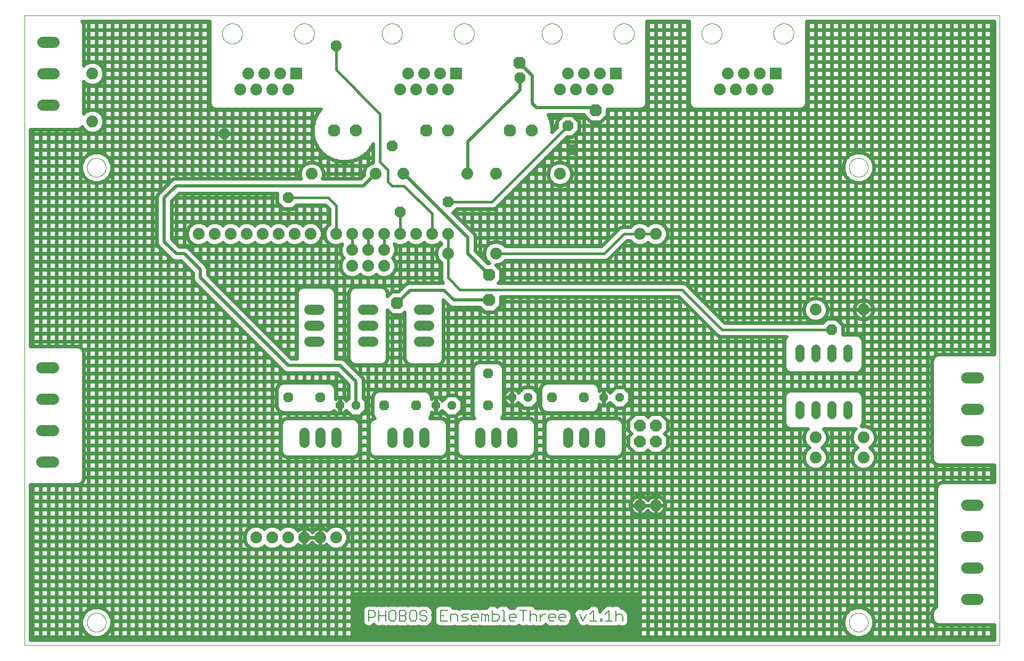
<source format=gtl>
G75*
%MOIN*%
%OFA0B0*%
%FSLAX25Y25*%
%IPPOS*%
%LPD*%
%AMOC8*
5,1,8,0,0,1.08239X$1,22.5*
%
%ADD10C,0.00000*%
%ADD11C,0.00600*%
%ADD12C,0.07400*%
%ADD13R,0.07400X0.07400*%
%ADD14OC8,0.07400*%
%ADD15C,0.07600*%
%ADD16OC8,0.07600*%
%ADD17OC8,0.06300*%
%ADD18OC8,0.05600*%
%ADD19C,0.06400*%
%ADD20C,0.05600*%
%ADD21C,0.07100*%
%ADD22OC8,0.06756*%
%ADD23C,0.01600*%
%ADD24C,0.02000*%
%ADD25C,0.02400*%
D10*
X0131965Y0127043D02*
X0131965Y0521039D01*
X0742201Y0521059D01*
X0742201Y0127043D01*
X0131965Y0127043D01*
X0171138Y0141413D02*
X0171140Y0141566D01*
X0171146Y0141720D01*
X0171156Y0141873D01*
X0171170Y0142025D01*
X0171188Y0142178D01*
X0171210Y0142329D01*
X0171235Y0142480D01*
X0171265Y0142631D01*
X0171299Y0142781D01*
X0171336Y0142929D01*
X0171377Y0143077D01*
X0171422Y0143223D01*
X0171471Y0143369D01*
X0171524Y0143513D01*
X0171580Y0143655D01*
X0171640Y0143796D01*
X0171704Y0143936D01*
X0171771Y0144074D01*
X0171842Y0144210D01*
X0171917Y0144344D01*
X0171994Y0144476D01*
X0172076Y0144606D01*
X0172160Y0144734D01*
X0172248Y0144860D01*
X0172339Y0144983D01*
X0172433Y0145104D01*
X0172531Y0145222D01*
X0172631Y0145338D01*
X0172735Y0145451D01*
X0172841Y0145562D01*
X0172950Y0145670D01*
X0173062Y0145775D01*
X0173176Y0145876D01*
X0173294Y0145975D01*
X0173413Y0146071D01*
X0173535Y0146164D01*
X0173660Y0146253D01*
X0173787Y0146340D01*
X0173916Y0146422D01*
X0174047Y0146502D01*
X0174180Y0146578D01*
X0174315Y0146651D01*
X0174452Y0146720D01*
X0174591Y0146785D01*
X0174731Y0146847D01*
X0174873Y0146905D01*
X0175016Y0146960D01*
X0175161Y0147011D01*
X0175307Y0147058D01*
X0175454Y0147101D01*
X0175602Y0147140D01*
X0175751Y0147176D01*
X0175901Y0147207D01*
X0176052Y0147235D01*
X0176203Y0147259D01*
X0176356Y0147279D01*
X0176508Y0147295D01*
X0176661Y0147307D01*
X0176814Y0147315D01*
X0176967Y0147319D01*
X0177121Y0147319D01*
X0177274Y0147315D01*
X0177427Y0147307D01*
X0177580Y0147295D01*
X0177732Y0147279D01*
X0177885Y0147259D01*
X0178036Y0147235D01*
X0178187Y0147207D01*
X0178337Y0147176D01*
X0178486Y0147140D01*
X0178634Y0147101D01*
X0178781Y0147058D01*
X0178927Y0147011D01*
X0179072Y0146960D01*
X0179215Y0146905D01*
X0179357Y0146847D01*
X0179497Y0146785D01*
X0179636Y0146720D01*
X0179773Y0146651D01*
X0179908Y0146578D01*
X0180041Y0146502D01*
X0180172Y0146422D01*
X0180301Y0146340D01*
X0180428Y0146253D01*
X0180553Y0146164D01*
X0180675Y0146071D01*
X0180794Y0145975D01*
X0180912Y0145876D01*
X0181026Y0145775D01*
X0181138Y0145670D01*
X0181247Y0145562D01*
X0181353Y0145451D01*
X0181457Y0145338D01*
X0181557Y0145222D01*
X0181655Y0145104D01*
X0181749Y0144983D01*
X0181840Y0144860D01*
X0181928Y0144734D01*
X0182012Y0144606D01*
X0182094Y0144476D01*
X0182171Y0144344D01*
X0182246Y0144210D01*
X0182317Y0144074D01*
X0182384Y0143936D01*
X0182448Y0143796D01*
X0182508Y0143655D01*
X0182564Y0143513D01*
X0182617Y0143369D01*
X0182666Y0143223D01*
X0182711Y0143077D01*
X0182752Y0142929D01*
X0182789Y0142781D01*
X0182823Y0142631D01*
X0182853Y0142480D01*
X0182878Y0142329D01*
X0182900Y0142178D01*
X0182918Y0142025D01*
X0182932Y0141873D01*
X0182942Y0141720D01*
X0182948Y0141566D01*
X0182950Y0141413D01*
X0182948Y0141260D01*
X0182942Y0141106D01*
X0182932Y0140953D01*
X0182918Y0140801D01*
X0182900Y0140648D01*
X0182878Y0140497D01*
X0182853Y0140346D01*
X0182823Y0140195D01*
X0182789Y0140045D01*
X0182752Y0139897D01*
X0182711Y0139749D01*
X0182666Y0139603D01*
X0182617Y0139457D01*
X0182564Y0139313D01*
X0182508Y0139171D01*
X0182448Y0139030D01*
X0182384Y0138890D01*
X0182317Y0138752D01*
X0182246Y0138616D01*
X0182171Y0138482D01*
X0182094Y0138350D01*
X0182012Y0138220D01*
X0181928Y0138092D01*
X0181840Y0137966D01*
X0181749Y0137843D01*
X0181655Y0137722D01*
X0181557Y0137604D01*
X0181457Y0137488D01*
X0181353Y0137375D01*
X0181247Y0137264D01*
X0181138Y0137156D01*
X0181026Y0137051D01*
X0180912Y0136950D01*
X0180794Y0136851D01*
X0180675Y0136755D01*
X0180553Y0136662D01*
X0180428Y0136573D01*
X0180301Y0136486D01*
X0180172Y0136404D01*
X0180041Y0136324D01*
X0179908Y0136248D01*
X0179773Y0136175D01*
X0179636Y0136106D01*
X0179497Y0136041D01*
X0179357Y0135979D01*
X0179215Y0135921D01*
X0179072Y0135866D01*
X0178927Y0135815D01*
X0178781Y0135768D01*
X0178634Y0135725D01*
X0178486Y0135686D01*
X0178337Y0135650D01*
X0178187Y0135619D01*
X0178036Y0135591D01*
X0177885Y0135567D01*
X0177732Y0135547D01*
X0177580Y0135531D01*
X0177427Y0135519D01*
X0177274Y0135511D01*
X0177121Y0135507D01*
X0176967Y0135507D01*
X0176814Y0135511D01*
X0176661Y0135519D01*
X0176508Y0135531D01*
X0176356Y0135547D01*
X0176203Y0135567D01*
X0176052Y0135591D01*
X0175901Y0135619D01*
X0175751Y0135650D01*
X0175602Y0135686D01*
X0175454Y0135725D01*
X0175307Y0135768D01*
X0175161Y0135815D01*
X0175016Y0135866D01*
X0174873Y0135921D01*
X0174731Y0135979D01*
X0174591Y0136041D01*
X0174452Y0136106D01*
X0174315Y0136175D01*
X0174180Y0136248D01*
X0174047Y0136324D01*
X0173916Y0136404D01*
X0173787Y0136486D01*
X0173660Y0136573D01*
X0173535Y0136662D01*
X0173413Y0136755D01*
X0173294Y0136851D01*
X0173176Y0136950D01*
X0173062Y0137051D01*
X0172950Y0137156D01*
X0172841Y0137264D01*
X0172735Y0137375D01*
X0172631Y0137488D01*
X0172531Y0137604D01*
X0172433Y0137722D01*
X0172339Y0137843D01*
X0172248Y0137966D01*
X0172160Y0138092D01*
X0172076Y0138220D01*
X0171994Y0138350D01*
X0171917Y0138482D01*
X0171842Y0138616D01*
X0171771Y0138752D01*
X0171704Y0138890D01*
X0171640Y0139030D01*
X0171580Y0139171D01*
X0171524Y0139313D01*
X0171471Y0139457D01*
X0171422Y0139603D01*
X0171377Y0139749D01*
X0171336Y0139897D01*
X0171299Y0140045D01*
X0171265Y0140195D01*
X0171235Y0140346D01*
X0171210Y0140497D01*
X0171188Y0140648D01*
X0171170Y0140801D01*
X0171156Y0140953D01*
X0171146Y0141106D01*
X0171140Y0141260D01*
X0171138Y0141413D01*
X0171138Y0426059D02*
X0171140Y0426212D01*
X0171146Y0426366D01*
X0171156Y0426519D01*
X0171170Y0426671D01*
X0171188Y0426824D01*
X0171210Y0426975D01*
X0171235Y0427126D01*
X0171265Y0427277D01*
X0171299Y0427427D01*
X0171336Y0427575D01*
X0171377Y0427723D01*
X0171422Y0427869D01*
X0171471Y0428015D01*
X0171524Y0428159D01*
X0171580Y0428301D01*
X0171640Y0428442D01*
X0171704Y0428582D01*
X0171771Y0428720D01*
X0171842Y0428856D01*
X0171917Y0428990D01*
X0171994Y0429122D01*
X0172076Y0429252D01*
X0172160Y0429380D01*
X0172248Y0429506D01*
X0172339Y0429629D01*
X0172433Y0429750D01*
X0172531Y0429868D01*
X0172631Y0429984D01*
X0172735Y0430097D01*
X0172841Y0430208D01*
X0172950Y0430316D01*
X0173062Y0430421D01*
X0173176Y0430522D01*
X0173294Y0430621D01*
X0173413Y0430717D01*
X0173535Y0430810D01*
X0173660Y0430899D01*
X0173787Y0430986D01*
X0173916Y0431068D01*
X0174047Y0431148D01*
X0174180Y0431224D01*
X0174315Y0431297D01*
X0174452Y0431366D01*
X0174591Y0431431D01*
X0174731Y0431493D01*
X0174873Y0431551D01*
X0175016Y0431606D01*
X0175161Y0431657D01*
X0175307Y0431704D01*
X0175454Y0431747D01*
X0175602Y0431786D01*
X0175751Y0431822D01*
X0175901Y0431853D01*
X0176052Y0431881D01*
X0176203Y0431905D01*
X0176356Y0431925D01*
X0176508Y0431941D01*
X0176661Y0431953D01*
X0176814Y0431961D01*
X0176967Y0431965D01*
X0177121Y0431965D01*
X0177274Y0431961D01*
X0177427Y0431953D01*
X0177580Y0431941D01*
X0177732Y0431925D01*
X0177885Y0431905D01*
X0178036Y0431881D01*
X0178187Y0431853D01*
X0178337Y0431822D01*
X0178486Y0431786D01*
X0178634Y0431747D01*
X0178781Y0431704D01*
X0178927Y0431657D01*
X0179072Y0431606D01*
X0179215Y0431551D01*
X0179357Y0431493D01*
X0179497Y0431431D01*
X0179636Y0431366D01*
X0179773Y0431297D01*
X0179908Y0431224D01*
X0180041Y0431148D01*
X0180172Y0431068D01*
X0180301Y0430986D01*
X0180428Y0430899D01*
X0180553Y0430810D01*
X0180675Y0430717D01*
X0180794Y0430621D01*
X0180912Y0430522D01*
X0181026Y0430421D01*
X0181138Y0430316D01*
X0181247Y0430208D01*
X0181353Y0430097D01*
X0181457Y0429984D01*
X0181557Y0429868D01*
X0181655Y0429750D01*
X0181749Y0429629D01*
X0181840Y0429506D01*
X0181928Y0429380D01*
X0182012Y0429252D01*
X0182094Y0429122D01*
X0182171Y0428990D01*
X0182246Y0428856D01*
X0182317Y0428720D01*
X0182384Y0428582D01*
X0182448Y0428442D01*
X0182508Y0428301D01*
X0182564Y0428159D01*
X0182617Y0428015D01*
X0182666Y0427869D01*
X0182711Y0427723D01*
X0182752Y0427575D01*
X0182789Y0427427D01*
X0182823Y0427277D01*
X0182853Y0427126D01*
X0182878Y0426975D01*
X0182900Y0426824D01*
X0182918Y0426671D01*
X0182932Y0426519D01*
X0182942Y0426366D01*
X0182948Y0426212D01*
X0182950Y0426059D01*
X0182948Y0425906D01*
X0182942Y0425752D01*
X0182932Y0425599D01*
X0182918Y0425447D01*
X0182900Y0425294D01*
X0182878Y0425143D01*
X0182853Y0424992D01*
X0182823Y0424841D01*
X0182789Y0424691D01*
X0182752Y0424543D01*
X0182711Y0424395D01*
X0182666Y0424249D01*
X0182617Y0424103D01*
X0182564Y0423959D01*
X0182508Y0423817D01*
X0182448Y0423676D01*
X0182384Y0423536D01*
X0182317Y0423398D01*
X0182246Y0423262D01*
X0182171Y0423128D01*
X0182094Y0422996D01*
X0182012Y0422866D01*
X0181928Y0422738D01*
X0181840Y0422612D01*
X0181749Y0422489D01*
X0181655Y0422368D01*
X0181557Y0422250D01*
X0181457Y0422134D01*
X0181353Y0422021D01*
X0181247Y0421910D01*
X0181138Y0421802D01*
X0181026Y0421697D01*
X0180912Y0421596D01*
X0180794Y0421497D01*
X0180675Y0421401D01*
X0180553Y0421308D01*
X0180428Y0421219D01*
X0180301Y0421132D01*
X0180172Y0421050D01*
X0180041Y0420970D01*
X0179908Y0420894D01*
X0179773Y0420821D01*
X0179636Y0420752D01*
X0179497Y0420687D01*
X0179357Y0420625D01*
X0179215Y0420567D01*
X0179072Y0420512D01*
X0178927Y0420461D01*
X0178781Y0420414D01*
X0178634Y0420371D01*
X0178486Y0420332D01*
X0178337Y0420296D01*
X0178187Y0420265D01*
X0178036Y0420237D01*
X0177885Y0420213D01*
X0177732Y0420193D01*
X0177580Y0420177D01*
X0177427Y0420165D01*
X0177274Y0420157D01*
X0177121Y0420153D01*
X0176967Y0420153D01*
X0176814Y0420157D01*
X0176661Y0420165D01*
X0176508Y0420177D01*
X0176356Y0420193D01*
X0176203Y0420213D01*
X0176052Y0420237D01*
X0175901Y0420265D01*
X0175751Y0420296D01*
X0175602Y0420332D01*
X0175454Y0420371D01*
X0175307Y0420414D01*
X0175161Y0420461D01*
X0175016Y0420512D01*
X0174873Y0420567D01*
X0174731Y0420625D01*
X0174591Y0420687D01*
X0174452Y0420752D01*
X0174315Y0420821D01*
X0174180Y0420894D01*
X0174047Y0420970D01*
X0173916Y0421050D01*
X0173787Y0421132D01*
X0173660Y0421219D01*
X0173535Y0421308D01*
X0173413Y0421401D01*
X0173294Y0421497D01*
X0173176Y0421596D01*
X0173062Y0421697D01*
X0172950Y0421802D01*
X0172841Y0421910D01*
X0172735Y0422021D01*
X0172631Y0422134D01*
X0172531Y0422250D01*
X0172433Y0422368D01*
X0172339Y0422489D01*
X0172248Y0422612D01*
X0172160Y0422738D01*
X0172076Y0422866D01*
X0171994Y0422996D01*
X0171917Y0423128D01*
X0171842Y0423262D01*
X0171771Y0423398D01*
X0171704Y0423536D01*
X0171640Y0423676D01*
X0171580Y0423817D01*
X0171524Y0423959D01*
X0171471Y0424103D01*
X0171422Y0424249D01*
X0171377Y0424395D01*
X0171336Y0424543D01*
X0171299Y0424691D01*
X0171265Y0424841D01*
X0171235Y0424992D01*
X0171210Y0425143D01*
X0171188Y0425294D01*
X0171170Y0425447D01*
X0171156Y0425599D01*
X0171146Y0425752D01*
X0171140Y0425906D01*
X0171138Y0426059D01*
X0255666Y0509839D02*
X0255668Y0509997D01*
X0255674Y0510155D01*
X0255684Y0510313D01*
X0255698Y0510471D01*
X0255716Y0510628D01*
X0255737Y0510785D01*
X0255763Y0510941D01*
X0255793Y0511097D01*
X0255826Y0511252D01*
X0255864Y0511405D01*
X0255905Y0511558D01*
X0255950Y0511710D01*
X0255999Y0511861D01*
X0256052Y0512010D01*
X0256108Y0512158D01*
X0256168Y0512304D01*
X0256232Y0512449D01*
X0256300Y0512592D01*
X0256371Y0512734D01*
X0256445Y0512874D01*
X0256523Y0513011D01*
X0256605Y0513147D01*
X0256689Y0513281D01*
X0256778Y0513412D01*
X0256869Y0513541D01*
X0256964Y0513668D01*
X0257061Y0513793D01*
X0257162Y0513915D01*
X0257266Y0514034D01*
X0257373Y0514151D01*
X0257483Y0514265D01*
X0257596Y0514376D01*
X0257711Y0514485D01*
X0257829Y0514590D01*
X0257950Y0514692D01*
X0258073Y0514792D01*
X0258199Y0514888D01*
X0258327Y0514981D01*
X0258457Y0515071D01*
X0258590Y0515157D01*
X0258725Y0515241D01*
X0258861Y0515320D01*
X0259000Y0515397D01*
X0259141Y0515469D01*
X0259283Y0515539D01*
X0259427Y0515604D01*
X0259573Y0515666D01*
X0259720Y0515724D01*
X0259869Y0515779D01*
X0260019Y0515830D01*
X0260170Y0515877D01*
X0260322Y0515920D01*
X0260475Y0515959D01*
X0260630Y0515995D01*
X0260785Y0516026D01*
X0260941Y0516054D01*
X0261097Y0516078D01*
X0261254Y0516098D01*
X0261412Y0516114D01*
X0261569Y0516126D01*
X0261728Y0516134D01*
X0261886Y0516138D01*
X0262044Y0516138D01*
X0262202Y0516134D01*
X0262361Y0516126D01*
X0262518Y0516114D01*
X0262676Y0516098D01*
X0262833Y0516078D01*
X0262989Y0516054D01*
X0263145Y0516026D01*
X0263300Y0515995D01*
X0263455Y0515959D01*
X0263608Y0515920D01*
X0263760Y0515877D01*
X0263911Y0515830D01*
X0264061Y0515779D01*
X0264210Y0515724D01*
X0264357Y0515666D01*
X0264503Y0515604D01*
X0264647Y0515539D01*
X0264789Y0515469D01*
X0264930Y0515397D01*
X0265069Y0515320D01*
X0265205Y0515241D01*
X0265340Y0515157D01*
X0265473Y0515071D01*
X0265603Y0514981D01*
X0265731Y0514888D01*
X0265857Y0514792D01*
X0265980Y0514692D01*
X0266101Y0514590D01*
X0266219Y0514485D01*
X0266334Y0514376D01*
X0266447Y0514265D01*
X0266557Y0514151D01*
X0266664Y0514034D01*
X0266768Y0513915D01*
X0266869Y0513793D01*
X0266966Y0513668D01*
X0267061Y0513541D01*
X0267152Y0513412D01*
X0267241Y0513281D01*
X0267325Y0513147D01*
X0267407Y0513011D01*
X0267485Y0512874D01*
X0267559Y0512734D01*
X0267630Y0512592D01*
X0267698Y0512449D01*
X0267762Y0512304D01*
X0267822Y0512158D01*
X0267878Y0512010D01*
X0267931Y0511861D01*
X0267980Y0511710D01*
X0268025Y0511558D01*
X0268066Y0511405D01*
X0268104Y0511252D01*
X0268137Y0511097D01*
X0268167Y0510941D01*
X0268193Y0510785D01*
X0268214Y0510628D01*
X0268232Y0510471D01*
X0268246Y0510313D01*
X0268256Y0510155D01*
X0268262Y0509997D01*
X0268264Y0509839D01*
X0268262Y0509681D01*
X0268256Y0509523D01*
X0268246Y0509365D01*
X0268232Y0509207D01*
X0268214Y0509050D01*
X0268193Y0508893D01*
X0268167Y0508737D01*
X0268137Y0508581D01*
X0268104Y0508426D01*
X0268066Y0508273D01*
X0268025Y0508120D01*
X0267980Y0507968D01*
X0267931Y0507817D01*
X0267878Y0507668D01*
X0267822Y0507520D01*
X0267762Y0507374D01*
X0267698Y0507229D01*
X0267630Y0507086D01*
X0267559Y0506944D01*
X0267485Y0506804D01*
X0267407Y0506667D01*
X0267325Y0506531D01*
X0267241Y0506397D01*
X0267152Y0506266D01*
X0267061Y0506137D01*
X0266966Y0506010D01*
X0266869Y0505885D01*
X0266768Y0505763D01*
X0266664Y0505644D01*
X0266557Y0505527D01*
X0266447Y0505413D01*
X0266334Y0505302D01*
X0266219Y0505193D01*
X0266101Y0505088D01*
X0265980Y0504986D01*
X0265857Y0504886D01*
X0265731Y0504790D01*
X0265603Y0504697D01*
X0265473Y0504607D01*
X0265340Y0504521D01*
X0265205Y0504437D01*
X0265069Y0504358D01*
X0264930Y0504281D01*
X0264789Y0504209D01*
X0264647Y0504139D01*
X0264503Y0504074D01*
X0264357Y0504012D01*
X0264210Y0503954D01*
X0264061Y0503899D01*
X0263911Y0503848D01*
X0263760Y0503801D01*
X0263608Y0503758D01*
X0263455Y0503719D01*
X0263300Y0503683D01*
X0263145Y0503652D01*
X0262989Y0503624D01*
X0262833Y0503600D01*
X0262676Y0503580D01*
X0262518Y0503564D01*
X0262361Y0503552D01*
X0262202Y0503544D01*
X0262044Y0503540D01*
X0261886Y0503540D01*
X0261728Y0503544D01*
X0261569Y0503552D01*
X0261412Y0503564D01*
X0261254Y0503580D01*
X0261097Y0503600D01*
X0260941Y0503624D01*
X0260785Y0503652D01*
X0260630Y0503683D01*
X0260475Y0503719D01*
X0260322Y0503758D01*
X0260170Y0503801D01*
X0260019Y0503848D01*
X0259869Y0503899D01*
X0259720Y0503954D01*
X0259573Y0504012D01*
X0259427Y0504074D01*
X0259283Y0504139D01*
X0259141Y0504209D01*
X0259000Y0504281D01*
X0258861Y0504358D01*
X0258725Y0504437D01*
X0258590Y0504521D01*
X0258457Y0504607D01*
X0258327Y0504697D01*
X0258199Y0504790D01*
X0258073Y0504886D01*
X0257950Y0504986D01*
X0257829Y0505088D01*
X0257711Y0505193D01*
X0257596Y0505302D01*
X0257483Y0505413D01*
X0257373Y0505527D01*
X0257266Y0505644D01*
X0257162Y0505763D01*
X0257061Y0505885D01*
X0256964Y0506010D01*
X0256869Y0506137D01*
X0256778Y0506266D01*
X0256689Y0506397D01*
X0256605Y0506531D01*
X0256523Y0506667D01*
X0256445Y0506804D01*
X0256371Y0506944D01*
X0256300Y0507086D01*
X0256232Y0507229D01*
X0256168Y0507374D01*
X0256108Y0507520D01*
X0256052Y0507668D01*
X0255999Y0507817D01*
X0255950Y0507968D01*
X0255905Y0508120D01*
X0255864Y0508273D01*
X0255826Y0508426D01*
X0255793Y0508581D01*
X0255763Y0508737D01*
X0255737Y0508893D01*
X0255716Y0509050D01*
X0255698Y0509207D01*
X0255684Y0509365D01*
X0255674Y0509523D01*
X0255668Y0509681D01*
X0255666Y0509839D01*
X0300666Y0509839D02*
X0300668Y0509997D01*
X0300674Y0510155D01*
X0300684Y0510313D01*
X0300698Y0510471D01*
X0300716Y0510628D01*
X0300737Y0510785D01*
X0300763Y0510941D01*
X0300793Y0511097D01*
X0300826Y0511252D01*
X0300864Y0511405D01*
X0300905Y0511558D01*
X0300950Y0511710D01*
X0300999Y0511861D01*
X0301052Y0512010D01*
X0301108Y0512158D01*
X0301168Y0512304D01*
X0301232Y0512449D01*
X0301300Y0512592D01*
X0301371Y0512734D01*
X0301445Y0512874D01*
X0301523Y0513011D01*
X0301605Y0513147D01*
X0301689Y0513281D01*
X0301778Y0513412D01*
X0301869Y0513541D01*
X0301964Y0513668D01*
X0302061Y0513793D01*
X0302162Y0513915D01*
X0302266Y0514034D01*
X0302373Y0514151D01*
X0302483Y0514265D01*
X0302596Y0514376D01*
X0302711Y0514485D01*
X0302829Y0514590D01*
X0302950Y0514692D01*
X0303073Y0514792D01*
X0303199Y0514888D01*
X0303327Y0514981D01*
X0303457Y0515071D01*
X0303590Y0515157D01*
X0303725Y0515241D01*
X0303861Y0515320D01*
X0304000Y0515397D01*
X0304141Y0515469D01*
X0304283Y0515539D01*
X0304427Y0515604D01*
X0304573Y0515666D01*
X0304720Y0515724D01*
X0304869Y0515779D01*
X0305019Y0515830D01*
X0305170Y0515877D01*
X0305322Y0515920D01*
X0305475Y0515959D01*
X0305630Y0515995D01*
X0305785Y0516026D01*
X0305941Y0516054D01*
X0306097Y0516078D01*
X0306254Y0516098D01*
X0306412Y0516114D01*
X0306569Y0516126D01*
X0306728Y0516134D01*
X0306886Y0516138D01*
X0307044Y0516138D01*
X0307202Y0516134D01*
X0307361Y0516126D01*
X0307518Y0516114D01*
X0307676Y0516098D01*
X0307833Y0516078D01*
X0307989Y0516054D01*
X0308145Y0516026D01*
X0308300Y0515995D01*
X0308455Y0515959D01*
X0308608Y0515920D01*
X0308760Y0515877D01*
X0308911Y0515830D01*
X0309061Y0515779D01*
X0309210Y0515724D01*
X0309357Y0515666D01*
X0309503Y0515604D01*
X0309647Y0515539D01*
X0309789Y0515469D01*
X0309930Y0515397D01*
X0310069Y0515320D01*
X0310205Y0515241D01*
X0310340Y0515157D01*
X0310473Y0515071D01*
X0310603Y0514981D01*
X0310731Y0514888D01*
X0310857Y0514792D01*
X0310980Y0514692D01*
X0311101Y0514590D01*
X0311219Y0514485D01*
X0311334Y0514376D01*
X0311447Y0514265D01*
X0311557Y0514151D01*
X0311664Y0514034D01*
X0311768Y0513915D01*
X0311869Y0513793D01*
X0311966Y0513668D01*
X0312061Y0513541D01*
X0312152Y0513412D01*
X0312241Y0513281D01*
X0312325Y0513147D01*
X0312407Y0513011D01*
X0312485Y0512874D01*
X0312559Y0512734D01*
X0312630Y0512592D01*
X0312698Y0512449D01*
X0312762Y0512304D01*
X0312822Y0512158D01*
X0312878Y0512010D01*
X0312931Y0511861D01*
X0312980Y0511710D01*
X0313025Y0511558D01*
X0313066Y0511405D01*
X0313104Y0511252D01*
X0313137Y0511097D01*
X0313167Y0510941D01*
X0313193Y0510785D01*
X0313214Y0510628D01*
X0313232Y0510471D01*
X0313246Y0510313D01*
X0313256Y0510155D01*
X0313262Y0509997D01*
X0313264Y0509839D01*
X0313262Y0509681D01*
X0313256Y0509523D01*
X0313246Y0509365D01*
X0313232Y0509207D01*
X0313214Y0509050D01*
X0313193Y0508893D01*
X0313167Y0508737D01*
X0313137Y0508581D01*
X0313104Y0508426D01*
X0313066Y0508273D01*
X0313025Y0508120D01*
X0312980Y0507968D01*
X0312931Y0507817D01*
X0312878Y0507668D01*
X0312822Y0507520D01*
X0312762Y0507374D01*
X0312698Y0507229D01*
X0312630Y0507086D01*
X0312559Y0506944D01*
X0312485Y0506804D01*
X0312407Y0506667D01*
X0312325Y0506531D01*
X0312241Y0506397D01*
X0312152Y0506266D01*
X0312061Y0506137D01*
X0311966Y0506010D01*
X0311869Y0505885D01*
X0311768Y0505763D01*
X0311664Y0505644D01*
X0311557Y0505527D01*
X0311447Y0505413D01*
X0311334Y0505302D01*
X0311219Y0505193D01*
X0311101Y0505088D01*
X0310980Y0504986D01*
X0310857Y0504886D01*
X0310731Y0504790D01*
X0310603Y0504697D01*
X0310473Y0504607D01*
X0310340Y0504521D01*
X0310205Y0504437D01*
X0310069Y0504358D01*
X0309930Y0504281D01*
X0309789Y0504209D01*
X0309647Y0504139D01*
X0309503Y0504074D01*
X0309357Y0504012D01*
X0309210Y0503954D01*
X0309061Y0503899D01*
X0308911Y0503848D01*
X0308760Y0503801D01*
X0308608Y0503758D01*
X0308455Y0503719D01*
X0308300Y0503683D01*
X0308145Y0503652D01*
X0307989Y0503624D01*
X0307833Y0503600D01*
X0307676Y0503580D01*
X0307518Y0503564D01*
X0307361Y0503552D01*
X0307202Y0503544D01*
X0307044Y0503540D01*
X0306886Y0503540D01*
X0306728Y0503544D01*
X0306569Y0503552D01*
X0306412Y0503564D01*
X0306254Y0503580D01*
X0306097Y0503600D01*
X0305941Y0503624D01*
X0305785Y0503652D01*
X0305630Y0503683D01*
X0305475Y0503719D01*
X0305322Y0503758D01*
X0305170Y0503801D01*
X0305019Y0503848D01*
X0304869Y0503899D01*
X0304720Y0503954D01*
X0304573Y0504012D01*
X0304427Y0504074D01*
X0304283Y0504139D01*
X0304141Y0504209D01*
X0304000Y0504281D01*
X0303861Y0504358D01*
X0303725Y0504437D01*
X0303590Y0504521D01*
X0303457Y0504607D01*
X0303327Y0504697D01*
X0303199Y0504790D01*
X0303073Y0504886D01*
X0302950Y0504986D01*
X0302829Y0505088D01*
X0302711Y0505193D01*
X0302596Y0505302D01*
X0302483Y0505413D01*
X0302373Y0505527D01*
X0302266Y0505644D01*
X0302162Y0505763D01*
X0302061Y0505885D01*
X0301964Y0506010D01*
X0301869Y0506137D01*
X0301778Y0506266D01*
X0301689Y0506397D01*
X0301605Y0506531D01*
X0301523Y0506667D01*
X0301445Y0506804D01*
X0301371Y0506944D01*
X0301300Y0507086D01*
X0301232Y0507229D01*
X0301168Y0507374D01*
X0301108Y0507520D01*
X0301052Y0507668D01*
X0300999Y0507817D01*
X0300950Y0507968D01*
X0300905Y0508120D01*
X0300864Y0508273D01*
X0300826Y0508426D01*
X0300793Y0508581D01*
X0300763Y0508737D01*
X0300737Y0508893D01*
X0300716Y0509050D01*
X0300698Y0509207D01*
X0300684Y0509365D01*
X0300674Y0509523D01*
X0300668Y0509681D01*
X0300666Y0509839D01*
X0355666Y0509839D02*
X0355668Y0509997D01*
X0355674Y0510155D01*
X0355684Y0510313D01*
X0355698Y0510471D01*
X0355716Y0510628D01*
X0355737Y0510785D01*
X0355763Y0510941D01*
X0355793Y0511097D01*
X0355826Y0511252D01*
X0355864Y0511405D01*
X0355905Y0511558D01*
X0355950Y0511710D01*
X0355999Y0511861D01*
X0356052Y0512010D01*
X0356108Y0512158D01*
X0356168Y0512304D01*
X0356232Y0512449D01*
X0356300Y0512592D01*
X0356371Y0512734D01*
X0356445Y0512874D01*
X0356523Y0513011D01*
X0356605Y0513147D01*
X0356689Y0513281D01*
X0356778Y0513412D01*
X0356869Y0513541D01*
X0356964Y0513668D01*
X0357061Y0513793D01*
X0357162Y0513915D01*
X0357266Y0514034D01*
X0357373Y0514151D01*
X0357483Y0514265D01*
X0357596Y0514376D01*
X0357711Y0514485D01*
X0357829Y0514590D01*
X0357950Y0514692D01*
X0358073Y0514792D01*
X0358199Y0514888D01*
X0358327Y0514981D01*
X0358457Y0515071D01*
X0358590Y0515157D01*
X0358725Y0515241D01*
X0358861Y0515320D01*
X0359000Y0515397D01*
X0359141Y0515469D01*
X0359283Y0515539D01*
X0359427Y0515604D01*
X0359573Y0515666D01*
X0359720Y0515724D01*
X0359869Y0515779D01*
X0360019Y0515830D01*
X0360170Y0515877D01*
X0360322Y0515920D01*
X0360475Y0515959D01*
X0360630Y0515995D01*
X0360785Y0516026D01*
X0360941Y0516054D01*
X0361097Y0516078D01*
X0361254Y0516098D01*
X0361412Y0516114D01*
X0361569Y0516126D01*
X0361728Y0516134D01*
X0361886Y0516138D01*
X0362044Y0516138D01*
X0362202Y0516134D01*
X0362361Y0516126D01*
X0362518Y0516114D01*
X0362676Y0516098D01*
X0362833Y0516078D01*
X0362989Y0516054D01*
X0363145Y0516026D01*
X0363300Y0515995D01*
X0363455Y0515959D01*
X0363608Y0515920D01*
X0363760Y0515877D01*
X0363911Y0515830D01*
X0364061Y0515779D01*
X0364210Y0515724D01*
X0364357Y0515666D01*
X0364503Y0515604D01*
X0364647Y0515539D01*
X0364789Y0515469D01*
X0364930Y0515397D01*
X0365069Y0515320D01*
X0365205Y0515241D01*
X0365340Y0515157D01*
X0365473Y0515071D01*
X0365603Y0514981D01*
X0365731Y0514888D01*
X0365857Y0514792D01*
X0365980Y0514692D01*
X0366101Y0514590D01*
X0366219Y0514485D01*
X0366334Y0514376D01*
X0366447Y0514265D01*
X0366557Y0514151D01*
X0366664Y0514034D01*
X0366768Y0513915D01*
X0366869Y0513793D01*
X0366966Y0513668D01*
X0367061Y0513541D01*
X0367152Y0513412D01*
X0367241Y0513281D01*
X0367325Y0513147D01*
X0367407Y0513011D01*
X0367485Y0512874D01*
X0367559Y0512734D01*
X0367630Y0512592D01*
X0367698Y0512449D01*
X0367762Y0512304D01*
X0367822Y0512158D01*
X0367878Y0512010D01*
X0367931Y0511861D01*
X0367980Y0511710D01*
X0368025Y0511558D01*
X0368066Y0511405D01*
X0368104Y0511252D01*
X0368137Y0511097D01*
X0368167Y0510941D01*
X0368193Y0510785D01*
X0368214Y0510628D01*
X0368232Y0510471D01*
X0368246Y0510313D01*
X0368256Y0510155D01*
X0368262Y0509997D01*
X0368264Y0509839D01*
X0368262Y0509681D01*
X0368256Y0509523D01*
X0368246Y0509365D01*
X0368232Y0509207D01*
X0368214Y0509050D01*
X0368193Y0508893D01*
X0368167Y0508737D01*
X0368137Y0508581D01*
X0368104Y0508426D01*
X0368066Y0508273D01*
X0368025Y0508120D01*
X0367980Y0507968D01*
X0367931Y0507817D01*
X0367878Y0507668D01*
X0367822Y0507520D01*
X0367762Y0507374D01*
X0367698Y0507229D01*
X0367630Y0507086D01*
X0367559Y0506944D01*
X0367485Y0506804D01*
X0367407Y0506667D01*
X0367325Y0506531D01*
X0367241Y0506397D01*
X0367152Y0506266D01*
X0367061Y0506137D01*
X0366966Y0506010D01*
X0366869Y0505885D01*
X0366768Y0505763D01*
X0366664Y0505644D01*
X0366557Y0505527D01*
X0366447Y0505413D01*
X0366334Y0505302D01*
X0366219Y0505193D01*
X0366101Y0505088D01*
X0365980Y0504986D01*
X0365857Y0504886D01*
X0365731Y0504790D01*
X0365603Y0504697D01*
X0365473Y0504607D01*
X0365340Y0504521D01*
X0365205Y0504437D01*
X0365069Y0504358D01*
X0364930Y0504281D01*
X0364789Y0504209D01*
X0364647Y0504139D01*
X0364503Y0504074D01*
X0364357Y0504012D01*
X0364210Y0503954D01*
X0364061Y0503899D01*
X0363911Y0503848D01*
X0363760Y0503801D01*
X0363608Y0503758D01*
X0363455Y0503719D01*
X0363300Y0503683D01*
X0363145Y0503652D01*
X0362989Y0503624D01*
X0362833Y0503600D01*
X0362676Y0503580D01*
X0362518Y0503564D01*
X0362361Y0503552D01*
X0362202Y0503544D01*
X0362044Y0503540D01*
X0361886Y0503540D01*
X0361728Y0503544D01*
X0361569Y0503552D01*
X0361412Y0503564D01*
X0361254Y0503580D01*
X0361097Y0503600D01*
X0360941Y0503624D01*
X0360785Y0503652D01*
X0360630Y0503683D01*
X0360475Y0503719D01*
X0360322Y0503758D01*
X0360170Y0503801D01*
X0360019Y0503848D01*
X0359869Y0503899D01*
X0359720Y0503954D01*
X0359573Y0504012D01*
X0359427Y0504074D01*
X0359283Y0504139D01*
X0359141Y0504209D01*
X0359000Y0504281D01*
X0358861Y0504358D01*
X0358725Y0504437D01*
X0358590Y0504521D01*
X0358457Y0504607D01*
X0358327Y0504697D01*
X0358199Y0504790D01*
X0358073Y0504886D01*
X0357950Y0504986D01*
X0357829Y0505088D01*
X0357711Y0505193D01*
X0357596Y0505302D01*
X0357483Y0505413D01*
X0357373Y0505527D01*
X0357266Y0505644D01*
X0357162Y0505763D01*
X0357061Y0505885D01*
X0356964Y0506010D01*
X0356869Y0506137D01*
X0356778Y0506266D01*
X0356689Y0506397D01*
X0356605Y0506531D01*
X0356523Y0506667D01*
X0356445Y0506804D01*
X0356371Y0506944D01*
X0356300Y0507086D01*
X0356232Y0507229D01*
X0356168Y0507374D01*
X0356108Y0507520D01*
X0356052Y0507668D01*
X0355999Y0507817D01*
X0355950Y0507968D01*
X0355905Y0508120D01*
X0355864Y0508273D01*
X0355826Y0508426D01*
X0355793Y0508581D01*
X0355763Y0508737D01*
X0355737Y0508893D01*
X0355716Y0509050D01*
X0355698Y0509207D01*
X0355684Y0509365D01*
X0355674Y0509523D01*
X0355668Y0509681D01*
X0355666Y0509839D01*
X0400666Y0509839D02*
X0400668Y0509997D01*
X0400674Y0510155D01*
X0400684Y0510313D01*
X0400698Y0510471D01*
X0400716Y0510628D01*
X0400737Y0510785D01*
X0400763Y0510941D01*
X0400793Y0511097D01*
X0400826Y0511252D01*
X0400864Y0511405D01*
X0400905Y0511558D01*
X0400950Y0511710D01*
X0400999Y0511861D01*
X0401052Y0512010D01*
X0401108Y0512158D01*
X0401168Y0512304D01*
X0401232Y0512449D01*
X0401300Y0512592D01*
X0401371Y0512734D01*
X0401445Y0512874D01*
X0401523Y0513011D01*
X0401605Y0513147D01*
X0401689Y0513281D01*
X0401778Y0513412D01*
X0401869Y0513541D01*
X0401964Y0513668D01*
X0402061Y0513793D01*
X0402162Y0513915D01*
X0402266Y0514034D01*
X0402373Y0514151D01*
X0402483Y0514265D01*
X0402596Y0514376D01*
X0402711Y0514485D01*
X0402829Y0514590D01*
X0402950Y0514692D01*
X0403073Y0514792D01*
X0403199Y0514888D01*
X0403327Y0514981D01*
X0403457Y0515071D01*
X0403590Y0515157D01*
X0403725Y0515241D01*
X0403861Y0515320D01*
X0404000Y0515397D01*
X0404141Y0515469D01*
X0404283Y0515539D01*
X0404427Y0515604D01*
X0404573Y0515666D01*
X0404720Y0515724D01*
X0404869Y0515779D01*
X0405019Y0515830D01*
X0405170Y0515877D01*
X0405322Y0515920D01*
X0405475Y0515959D01*
X0405630Y0515995D01*
X0405785Y0516026D01*
X0405941Y0516054D01*
X0406097Y0516078D01*
X0406254Y0516098D01*
X0406412Y0516114D01*
X0406569Y0516126D01*
X0406728Y0516134D01*
X0406886Y0516138D01*
X0407044Y0516138D01*
X0407202Y0516134D01*
X0407361Y0516126D01*
X0407518Y0516114D01*
X0407676Y0516098D01*
X0407833Y0516078D01*
X0407989Y0516054D01*
X0408145Y0516026D01*
X0408300Y0515995D01*
X0408455Y0515959D01*
X0408608Y0515920D01*
X0408760Y0515877D01*
X0408911Y0515830D01*
X0409061Y0515779D01*
X0409210Y0515724D01*
X0409357Y0515666D01*
X0409503Y0515604D01*
X0409647Y0515539D01*
X0409789Y0515469D01*
X0409930Y0515397D01*
X0410069Y0515320D01*
X0410205Y0515241D01*
X0410340Y0515157D01*
X0410473Y0515071D01*
X0410603Y0514981D01*
X0410731Y0514888D01*
X0410857Y0514792D01*
X0410980Y0514692D01*
X0411101Y0514590D01*
X0411219Y0514485D01*
X0411334Y0514376D01*
X0411447Y0514265D01*
X0411557Y0514151D01*
X0411664Y0514034D01*
X0411768Y0513915D01*
X0411869Y0513793D01*
X0411966Y0513668D01*
X0412061Y0513541D01*
X0412152Y0513412D01*
X0412241Y0513281D01*
X0412325Y0513147D01*
X0412407Y0513011D01*
X0412485Y0512874D01*
X0412559Y0512734D01*
X0412630Y0512592D01*
X0412698Y0512449D01*
X0412762Y0512304D01*
X0412822Y0512158D01*
X0412878Y0512010D01*
X0412931Y0511861D01*
X0412980Y0511710D01*
X0413025Y0511558D01*
X0413066Y0511405D01*
X0413104Y0511252D01*
X0413137Y0511097D01*
X0413167Y0510941D01*
X0413193Y0510785D01*
X0413214Y0510628D01*
X0413232Y0510471D01*
X0413246Y0510313D01*
X0413256Y0510155D01*
X0413262Y0509997D01*
X0413264Y0509839D01*
X0413262Y0509681D01*
X0413256Y0509523D01*
X0413246Y0509365D01*
X0413232Y0509207D01*
X0413214Y0509050D01*
X0413193Y0508893D01*
X0413167Y0508737D01*
X0413137Y0508581D01*
X0413104Y0508426D01*
X0413066Y0508273D01*
X0413025Y0508120D01*
X0412980Y0507968D01*
X0412931Y0507817D01*
X0412878Y0507668D01*
X0412822Y0507520D01*
X0412762Y0507374D01*
X0412698Y0507229D01*
X0412630Y0507086D01*
X0412559Y0506944D01*
X0412485Y0506804D01*
X0412407Y0506667D01*
X0412325Y0506531D01*
X0412241Y0506397D01*
X0412152Y0506266D01*
X0412061Y0506137D01*
X0411966Y0506010D01*
X0411869Y0505885D01*
X0411768Y0505763D01*
X0411664Y0505644D01*
X0411557Y0505527D01*
X0411447Y0505413D01*
X0411334Y0505302D01*
X0411219Y0505193D01*
X0411101Y0505088D01*
X0410980Y0504986D01*
X0410857Y0504886D01*
X0410731Y0504790D01*
X0410603Y0504697D01*
X0410473Y0504607D01*
X0410340Y0504521D01*
X0410205Y0504437D01*
X0410069Y0504358D01*
X0409930Y0504281D01*
X0409789Y0504209D01*
X0409647Y0504139D01*
X0409503Y0504074D01*
X0409357Y0504012D01*
X0409210Y0503954D01*
X0409061Y0503899D01*
X0408911Y0503848D01*
X0408760Y0503801D01*
X0408608Y0503758D01*
X0408455Y0503719D01*
X0408300Y0503683D01*
X0408145Y0503652D01*
X0407989Y0503624D01*
X0407833Y0503600D01*
X0407676Y0503580D01*
X0407518Y0503564D01*
X0407361Y0503552D01*
X0407202Y0503544D01*
X0407044Y0503540D01*
X0406886Y0503540D01*
X0406728Y0503544D01*
X0406569Y0503552D01*
X0406412Y0503564D01*
X0406254Y0503580D01*
X0406097Y0503600D01*
X0405941Y0503624D01*
X0405785Y0503652D01*
X0405630Y0503683D01*
X0405475Y0503719D01*
X0405322Y0503758D01*
X0405170Y0503801D01*
X0405019Y0503848D01*
X0404869Y0503899D01*
X0404720Y0503954D01*
X0404573Y0504012D01*
X0404427Y0504074D01*
X0404283Y0504139D01*
X0404141Y0504209D01*
X0404000Y0504281D01*
X0403861Y0504358D01*
X0403725Y0504437D01*
X0403590Y0504521D01*
X0403457Y0504607D01*
X0403327Y0504697D01*
X0403199Y0504790D01*
X0403073Y0504886D01*
X0402950Y0504986D01*
X0402829Y0505088D01*
X0402711Y0505193D01*
X0402596Y0505302D01*
X0402483Y0505413D01*
X0402373Y0505527D01*
X0402266Y0505644D01*
X0402162Y0505763D01*
X0402061Y0505885D01*
X0401964Y0506010D01*
X0401869Y0506137D01*
X0401778Y0506266D01*
X0401689Y0506397D01*
X0401605Y0506531D01*
X0401523Y0506667D01*
X0401445Y0506804D01*
X0401371Y0506944D01*
X0401300Y0507086D01*
X0401232Y0507229D01*
X0401168Y0507374D01*
X0401108Y0507520D01*
X0401052Y0507668D01*
X0400999Y0507817D01*
X0400950Y0507968D01*
X0400905Y0508120D01*
X0400864Y0508273D01*
X0400826Y0508426D01*
X0400793Y0508581D01*
X0400763Y0508737D01*
X0400737Y0508893D01*
X0400716Y0509050D01*
X0400698Y0509207D01*
X0400684Y0509365D01*
X0400674Y0509523D01*
X0400668Y0509681D01*
X0400666Y0509839D01*
X0455666Y0509839D02*
X0455668Y0509997D01*
X0455674Y0510155D01*
X0455684Y0510313D01*
X0455698Y0510471D01*
X0455716Y0510628D01*
X0455737Y0510785D01*
X0455763Y0510941D01*
X0455793Y0511097D01*
X0455826Y0511252D01*
X0455864Y0511405D01*
X0455905Y0511558D01*
X0455950Y0511710D01*
X0455999Y0511861D01*
X0456052Y0512010D01*
X0456108Y0512158D01*
X0456168Y0512304D01*
X0456232Y0512449D01*
X0456300Y0512592D01*
X0456371Y0512734D01*
X0456445Y0512874D01*
X0456523Y0513011D01*
X0456605Y0513147D01*
X0456689Y0513281D01*
X0456778Y0513412D01*
X0456869Y0513541D01*
X0456964Y0513668D01*
X0457061Y0513793D01*
X0457162Y0513915D01*
X0457266Y0514034D01*
X0457373Y0514151D01*
X0457483Y0514265D01*
X0457596Y0514376D01*
X0457711Y0514485D01*
X0457829Y0514590D01*
X0457950Y0514692D01*
X0458073Y0514792D01*
X0458199Y0514888D01*
X0458327Y0514981D01*
X0458457Y0515071D01*
X0458590Y0515157D01*
X0458725Y0515241D01*
X0458861Y0515320D01*
X0459000Y0515397D01*
X0459141Y0515469D01*
X0459283Y0515539D01*
X0459427Y0515604D01*
X0459573Y0515666D01*
X0459720Y0515724D01*
X0459869Y0515779D01*
X0460019Y0515830D01*
X0460170Y0515877D01*
X0460322Y0515920D01*
X0460475Y0515959D01*
X0460630Y0515995D01*
X0460785Y0516026D01*
X0460941Y0516054D01*
X0461097Y0516078D01*
X0461254Y0516098D01*
X0461412Y0516114D01*
X0461569Y0516126D01*
X0461728Y0516134D01*
X0461886Y0516138D01*
X0462044Y0516138D01*
X0462202Y0516134D01*
X0462361Y0516126D01*
X0462518Y0516114D01*
X0462676Y0516098D01*
X0462833Y0516078D01*
X0462989Y0516054D01*
X0463145Y0516026D01*
X0463300Y0515995D01*
X0463455Y0515959D01*
X0463608Y0515920D01*
X0463760Y0515877D01*
X0463911Y0515830D01*
X0464061Y0515779D01*
X0464210Y0515724D01*
X0464357Y0515666D01*
X0464503Y0515604D01*
X0464647Y0515539D01*
X0464789Y0515469D01*
X0464930Y0515397D01*
X0465069Y0515320D01*
X0465205Y0515241D01*
X0465340Y0515157D01*
X0465473Y0515071D01*
X0465603Y0514981D01*
X0465731Y0514888D01*
X0465857Y0514792D01*
X0465980Y0514692D01*
X0466101Y0514590D01*
X0466219Y0514485D01*
X0466334Y0514376D01*
X0466447Y0514265D01*
X0466557Y0514151D01*
X0466664Y0514034D01*
X0466768Y0513915D01*
X0466869Y0513793D01*
X0466966Y0513668D01*
X0467061Y0513541D01*
X0467152Y0513412D01*
X0467241Y0513281D01*
X0467325Y0513147D01*
X0467407Y0513011D01*
X0467485Y0512874D01*
X0467559Y0512734D01*
X0467630Y0512592D01*
X0467698Y0512449D01*
X0467762Y0512304D01*
X0467822Y0512158D01*
X0467878Y0512010D01*
X0467931Y0511861D01*
X0467980Y0511710D01*
X0468025Y0511558D01*
X0468066Y0511405D01*
X0468104Y0511252D01*
X0468137Y0511097D01*
X0468167Y0510941D01*
X0468193Y0510785D01*
X0468214Y0510628D01*
X0468232Y0510471D01*
X0468246Y0510313D01*
X0468256Y0510155D01*
X0468262Y0509997D01*
X0468264Y0509839D01*
X0468262Y0509681D01*
X0468256Y0509523D01*
X0468246Y0509365D01*
X0468232Y0509207D01*
X0468214Y0509050D01*
X0468193Y0508893D01*
X0468167Y0508737D01*
X0468137Y0508581D01*
X0468104Y0508426D01*
X0468066Y0508273D01*
X0468025Y0508120D01*
X0467980Y0507968D01*
X0467931Y0507817D01*
X0467878Y0507668D01*
X0467822Y0507520D01*
X0467762Y0507374D01*
X0467698Y0507229D01*
X0467630Y0507086D01*
X0467559Y0506944D01*
X0467485Y0506804D01*
X0467407Y0506667D01*
X0467325Y0506531D01*
X0467241Y0506397D01*
X0467152Y0506266D01*
X0467061Y0506137D01*
X0466966Y0506010D01*
X0466869Y0505885D01*
X0466768Y0505763D01*
X0466664Y0505644D01*
X0466557Y0505527D01*
X0466447Y0505413D01*
X0466334Y0505302D01*
X0466219Y0505193D01*
X0466101Y0505088D01*
X0465980Y0504986D01*
X0465857Y0504886D01*
X0465731Y0504790D01*
X0465603Y0504697D01*
X0465473Y0504607D01*
X0465340Y0504521D01*
X0465205Y0504437D01*
X0465069Y0504358D01*
X0464930Y0504281D01*
X0464789Y0504209D01*
X0464647Y0504139D01*
X0464503Y0504074D01*
X0464357Y0504012D01*
X0464210Y0503954D01*
X0464061Y0503899D01*
X0463911Y0503848D01*
X0463760Y0503801D01*
X0463608Y0503758D01*
X0463455Y0503719D01*
X0463300Y0503683D01*
X0463145Y0503652D01*
X0462989Y0503624D01*
X0462833Y0503600D01*
X0462676Y0503580D01*
X0462518Y0503564D01*
X0462361Y0503552D01*
X0462202Y0503544D01*
X0462044Y0503540D01*
X0461886Y0503540D01*
X0461728Y0503544D01*
X0461569Y0503552D01*
X0461412Y0503564D01*
X0461254Y0503580D01*
X0461097Y0503600D01*
X0460941Y0503624D01*
X0460785Y0503652D01*
X0460630Y0503683D01*
X0460475Y0503719D01*
X0460322Y0503758D01*
X0460170Y0503801D01*
X0460019Y0503848D01*
X0459869Y0503899D01*
X0459720Y0503954D01*
X0459573Y0504012D01*
X0459427Y0504074D01*
X0459283Y0504139D01*
X0459141Y0504209D01*
X0459000Y0504281D01*
X0458861Y0504358D01*
X0458725Y0504437D01*
X0458590Y0504521D01*
X0458457Y0504607D01*
X0458327Y0504697D01*
X0458199Y0504790D01*
X0458073Y0504886D01*
X0457950Y0504986D01*
X0457829Y0505088D01*
X0457711Y0505193D01*
X0457596Y0505302D01*
X0457483Y0505413D01*
X0457373Y0505527D01*
X0457266Y0505644D01*
X0457162Y0505763D01*
X0457061Y0505885D01*
X0456964Y0506010D01*
X0456869Y0506137D01*
X0456778Y0506266D01*
X0456689Y0506397D01*
X0456605Y0506531D01*
X0456523Y0506667D01*
X0456445Y0506804D01*
X0456371Y0506944D01*
X0456300Y0507086D01*
X0456232Y0507229D01*
X0456168Y0507374D01*
X0456108Y0507520D01*
X0456052Y0507668D01*
X0455999Y0507817D01*
X0455950Y0507968D01*
X0455905Y0508120D01*
X0455864Y0508273D01*
X0455826Y0508426D01*
X0455793Y0508581D01*
X0455763Y0508737D01*
X0455737Y0508893D01*
X0455716Y0509050D01*
X0455698Y0509207D01*
X0455684Y0509365D01*
X0455674Y0509523D01*
X0455668Y0509681D01*
X0455666Y0509839D01*
X0500666Y0509839D02*
X0500668Y0509997D01*
X0500674Y0510155D01*
X0500684Y0510313D01*
X0500698Y0510471D01*
X0500716Y0510628D01*
X0500737Y0510785D01*
X0500763Y0510941D01*
X0500793Y0511097D01*
X0500826Y0511252D01*
X0500864Y0511405D01*
X0500905Y0511558D01*
X0500950Y0511710D01*
X0500999Y0511861D01*
X0501052Y0512010D01*
X0501108Y0512158D01*
X0501168Y0512304D01*
X0501232Y0512449D01*
X0501300Y0512592D01*
X0501371Y0512734D01*
X0501445Y0512874D01*
X0501523Y0513011D01*
X0501605Y0513147D01*
X0501689Y0513281D01*
X0501778Y0513412D01*
X0501869Y0513541D01*
X0501964Y0513668D01*
X0502061Y0513793D01*
X0502162Y0513915D01*
X0502266Y0514034D01*
X0502373Y0514151D01*
X0502483Y0514265D01*
X0502596Y0514376D01*
X0502711Y0514485D01*
X0502829Y0514590D01*
X0502950Y0514692D01*
X0503073Y0514792D01*
X0503199Y0514888D01*
X0503327Y0514981D01*
X0503457Y0515071D01*
X0503590Y0515157D01*
X0503725Y0515241D01*
X0503861Y0515320D01*
X0504000Y0515397D01*
X0504141Y0515469D01*
X0504283Y0515539D01*
X0504427Y0515604D01*
X0504573Y0515666D01*
X0504720Y0515724D01*
X0504869Y0515779D01*
X0505019Y0515830D01*
X0505170Y0515877D01*
X0505322Y0515920D01*
X0505475Y0515959D01*
X0505630Y0515995D01*
X0505785Y0516026D01*
X0505941Y0516054D01*
X0506097Y0516078D01*
X0506254Y0516098D01*
X0506412Y0516114D01*
X0506569Y0516126D01*
X0506728Y0516134D01*
X0506886Y0516138D01*
X0507044Y0516138D01*
X0507202Y0516134D01*
X0507361Y0516126D01*
X0507518Y0516114D01*
X0507676Y0516098D01*
X0507833Y0516078D01*
X0507989Y0516054D01*
X0508145Y0516026D01*
X0508300Y0515995D01*
X0508455Y0515959D01*
X0508608Y0515920D01*
X0508760Y0515877D01*
X0508911Y0515830D01*
X0509061Y0515779D01*
X0509210Y0515724D01*
X0509357Y0515666D01*
X0509503Y0515604D01*
X0509647Y0515539D01*
X0509789Y0515469D01*
X0509930Y0515397D01*
X0510069Y0515320D01*
X0510205Y0515241D01*
X0510340Y0515157D01*
X0510473Y0515071D01*
X0510603Y0514981D01*
X0510731Y0514888D01*
X0510857Y0514792D01*
X0510980Y0514692D01*
X0511101Y0514590D01*
X0511219Y0514485D01*
X0511334Y0514376D01*
X0511447Y0514265D01*
X0511557Y0514151D01*
X0511664Y0514034D01*
X0511768Y0513915D01*
X0511869Y0513793D01*
X0511966Y0513668D01*
X0512061Y0513541D01*
X0512152Y0513412D01*
X0512241Y0513281D01*
X0512325Y0513147D01*
X0512407Y0513011D01*
X0512485Y0512874D01*
X0512559Y0512734D01*
X0512630Y0512592D01*
X0512698Y0512449D01*
X0512762Y0512304D01*
X0512822Y0512158D01*
X0512878Y0512010D01*
X0512931Y0511861D01*
X0512980Y0511710D01*
X0513025Y0511558D01*
X0513066Y0511405D01*
X0513104Y0511252D01*
X0513137Y0511097D01*
X0513167Y0510941D01*
X0513193Y0510785D01*
X0513214Y0510628D01*
X0513232Y0510471D01*
X0513246Y0510313D01*
X0513256Y0510155D01*
X0513262Y0509997D01*
X0513264Y0509839D01*
X0513262Y0509681D01*
X0513256Y0509523D01*
X0513246Y0509365D01*
X0513232Y0509207D01*
X0513214Y0509050D01*
X0513193Y0508893D01*
X0513167Y0508737D01*
X0513137Y0508581D01*
X0513104Y0508426D01*
X0513066Y0508273D01*
X0513025Y0508120D01*
X0512980Y0507968D01*
X0512931Y0507817D01*
X0512878Y0507668D01*
X0512822Y0507520D01*
X0512762Y0507374D01*
X0512698Y0507229D01*
X0512630Y0507086D01*
X0512559Y0506944D01*
X0512485Y0506804D01*
X0512407Y0506667D01*
X0512325Y0506531D01*
X0512241Y0506397D01*
X0512152Y0506266D01*
X0512061Y0506137D01*
X0511966Y0506010D01*
X0511869Y0505885D01*
X0511768Y0505763D01*
X0511664Y0505644D01*
X0511557Y0505527D01*
X0511447Y0505413D01*
X0511334Y0505302D01*
X0511219Y0505193D01*
X0511101Y0505088D01*
X0510980Y0504986D01*
X0510857Y0504886D01*
X0510731Y0504790D01*
X0510603Y0504697D01*
X0510473Y0504607D01*
X0510340Y0504521D01*
X0510205Y0504437D01*
X0510069Y0504358D01*
X0509930Y0504281D01*
X0509789Y0504209D01*
X0509647Y0504139D01*
X0509503Y0504074D01*
X0509357Y0504012D01*
X0509210Y0503954D01*
X0509061Y0503899D01*
X0508911Y0503848D01*
X0508760Y0503801D01*
X0508608Y0503758D01*
X0508455Y0503719D01*
X0508300Y0503683D01*
X0508145Y0503652D01*
X0507989Y0503624D01*
X0507833Y0503600D01*
X0507676Y0503580D01*
X0507518Y0503564D01*
X0507361Y0503552D01*
X0507202Y0503544D01*
X0507044Y0503540D01*
X0506886Y0503540D01*
X0506728Y0503544D01*
X0506569Y0503552D01*
X0506412Y0503564D01*
X0506254Y0503580D01*
X0506097Y0503600D01*
X0505941Y0503624D01*
X0505785Y0503652D01*
X0505630Y0503683D01*
X0505475Y0503719D01*
X0505322Y0503758D01*
X0505170Y0503801D01*
X0505019Y0503848D01*
X0504869Y0503899D01*
X0504720Y0503954D01*
X0504573Y0504012D01*
X0504427Y0504074D01*
X0504283Y0504139D01*
X0504141Y0504209D01*
X0504000Y0504281D01*
X0503861Y0504358D01*
X0503725Y0504437D01*
X0503590Y0504521D01*
X0503457Y0504607D01*
X0503327Y0504697D01*
X0503199Y0504790D01*
X0503073Y0504886D01*
X0502950Y0504986D01*
X0502829Y0505088D01*
X0502711Y0505193D01*
X0502596Y0505302D01*
X0502483Y0505413D01*
X0502373Y0505527D01*
X0502266Y0505644D01*
X0502162Y0505763D01*
X0502061Y0505885D01*
X0501964Y0506010D01*
X0501869Y0506137D01*
X0501778Y0506266D01*
X0501689Y0506397D01*
X0501605Y0506531D01*
X0501523Y0506667D01*
X0501445Y0506804D01*
X0501371Y0506944D01*
X0501300Y0507086D01*
X0501232Y0507229D01*
X0501168Y0507374D01*
X0501108Y0507520D01*
X0501052Y0507668D01*
X0500999Y0507817D01*
X0500950Y0507968D01*
X0500905Y0508120D01*
X0500864Y0508273D01*
X0500826Y0508426D01*
X0500793Y0508581D01*
X0500763Y0508737D01*
X0500737Y0508893D01*
X0500716Y0509050D01*
X0500698Y0509207D01*
X0500684Y0509365D01*
X0500674Y0509523D01*
X0500668Y0509681D01*
X0500666Y0509839D01*
X0555666Y0509839D02*
X0555668Y0509997D01*
X0555674Y0510155D01*
X0555684Y0510313D01*
X0555698Y0510471D01*
X0555716Y0510628D01*
X0555737Y0510785D01*
X0555763Y0510941D01*
X0555793Y0511097D01*
X0555826Y0511252D01*
X0555864Y0511405D01*
X0555905Y0511558D01*
X0555950Y0511710D01*
X0555999Y0511861D01*
X0556052Y0512010D01*
X0556108Y0512158D01*
X0556168Y0512304D01*
X0556232Y0512449D01*
X0556300Y0512592D01*
X0556371Y0512734D01*
X0556445Y0512874D01*
X0556523Y0513011D01*
X0556605Y0513147D01*
X0556689Y0513281D01*
X0556778Y0513412D01*
X0556869Y0513541D01*
X0556964Y0513668D01*
X0557061Y0513793D01*
X0557162Y0513915D01*
X0557266Y0514034D01*
X0557373Y0514151D01*
X0557483Y0514265D01*
X0557596Y0514376D01*
X0557711Y0514485D01*
X0557829Y0514590D01*
X0557950Y0514692D01*
X0558073Y0514792D01*
X0558199Y0514888D01*
X0558327Y0514981D01*
X0558457Y0515071D01*
X0558590Y0515157D01*
X0558725Y0515241D01*
X0558861Y0515320D01*
X0559000Y0515397D01*
X0559141Y0515469D01*
X0559283Y0515539D01*
X0559427Y0515604D01*
X0559573Y0515666D01*
X0559720Y0515724D01*
X0559869Y0515779D01*
X0560019Y0515830D01*
X0560170Y0515877D01*
X0560322Y0515920D01*
X0560475Y0515959D01*
X0560630Y0515995D01*
X0560785Y0516026D01*
X0560941Y0516054D01*
X0561097Y0516078D01*
X0561254Y0516098D01*
X0561412Y0516114D01*
X0561569Y0516126D01*
X0561728Y0516134D01*
X0561886Y0516138D01*
X0562044Y0516138D01*
X0562202Y0516134D01*
X0562361Y0516126D01*
X0562518Y0516114D01*
X0562676Y0516098D01*
X0562833Y0516078D01*
X0562989Y0516054D01*
X0563145Y0516026D01*
X0563300Y0515995D01*
X0563455Y0515959D01*
X0563608Y0515920D01*
X0563760Y0515877D01*
X0563911Y0515830D01*
X0564061Y0515779D01*
X0564210Y0515724D01*
X0564357Y0515666D01*
X0564503Y0515604D01*
X0564647Y0515539D01*
X0564789Y0515469D01*
X0564930Y0515397D01*
X0565069Y0515320D01*
X0565205Y0515241D01*
X0565340Y0515157D01*
X0565473Y0515071D01*
X0565603Y0514981D01*
X0565731Y0514888D01*
X0565857Y0514792D01*
X0565980Y0514692D01*
X0566101Y0514590D01*
X0566219Y0514485D01*
X0566334Y0514376D01*
X0566447Y0514265D01*
X0566557Y0514151D01*
X0566664Y0514034D01*
X0566768Y0513915D01*
X0566869Y0513793D01*
X0566966Y0513668D01*
X0567061Y0513541D01*
X0567152Y0513412D01*
X0567241Y0513281D01*
X0567325Y0513147D01*
X0567407Y0513011D01*
X0567485Y0512874D01*
X0567559Y0512734D01*
X0567630Y0512592D01*
X0567698Y0512449D01*
X0567762Y0512304D01*
X0567822Y0512158D01*
X0567878Y0512010D01*
X0567931Y0511861D01*
X0567980Y0511710D01*
X0568025Y0511558D01*
X0568066Y0511405D01*
X0568104Y0511252D01*
X0568137Y0511097D01*
X0568167Y0510941D01*
X0568193Y0510785D01*
X0568214Y0510628D01*
X0568232Y0510471D01*
X0568246Y0510313D01*
X0568256Y0510155D01*
X0568262Y0509997D01*
X0568264Y0509839D01*
X0568262Y0509681D01*
X0568256Y0509523D01*
X0568246Y0509365D01*
X0568232Y0509207D01*
X0568214Y0509050D01*
X0568193Y0508893D01*
X0568167Y0508737D01*
X0568137Y0508581D01*
X0568104Y0508426D01*
X0568066Y0508273D01*
X0568025Y0508120D01*
X0567980Y0507968D01*
X0567931Y0507817D01*
X0567878Y0507668D01*
X0567822Y0507520D01*
X0567762Y0507374D01*
X0567698Y0507229D01*
X0567630Y0507086D01*
X0567559Y0506944D01*
X0567485Y0506804D01*
X0567407Y0506667D01*
X0567325Y0506531D01*
X0567241Y0506397D01*
X0567152Y0506266D01*
X0567061Y0506137D01*
X0566966Y0506010D01*
X0566869Y0505885D01*
X0566768Y0505763D01*
X0566664Y0505644D01*
X0566557Y0505527D01*
X0566447Y0505413D01*
X0566334Y0505302D01*
X0566219Y0505193D01*
X0566101Y0505088D01*
X0565980Y0504986D01*
X0565857Y0504886D01*
X0565731Y0504790D01*
X0565603Y0504697D01*
X0565473Y0504607D01*
X0565340Y0504521D01*
X0565205Y0504437D01*
X0565069Y0504358D01*
X0564930Y0504281D01*
X0564789Y0504209D01*
X0564647Y0504139D01*
X0564503Y0504074D01*
X0564357Y0504012D01*
X0564210Y0503954D01*
X0564061Y0503899D01*
X0563911Y0503848D01*
X0563760Y0503801D01*
X0563608Y0503758D01*
X0563455Y0503719D01*
X0563300Y0503683D01*
X0563145Y0503652D01*
X0562989Y0503624D01*
X0562833Y0503600D01*
X0562676Y0503580D01*
X0562518Y0503564D01*
X0562361Y0503552D01*
X0562202Y0503544D01*
X0562044Y0503540D01*
X0561886Y0503540D01*
X0561728Y0503544D01*
X0561569Y0503552D01*
X0561412Y0503564D01*
X0561254Y0503580D01*
X0561097Y0503600D01*
X0560941Y0503624D01*
X0560785Y0503652D01*
X0560630Y0503683D01*
X0560475Y0503719D01*
X0560322Y0503758D01*
X0560170Y0503801D01*
X0560019Y0503848D01*
X0559869Y0503899D01*
X0559720Y0503954D01*
X0559573Y0504012D01*
X0559427Y0504074D01*
X0559283Y0504139D01*
X0559141Y0504209D01*
X0559000Y0504281D01*
X0558861Y0504358D01*
X0558725Y0504437D01*
X0558590Y0504521D01*
X0558457Y0504607D01*
X0558327Y0504697D01*
X0558199Y0504790D01*
X0558073Y0504886D01*
X0557950Y0504986D01*
X0557829Y0505088D01*
X0557711Y0505193D01*
X0557596Y0505302D01*
X0557483Y0505413D01*
X0557373Y0505527D01*
X0557266Y0505644D01*
X0557162Y0505763D01*
X0557061Y0505885D01*
X0556964Y0506010D01*
X0556869Y0506137D01*
X0556778Y0506266D01*
X0556689Y0506397D01*
X0556605Y0506531D01*
X0556523Y0506667D01*
X0556445Y0506804D01*
X0556371Y0506944D01*
X0556300Y0507086D01*
X0556232Y0507229D01*
X0556168Y0507374D01*
X0556108Y0507520D01*
X0556052Y0507668D01*
X0555999Y0507817D01*
X0555950Y0507968D01*
X0555905Y0508120D01*
X0555864Y0508273D01*
X0555826Y0508426D01*
X0555793Y0508581D01*
X0555763Y0508737D01*
X0555737Y0508893D01*
X0555716Y0509050D01*
X0555698Y0509207D01*
X0555684Y0509365D01*
X0555674Y0509523D01*
X0555668Y0509681D01*
X0555666Y0509839D01*
X0600666Y0509839D02*
X0600668Y0509997D01*
X0600674Y0510155D01*
X0600684Y0510313D01*
X0600698Y0510471D01*
X0600716Y0510628D01*
X0600737Y0510785D01*
X0600763Y0510941D01*
X0600793Y0511097D01*
X0600826Y0511252D01*
X0600864Y0511405D01*
X0600905Y0511558D01*
X0600950Y0511710D01*
X0600999Y0511861D01*
X0601052Y0512010D01*
X0601108Y0512158D01*
X0601168Y0512304D01*
X0601232Y0512449D01*
X0601300Y0512592D01*
X0601371Y0512734D01*
X0601445Y0512874D01*
X0601523Y0513011D01*
X0601605Y0513147D01*
X0601689Y0513281D01*
X0601778Y0513412D01*
X0601869Y0513541D01*
X0601964Y0513668D01*
X0602061Y0513793D01*
X0602162Y0513915D01*
X0602266Y0514034D01*
X0602373Y0514151D01*
X0602483Y0514265D01*
X0602596Y0514376D01*
X0602711Y0514485D01*
X0602829Y0514590D01*
X0602950Y0514692D01*
X0603073Y0514792D01*
X0603199Y0514888D01*
X0603327Y0514981D01*
X0603457Y0515071D01*
X0603590Y0515157D01*
X0603725Y0515241D01*
X0603861Y0515320D01*
X0604000Y0515397D01*
X0604141Y0515469D01*
X0604283Y0515539D01*
X0604427Y0515604D01*
X0604573Y0515666D01*
X0604720Y0515724D01*
X0604869Y0515779D01*
X0605019Y0515830D01*
X0605170Y0515877D01*
X0605322Y0515920D01*
X0605475Y0515959D01*
X0605630Y0515995D01*
X0605785Y0516026D01*
X0605941Y0516054D01*
X0606097Y0516078D01*
X0606254Y0516098D01*
X0606412Y0516114D01*
X0606569Y0516126D01*
X0606728Y0516134D01*
X0606886Y0516138D01*
X0607044Y0516138D01*
X0607202Y0516134D01*
X0607361Y0516126D01*
X0607518Y0516114D01*
X0607676Y0516098D01*
X0607833Y0516078D01*
X0607989Y0516054D01*
X0608145Y0516026D01*
X0608300Y0515995D01*
X0608455Y0515959D01*
X0608608Y0515920D01*
X0608760Y0515877D01*
X0608911Y0515830D01*
X0609061Y0515779D01*
X0609210Y0515724D01*
X0609357Y0515666D01*
X0609503Y0515604D01*
X0609647Y0515539D01*
X0609789Y0515469D01*
X0609930Y0515397D01*
X0610069Y0515320D01*
X0610205Y0515241D01*
X0610340Y0515157D01*
X0610473Y0515071D01*
X0610603Y0514981D01*
X0610731Y0514888D01*
X0610857Y0514792D01*
X0610980Y0514692D01*
X0611101Y0514590D01*
X0611219Y0514485D01*
X0611334Y0514376D01*
X0611447Y0514265D01*
X0611557Y0514151D01*
X0611664Y0514034D01*
X0611768Y0513915D01*
X0611869Y0513793D01*
X0611966Y0513668D01*
X0612061Y0513541D01*
X0612152Y0513412D01*
X0612241Y0513281D01*
X0612325Y0513147D01*
X0612407Y0513011D01*
X0612485Y0512874D01*
X0612559Y0512734D01*
X0612630Y0512592D01*
X0612698Y0512449D01*
X0612762Y0512304D01*
X0612822Y0512158D01*
X0612878Y0512010D01*
X0612931Y0511861D01*
X0612980Y0511710D01*
X0613025Y0511558D01*
X0613066Y0511405D01*
X0613104Y0511252D01*
X0613137Y0511097D01*
X0613167Y0510941D01*
X0613193Y0510785D01*
X0613214Y0510628D01*
X0613232Y0510471D01*
X0613246Y0510313D01*
X0613256Y0510155D01*
X0613262Y0509997D01*
X0613264Y0509839D01*
X0613262Y0509681D01*
X0613256Y0509523D01*
X0613246Y0509365D01*
X0613232Y0509207D01*
X0613214Y0509050D01*
X0613193Y0508893D01*
X0613167Y0508737D01*
X0613137Y0508581D01*
X0613104Y0508426D01*
X0613066Y0508273D01*
X0613025Y0508120D01*
X0612980Y0507968D01*
X0612931Y0507817D01*
X0612878Y0507668D01*
X0612822Y0507520D01*
X0612762Y0507374D01*
X0612698Y0507229D01*
X0612630Y0507086D01*
X0612559Y0506944D01*
X0612485Y0506804D01*
X0612407Y0506667D01*
X0612325Y0506531D01*
X0612241Y0506397D01*
X0612152Y0506266D01*
X0612061Y0506137D01*
X0611966Y0506010D01*
X0611869Y0505885D01*
X0611768Y0505763D01*
X0611664Y0505644D01*
X0611557Y0505527D01*
X0611447Y0505413D01*
X0611334Y0505302D01*
X0611219Y0505193D01*
X0611101Y0505088D01*
X0610980Y0504986D01*
X0610857Y0504886D01*
X0610731Y0504790D01*
X0610603Y0504697D01*
X0610473Y0504607D01*
X0610340Y0504521D01*
X0610205Y0504437D01*
X0610069Y0504358D01*
X0609930Y0504281D01*
X0609789Y0504209D01*
X0609647Y0504139D01*
X0609503Y0504074D01*
X0609357Y0504012D01*
X0609210Y0503954D01*
X0609061Y0503899D01*
X0608911Y0503848D01*
X0608760Y0503801D01*
X0608608Y0503758D01*
X0608455Y0503719D01*
X0608300Y0503683D01*
X0608145Y0503652D01*
X0607989Y0503624D01*
X0607833Y0503600D01*
X0607676Y0503580D01*
X0607518Y0503564D01*
X0607361Y0503552D01*
X0607202Y0503544D01*
X0607044Y0503540D01*
X0606886Y0503540D01*
X0606728Y0503544D01*
X0606569Y0503552D01*
X0606412Y0503564D01*
X0606254Y0503580D01*
X0606097Y0503600D01*
X0605941Y0503624D01*
X0605785Y0503652D01*
X0605630Y0503683D01*
X0605475Y0503719D01*
X0605322Y0503758D01*
X0605170Y0503801D01*
X0605019Y0503848D01*
X0604869Y0503899D01*
X0604720Y0503954D01*
X0604573Y0504012D01*
X0604427Y0504074D01*
X0604283Y0504139D01*
X0604141Y0504209D01*
X0604000Y0504281D01*
X0603861Y0504358D01*
X0603725Y0504437D01*
X0603590Y0504521D01*
X0603457Y0504607D01*
X0603327Y0504697D01*
X0603199Y0504790D01*
X0603073Y0504886D01*
X0602950Y0504986D01*
X0602829Y0505088D01*
X0602711Y0505193D01*
X0602596Y0505302D01*
X0602483Y0505413D01*
X0602373Y0505527D01*
X0602266Y0505644D01*
X0602162Y0505763D01*
X0602061Y0505885D01*
X0601964Y0506010D01*
X0601869Y0506137D01*
X0601778Y0506266D01*
X0601689Y0506397D01*
X0601605Y0506531D01*
X0601523Y0506667D01*
X0601445Y0506804D01*
X0601371Y0506944D01*
X0601300Y0507086D01*
X0601232Y0507229D01*
X0601168Y0507374D01*
X0601108Y0507520D01*
X0601052Y0507668D01*
X0600999Y0507817D01*
X0600950Y0507968D01*
X0600905Y0508120D01*
X0600864Y0508273D01*
X0600826Y0508426D01*
X0600793Y0508581D01*
X0600763Y0508737D01*
X0600737Y0508893D01*
X0600716Y0509050D01*
X0600698Y0509207D01*
X0600684Y0509365D01*
X0600674Y0509523D01*
X0600668Y0509681D01*
X0600666Y0509839D01*
X0647910Y0426059D02*
X0647912Y0426212D01*
X0647918Y0426366D01*
X0647928Y0426519D01*
X0647942Y0426671D01*
X0647960Y0426824D01*
X0647982Y0426975D01*
X0648007Y0427126D01*
X0648037Y0427277D01*
X0648071Y0427427D01*
X0648108Y0427575D01*
X0648149Y0427723D01*
X0648194Y0427869D01*
X0648243Y0428015D01*
X0648296Y0428159D01*
X0648352Y0428301D01*
X0648412Y0428442D01*
X0648476Y0428582D01*
X0648543Y0428720D01*
X0648614Y0428856D01*
X0648689Y0428990D01*
X0648766Y0429122D01*
X0648848Y0429252D01*
X0648932Y0429380D01*
X0649020Y0429506D01*
X0649111Y0429629D01*
X0649205Y0429750D01*
X0649303Y0429868D01*
X0649403Y0429984D01*
X0649507Y0430097D01*
X0649613Y0430208D01*
X0649722Y0430316D01*
X0649834Y0430421D01*
X0649948Y0430522D01*
X0650066Y0430621D01*
X0650185Y0430717D01*
X0650307Y0430810D01*
X0650432Y0430899D01*
X0650559Y0430986D01*
X0650688Y0431068D01*
X0650819Y0431148D01*
X0650952Y0431224D01*
X0651087Y0431297D01*
X0651224Y0431366D01*
X0651363Y0431431D01*
X0651503Y0431493D01*
X0651645Y0431551D01*
X0651788Y0431606D01*
X0651933Y0431657D01*
X0652079Y0431704D01*
X0652226Y0431747D01*
X0652374Y0431786D01*
X0652523Y0431822D01*
X0652673Y0431853D01*
X0652824Y0431881D01*
X0652975Y0431905D01*
X0653128Y0431925D01*
X0653280Y0431941D01*
X0653433Y0431953D01*
X0653586Y0431961D01*
X0653739Y0431965D01*
X0653893Y0431965D01*
X0654046Y0431961D01*
X0654199Y0431953D01*
X0654352Y0431941D01*
X0654504Y0431925D01*
X0654657Y0431905D01*
X0654808Y0431881D01*
X0654959Y0431853D01*
X0655109Y0431822D01*
X0655258Y0431786D01*
X0655406Y0431747D01*
X0655553Y0431704D01*
X0655699Y0431657D01*
X0655844Y0431606D01*
X0655987Y0431551D01*
X0656129Y0431493D01*
X0656269Y0431431D01*
X0656408Y0431366D01*
X0656545Y0431297D01*
X0656680Y0431224D01*
X0656813Y0431148D01*
X0656944Y0431068D01*
X0657073Y0430986D01*
X0657200Y0430899D01*
X0657325Y0430810D01*
X0657447Y0430717D01*
X0657566Y0430621D01*
X0657684Y0430522D01*
X0657798Y0430421D01*
X0657910Y0430316D01*
X0658019Y0430208D01*
X0658125Y0430097D01*
X0658229Y0429984D01*
X0658329Y0429868D01*
X0658427Y0429750D01*
X0658521Y0429629D01*
X0658612Y0429506D01*
X0658700Y0429380D01*
X0658784Y0429252D01*
X0658866Y0429122D01*
X0658943Y0428990D01*
X0659018Y0428856D01*
X0659089Y0428720D01*
X0659156Y0428582D01*
X0659220Y0428442D01*
X0659280Y0428301D01*
X0659336Y0428159D01*
X0659389Y0428015D01*
X0659438Y0427869D01*
X0659483Y0427723D01*
X0659524Y0427575D01*
X0659561Y0427427D01*
X0659595Y0427277D01*
X0659625Y0427126D01*
X0659650Y0426975D01*
X0659672Y0426824D01*
X0659690Y0426671D01*
X0659704Y0426519D01*
X0659714Y0426366D01*
X0659720Y0426212D01*
X0659722Y0426059D01*
X0659720Y0425906D01*
X0659714Y0425752D01*
X0659704Y0425599D01*
X0659690Y0425447D01*
X0659672Y0425294D01*
X0659650Y0425143D01*
X0659625Y0424992D01*
X0659595Y0424841D01*
X0659561Y0424691D01*
X0659524Y0424543D01*
X0659483Y0424395D01*
X0659438Y0424249D01*
X0659389Y0424103D01*
X0659336Y0423959D01*
X0659280Y0423817D01*
X0659220Y0423676D01*
X0659156Y0423536D01*
X0659089Y0423398D01*
X0659018Y0423262D01*
X0658943Y0423128D01*
X0658866Y0422996D01*
X0658784Y0422866D01*
X0658700Y0422738D01*
X0658612Y0422612D01*
X0658521Y0422489D01*
X0658427Y0422368D01*
X0658329Y0422250D01*
X0658229Y0422134D01*
X0658125Y0422021D01*
X0658019Y0421910D01*
X0657910Y0421802D01*
X0657798Y0421697D01*
X0657684Y0421596D01*
X0657566Y0421497D01*
X0657447Y0421401D01*
X0657325Y0421308D01*
X0657200Y0421219D01*
X0657073Y0421132D01*
X0656944Y0421050D01*
X0656813Y0420970D01*
X0656680Y0420894D01*
X0656545Y0420821D01*
X0656408Y0420752D01*
X0656269Y0420687D01*
X0656129Y0420625D01*
X0655987Y0420567D01*
X0655844Y0420512D01*
X0655699Y0420461D01*
X0655553Y0420414D01*
X0655406Y0420371D01*
X0655258Y0420332D01*
X0655109Y0420296D01*
X0654959Y0420265D01*
X0654808Y0420237D01*
X0654657Y0420213D01*
X0654504Y0420193D01*
X0654352Y0420177D01*
X0654199Y0420165D01*
X0654046Y0420157D01*
X0653893Y0420153D01*
X0653739Y0420153D01*
X0653586Y0420157D01*
X0653433Y0420165D01*
X0653280Y0420177D01*
X0653128Y0420193D01*
X0652975Y0420213D01*
X0652824Y0420237D01*
X0652673Y0420265D01*
X0652523Y0420296D01*
X0652374Y0420332D01*
X0652226Y0420371D01*
X0652079Y0420414D01*
X0651933Y0420461D01*
X0651788Y0420512D01*
X0651645Y0420567D01*
X0651503Y0420625D01*
X0651363Y0420687D01*
X0651224Y0420752D01*
X0651087Y0420821D01*
X0650952Y0420894D01*
X0650819Y0420970D01*
X0650688Y0421050D01*
X0650559Y0421132D01*
X0650432Y0421219D01*
X0650307Y0421308D01*
X0650185Y0421401D01*
X0650066Y0421497D01*
X0649948Y0421596D01*
X0649834Y0421697D01*
X0649722Y0421802D01*
X0649613Y0421910D01*
X0649507Y0422021D01*
X0649403Y0422134D01*
X0649303Y0422250D01*
X0649205Y0422368D01*
X0649111Y0422489D01*
X0649020Y0422612D01*
X0648932Y0422738D01*
X0648848Y0422866D01*
X0648766Y0422996D01*
X0648689Y0423128D01*
X0648614Y0423262D01*
X0648543Y0423398D01*
X0648476Y0423536D01*
X0648412Y0423676D01*
X0648352Y0423817D01*
X0648296Y0423959D01*
X0648243Y0424103D01*
X0648194Y0424249D01*
X0648149Y0424395D01*
X0648108Y0424543D01*
X0648071Y0424691D01*
X0648037Y0424841D01*
X0648007Y0424992D01*
X0647982Y0425143D01*
X0647960Y0425294D01*
X0647942Y0425447D01*
X0647928Y0425599D01*
X0647918Y0425752D01*
X0647912Y0425906D01*
X0647910Y0426059D01*
X0647910Y0141413D02*
X0647912Y0141566D01*
X0647918Y0141720D01*
X0647928Y0141873D01*
X0647942Y0142025D01*
X0647960Y0142178D01*
X0647982Y0142329D01*
X0648007Y0142480D01*
X0648037Y0142631D01*
X0648071Y0142781D01*
X0648108Y0142929D01*
X0648149Y0143077D01*
X0648194Y0143223D01*
X0648243Y0143369D01*
X0648296Y0143513D01*
X0648352Y0143655D01*
X0648412Y0143796D01*
X0648476Y0143936D01*
X0648543Y0144074D01*
X0648614Y0144210D01*
X0648689Y0144344D01*
X0648766Y0144476D01*
X0648848Y0144606D01*
X0648932Y0144734D01*
X0649020Y0144860D01*
X0649111Y0144983D01*
X0649205Y0145104D01*
X0649303Y0145222D01*
X0649403Y0145338D01*
X0649507Y0145451D01*
X0649613Y0145562D01*
X0649722Y0145670D01*
X0649834Y0145775D01*
X0649948Y0145876D01*
X0650066Y0145975D01*
X0650185Y0146071D01*
X0650307Y0146164D01*
X0650432Y0146253D01*
X0650559Y0146340D01*
X0650688Y0146422D01*
X0650819Y0146502D01*
X0650952Y0146578D01*
X0651087Y0146651D01*
X0651224Y0146720D01*
X0651363Y0146785D01*
X0651503Y0146847D01*
X0651645Y0146905D01*
X0651788Y0146960D01*
X0651933Y0147011D01*
X0652079Y0147058D01*
X0652226Y0147101D01*
X0652374Y0147140D01*
X0652523Y0147176D01*
X0652673Y0147207D01*
X0652824Y0147235D01*
X0652975Y0147259D01*
X0653128Y0147279D01*
X0653280Y0147295D01*
X0653433Y0147307D01*
X0653586Y0147315D01*
X0653739Y0147319D01*
X0653893Y0147319D01*
X0654046Y0147315D01*
X0654199Y0147307D01*
X0654352Y0147295D01*
X0654504Y0147279D01*
X0654657Y0147259D01*
X0654808Y0147235D01*
X0654959Y0147207D01*
X0655109Y0147176D01*
X0655258Y0147140D01*
X0655406Y0147101D01*
X0655553Y0147058D01*
X0655699Y0147011D01*
X0655844Y0146960D01*
X0655987Y0146905D01*
X0656129Y0146847D01*
X0656269Y0146785D01*
X0656408Y0146720D01*
X0656545Y0146651D01*
X0656680Y0146578D01*
X0656813Y0146502D01*
X0656944Y0146422D01*
X0657073Y0146340D01*
X0657200Y0146253D01*
X0657325Y0146164D01*
X0657447Y0146071D01*
X0657566Y0145975D01*
X0657684Y0145876D01*
X0657798Y0145775D01*
X0657910Y0145670D01*
X0658019Y0145562D01*
X0658125Y0145451D01*
X0658229Y0145338D01*
X0658329Y0145222D01*
X0658427Y0145104D01*
X0658521Y0144983D01*
X0658612Y0144860D01*
X0658700Y0144734D01*
X0658784Y0144606D01*
X0658866Y0144476D01*
X0658943Y0144344D01*
X0659018Y0144210D01*
X0659089Y0144074D01*
X0659156Y0143936D01*
X0659220Y0143796D01*
X0659280Y0143655D01*
X0659336Y0143513D01*
X0659389Y0143369D01*
X0659438Y0143223D01*
X0659483Y0143077D01*
X0659524Y0142929D01*
X0659561Y0142781D01*
X0659595Y0142631D01*
X0659625Y0142480D01*
X0659650Y0142329D01*
X0659672Y0142178D01*
X0659690Y0142025D01*
X0659704Y0141873D01*
X0659714Y0141720D01*
X0659720Y0141566D01*
X0659722Y0141413D01*
X0659720Y0141260D01*
X0659714Y0141106D01*
X0659704Y0140953D01*
X0659690Y0140801D01*
X0659672Y0140648D01*
X0659650Y0140497D01*
X0659625Y0140346D01*
X0659595Y0140195D01*
X0659561Y0140045D01*
X0659524Y0139897D01*
X0659483Y0139749D01*
X0659438Y0139603D01*
X0659389Y0139457D01*
X0659336Y0139313D01*
X0659280Y0139171D01*
X0659220Y0139030D01*
X0659156Y0138890D01*
X0659089Y0138752D01*
X0659018Y0138616D01*
X0658943Y0138482D01*
X0658866Y0138350D01*
X0658784Y0138220D01*
X0658700Y0138092D01*
X0658612Y0137966D01*
X0658521Y0137843D01*
X0658427Y0137722D01*
X0658329Y0137604D01*
X0658229Y0137488D01*
X0658125Y0137375D01*
X0658019Y0137264D01*
X0657910Y0137156D01*
X0657798Y0137051D01*
X0657684Y0136950D01*
X0657566Y0136851D01*
X0657447Y0136755D01*
X0657325Y0136662D01*
X0657200Y0136573D01*
X0657073Y0136486D01*
X0656944Y0136404D01*
X0656813Y0136324D01*
X0656680Y0136248D01*
X0656545Y0136175D01*
X0656408Y0136106D01*
X0656269Y0136041D01*
X0656129Y0135979D01*
X0655987Y0135921D01*
X0655844Y0135866D01*
X0655699Y0135815D01*
X0655553Y0135768D01*
X0655406Y0135725D01*
X0655258Y0135686D01*
X0655109Y0135650D01*
X0654959Y0135619D01*
X0654808Y0135591D01*
X0654657Y0135567D01*
X0654504Y0135547D01*
X0654352Y0135531D01*
X0654199Y0135519D01*
X0654046Y0135511D01*
X0653893Y0135507D01*
X0653739Y0135507D01*
X0653586Y0135511D01*
X0653433Y0135519D01*
X0653280Y0135531D01*
X0653128Y0135547D01*
X0652975Y0135567D01*
X0652824Y0135591D01*
X0652673Y0135619D01*
X0652523Y0135650D01*
X0652374Y0135686D01*
X0652226Y0135725D01*
X0652079Y0135768D01*
X0651933Y0135815D01*
X0651788Y0135866D01*
X0651645Y0135921D01*
X0651503Y0135979D01*
X0651363Y0136041D01*
X0651224Y0136106D01*
X0651087Y0136175D01*
X0650952Y0136248D01*
X0650819Y0136324D01*
X0650688Y0136404D01*
X0650559Y0136486D01*
X0650432Y0136573D01*
X0650307Y0136662D01*
X0650185Y0136755D01*
X0650066Y0136851D01*
X0649948Y0136950D01*
X0649834Y0137051D01*
X0649722Y0137156D01*
X0649613Y0137264D01*
X0649507Y0137375D01*
X0649403Y0137488D01*
X0649303Y0137604D01*
X0649205Y0137722D01*
X0649111Y0137843D01*
X0649020Y0137966D01*
X0648932Y0138092D01*
X0648848Y0138220D01*
X0648766Y0138350D01*
X0648689Y0138482D01*
X0648614Y0138616D01*
X0648543Y0138752D01*
X0648476Y0138890D01*
X0648412Y0139030D01*
X0648352Y0139171D01*
X0648296Y0139313D01*
X0648243Y0139457D01*
X0648194Y0139603D01*
X0648149Y0139749D01*
X0648108Y0139897D01*
X0648071Y0140045D01*
X0648037Y0140195D01*
X0648007Y0140346D01*
X0647982Y0140497D01*
X0647960Y0140648D01*
X0647942Y0140801D01*
X0647928Y0140953D01*
X0647918Y0141106D01*
X0647912Y0141260D01*
X0647910Y0141413D01*
D11*
X0506227Y0142343D02*
X0506227Y0145546D01*
X0505160Y0146614D01*
X0503025Y0146614D01*
X0501957Y0145546D01*
X0501957Y0148749D02*
X0501957Y0142343D01*
X0499782Y0142343D02*
X0495512Y0142343D01*
X0497647Y0142343D02*
X0497647Y0148749D01*
X0495512Y0146614D01*
X0493356Y0143411D02*
X0493356Y0142343D01*
X0492289Y0142343D01*
X0492289Y0143411D01*
X0493356Y0143411D01*
X0490114Y0142343D02*
X0485843Y0142343D01*
X0487979Y0142343D02*
X0487979Y0148749D01*
X0485843Y0146614D01*
X0483668Y0146614D02*
X0481533Y0142343D01*
X0479398Y0146614D01*
X0470777Y0145546D02*
X0470777Y0144478D01*
X0466507Y0144478D01*
X0466507Y0143411D02*
X0466507Y0145546D01*
X0467574Y0146614D01*
X0469710Y0146614D01*
X0470777Y0145546D01*
X0469710Y0142343D02*
X0467574Y0142343D01*
X0466507Y0143411D01*
X0464332Y0144478D02*
X0460061Y0144478D01*
X0460061Y0143411D02*
X0460061Y0145546D01*
X0461129Y0146614D01*
X0463264Y0146614D01*
X0464332Y0145546D01*
X0464332Y0144478D01*
X0463264Y0142343D02*
X0461129Y0142343D01*
X0460061Y0143411D01*
X0457893Y0146614D02*
X0456825Y0146614D01*
X0454690Y0144478D01*
X0454690Y0142343D02*
X0454690Y0146614D01*
X0452515Y0145546D02*
X0451447Y0146614D01*
X0449312Y0146614D01*
X0448245Y0145546D01*
X0448245Y0148749D02*
X0448245Y0142343D01*
X0452515Y0142343D02*
X0452515Y0145546D01*
X0446069Y0148749D02*
X0441799Y0148749D01*
X0443934Y0148749D02*
X0443934Y0142343D01*
X0439624Y0144478D02*
X0435354Y0144478D01*
X0435354Y0143411D02*
X0435354Y0145546D01*
X0436421Y0146614D01*
X0438556Y0146614D01*
X0439624Y0145546D01*
X0439624Y0144478D01*
X0438556Y0142343D02*
X0436421Y0142343D01*
X0435354Y0143411D01*
X0433192Y0142343D02*
X0431057Y0142343D01*
X0432124Y0142343D02*
X0432124Y0148749D01*
X0431057Y0148749D01*
X0428881Y0145546D02*
X0427814Y0146614D01*
X0424611Y0146614D01*
X0424611Y0148749D02*
X0424611Y0142343D01*
X0427814Y0142343D01*
X0428881Y0143411D01*
X0428881Y0145546D01*
X0422436Y0145546D02*
X0421368Y0146614D01*
X0420301Y0145546D01*
X0420301Y0142343D01*
X0422436Y0142343D02*
X0422436Y0145546D01*
X0420301Y0145546D02*
X0419233Y0146614D01*
X0418166Y0146614D01*
X0418166Y0142343D01*
X0415991Y0144478D02*
X0411720Y0144478D01*
X0411720Y0143411D02*
X0411720Y0145546D01*
X0412788Y0146614D01*
X0414923Y0146614D01*
X0415991Y0145546D01*
X0415991Y0144478D01*
X0414923Y0142343D02*
X0412788Y0142343D01*
X0411720Y0143411D01*
X0409545Y0143411D02*
X0408477Y0144478D01*
X0406342Y0144478D01*
X0405275Y0145546D01*
X0406342Y0146614D01*
X0409545Y0146614D01*
X0409545Y0143411D02*
X0408477Y0142343D01*
X0405275Y0142343D01*
X0403100Y0142343D02*
X0403100Y0145546D01*
X0402032Y0146614D01*
X0398829Y0146614D01*
X0398829Y0142343D01*
X0396654Y0142343D02*
X0392384Y0142343D01*
X0392384Y0148749D01*
X0396654Y0148749D01*
X0394519Y0145546D02*
X0392384Y0145546D01*
X0383763Y0144478D02*
X0383763Y0143411D01*
X0382695Y0142343D01*
X0380560Y0142343D01*
X0379493Y0143411D01*
X0377318Y0143411D02*
X0377318Y0147681D01*
X0376250Y0148749D01*
X0374115Y0148749D01*
X0373047Y0147681D01*
X0373047Y0143411D01*
X0374115Y0142343D01*
X0376250Y0142343D01*
X0377318Y0143411D01*
X0379493Y0146614D02*
X0380560Y0145546D01*
X0382695Y0145546D01*
X0383763Y0144478D01*
X0383763Y0147681D02*
X0382695Y0148749D01*
X0380560Y0148749D01*
X0379493Y0147681D01*
X0379493Y0146614D01*
X0370872Y0146614D02*
X0369804Y0145546D01*
X0366602Y0145546D01*
X0364427Y0143411D02*
X0364427Y0147681D01*
X0363359Y0148749D01*
X0361224Y0148749D01*
X0360156Y0147681D01*
X0360156Y0143411D01*
X0361224Y0142343D01*
X0363359Y0142343D01*
X0364427Y0143411D01*
X0366602Y0142343D02*
X0369804Y0142343D01*
X0370872Y0143411D01*
X0370872Y0144478D01*
X0369804Y0145546D01*
X0370872Y0146614D02*
X0370872Y0147681D01*
X0369804Y0148749D01*
X0366602Y0148749D01*
X0366602Y0142343D01*
X0357981Y0142343D02*
X0357981Y0148749D01*
X0357981Y0145546D02*
X0353711Y0145546D01*
X0351536Y0145546D02*
X0350468Y0144478D01*
X0347265Y0144478D01*
X0347265Y0142343D02*
X0347265Y0148749D01*
X0350468Y0148749D01*
X0351536Y0147681D01*
X0351536Y0145546D01*
X0353711Y0142343D02*
X0353711Y0148749D01*
D12*
X0326965Y0194543D03*
X0316965Y0194543D03*
X0306965Y0194543D03*
X0296965Y0194543D03*
X0286965Y0194543D03*
X0276965Y0194543D03*
X0516965Y0214543D03*
X0526965Y0214543D03*
X0626965Y0244543D03*
X0626965Y0257043D03*
X0656965Y0257043D03*
X0656965Y0244543D03*
X0656965Y0337043D03*
X0626965Y0337043D03*
X0526965Y0384543D03*
X0516965Y0384543D03*
X0466965Y0422043D03*
X0426965Y0422043D03*
X0409170Y0422043D03*
X0369170Y0422043D03*
X0351670Y0422043D03*
X0311670Y0422043D03*
X0310965Y0384543D03*
X0300965Y0384543D03*
X0290965Y0384543D03*
X0280965Y0384543D03*
X0270965Y0384543D03*
X0260965Y0384543D03*
X0250965Y0384543D03*
X0240965Y0384543D03*
X0326965Y0384543D03*
X0336965Y0384543D03*
X0336965Y0374543D03*
X0346965Y0374543D03*
X0356965Y0374543D03*
X0356965Y0384543D03*
X0346965Y0384543D03*
X0366965Y0384543D03*
X0376965Y0384543D03*
X0386965Y0384543D03*
X0396965Y0384543D03*
X0396965Y0372339D03*
X0426965Y0372339D03*
X0356965Y0364543D03*
X0346965Y0364543D03*
X0336965Y0364543D03*
X0366965Y0474839D03*
X0376965Y0474839D03*
X0386965Y0474839D03*
X0396965Y0474839D03*
X0391965Y0484839D03*
X0381965Y0484839D03*
X0371965Y0484839D03*
X0296965Y0474839D03*
X0286965Y0474839D03*
X0276965Y0474839D03*
X0266965Y0474839D03*
X0271965Y0484839D03*
X0281965Y0484839D03*
X0291965Y0484839D03*
X0174465Y0484839D03*
X0174465Y0454839D03*
X0466965Y0474839D03*
X0476965Y0474839D03*
X0486965Y0474839D03*
X0496965Y0474839D03*
X0491965Y0484839D03*
X0481965Y0484839D03*
X0471965Y0484839D03*
X0566965Y0474839D03*
X0576965Y0474839D03*
X0586965Y0474839D03*
X0596965Y0474839D03*
X0591965Y0484839D03*
X0581965Y0484839D03*
X0571965Y0484839D03*
D13*
X0601965Y0484839D03*
X0501965Y0484839D03*
X0401965Y0484839D03*
X0301965Y0484839D03*
D14*
X0516965Y0264543D03*
X0516965Y0254543D03*
X0526965Y0254543D03*
X0526965Y0264543D03*
D15*
X0449465Y0449248D03*
X0396965Y0449248D03*
X0339465Y0449248D03*
D16*
X0325715Y0449248D03*
X0383215Y0449248D03*
X0435715Y0449248D03*
X0489365Y0461843D03*
X0441665Y0491543D03*
X0422765Y0358743D03*
X0422765Y0343043D03*
X0365165Y0341243D03*
D17*
X0421965Y0297043D03*
X0421965Y0277043D03*
X0461965Y0282043D03*
X0481965Y0282043D03*
X0376965Y0277043D03*
X0356965Y0277043D03*
X0316965Y0282043D03*
X0296965Y0282043D03*
D18*
X0329465Y0277043D03*
X0339465Y0277043D03*
X0389465Y0277043D03*
X0399465Y0277043D03*
X0436965Y0282043D03*
X0446965Y0282043D03*
X0494465Y0282043D03*
X0504465Y0282043D03*
D19*
X0491965Y0260243D02*
X0491965Y0253843D01*
X0481965Y0253843D02*
X0481965Y0260243D01*
X0471965Y0260243D02*
X0471965Y0253843D01*
X0436965Y0253843D02*
X0436965Y0260243D01*
X0426965Y0260243D02*
X0426965Y0253843D01*
X0416965Y0253843D02*
X0416965Y0260243D01*
X0381965Y0260243D02*
X0381965Y0253843D01*
X0371965Y0253843D02*
X0371965Y0260243D01*
X0361965Y0260243D02*
X0361965Y0253843D01*
X0326965Y0253843D02*
X0326965Y0260243D01*
X0316965Y0260243D02*
X0316965Y0253843D01*
X0306965Y0253843D02*
X0306965Y0260243D01*
X0310015Y0317339D02*
X0316415Y0317339D01*
X0316415Y0327339D02*
X0310015Y0327339D01*
X0310015Y0337339D02*
X0316415Y0337339D01*
X0343765Y0337043D02*
X0350165Y0337043D01*
X0350165Y0327043D02*
X0343765Y0327043D01*
X0343765Y0317043D02*
X0350165Y0317043D01*
X0378765Y0317043D02*
X0385165Y0317043D01*
X0385165Y0327043D02*
X0378765Y0327043D01*
X0378765Y0337043D02*
X0385165Y0337043D01*
D20*
X0616965Y0312643D02*
X0616965Y0307043D01*
X0626965Y0307043D02*
X0626965Y0312643D01*
X0636965Y0312643D02*
X0636965Y0307043D01*
X0646965Y0307043D02*
X0646965Y0312643D01*
X0646965Y0277043D02*
X0646965Y0271443D01*
X0636965Y0271443D02*
X0636965Y0277043D01*
X0626965Y0277043D02*
X0626965Y0271443D01*
X0616965Y0271443D02*
X0616965Y0277043D01*
D21*
X0721486Y0274839D02*
X0728586Y0274839D01*
X0728586Y0294524D02*
X0721486Y0294524D01*
X0721486Y0255154D02*
X0728586Y0255154D01*
X0728507Y0214996D02*
X0721407Y0214996D01*
X0721407Y0195311D02*
X0728507Y0195311D01*
X0728507Y0175626D02*
X0721407Y0175626D01*
X0721407Y0155941D02*
X0728507Y0155941D01*
X0149936Y0241746D02*
X0142836Y0241746D01*
X0142836Y0261431D02*
X0149936Y0261431D01*
X0149936Y0281117D02*
X0142836Y0281117D01*
X0142836Y0300802D02*
X0149936Y0300802D01*
X0150436Y0465154D02*
X0143336Y0465154D01*
X0143336Y0484839D02*
X0150436Y0484839D01*
X0150436Y0504524D02*
X0143336Y0504524D01*
D22*
X0256965Y0447043D03*
X0296965Y0407043D03*
X0361965Y0439543D03*
X0396965Y0404543D03*
X0366965Y0398293D03*
X0474465Y0437043D03*
X0471965Y0452043D03*
X0441965Y0482043D03*
X0326965Y0502043D03*
X0636965Y0324543D03*
D23*
X0568215Y0324543D01*
X0543215Y0349543D01*
X0404465Y0349543D01*
X0396965Y0357043D01*
X0396965Y0372339D01*
X0396965Y0384543D01*
X0386965Y0384543D02*
X0386965Y0397043D01*
X0369465Y0414543D01*
X0361965Y0414543D01*
X0359465Y0417043D01*
X0359465Y0424543D01*
X0354465Y0429543D01*
X0354465Y0459543D01*
X0326965Y0487043D01*
X0326965Y0502043D01*
X0321965Y0407043D02*
X0296965Y0407043D01*
X0321965Y0407043D02*
X0326965Y0402043D01*
X0326965Y0384543D01*
X0336965Y0384543D02*
X0336965Y0374543D01*
X0346965Y0374543D02*
X0346965Y0384543D01*
X0356965Y0384543D02*
X0356965Y0374543D01*
X0366965Y0384543D02*
X0366965Y0398293D01*
X0396965Y0404543D02*
X0424465Y0404543D01*
X0471965Y0452043D01*
X0506965Y0384543D02*
X0516965Y0384543D01*
X0526965Y0384543D01*
X0506965Y0384543D02*
X0494760Y0372339D01*
X0426965Y0372339D01*
X0336965Y0159543D02*
X0516965Y0159543D01*
X0516965Y0132043D01*
X0336965Y0132043D01*
X0336965Y0159543D01*
X0336965Y0159014D02*
X0516965Y0159014D01*
X0516965Y0157415D02*
X0336965Y0157415D01*
X0336965Y0155817D02*
X0516965Y0155817D01*
X0516965Y0154218D02*
X0336965Y0154218D01*
X0336965Y0152619D02*
X0345374Y0152619D01*
X0344829Y0152394D02*
X0343620Y0151185D01*
X0342965Y0149604D01*
X0342965Y0143623D01*
X0342965Y0141488D01*
X0343620Y0139908D01*
X0344829Y0138698D01*
X0346410Y0138043D01*
X0348121Y0138043D01*
X0349701Y0138698D01*
X0350488Y0139485D01*
X0351275Y0138698D01*
X0352855Y0138043D01*
X0354566Y0138043D01*
X0355846Y0138573D01*
X0357126Y0138043D01*
X0358836Y0138043D01*
X0359602Y0138361D01*
X0360368Y0138043D01*
X0364214Y0138043D01*
X0364980Y0138361D01*
X0365746Y0138043D01*
X0370660Y0138043D01*
X0371960Y0138582D01*
X0373259Y0138043D01*
X0377105Y0138043D01*
X0378396Y0138578D01*
X0378405Y0138582D01*
X0379705Y0138043D01*
X0383551Y0138043D01*
X0384879Y0138593D01*
X0385131Y0138698D01*
X0385131Y0138698D01*
X0386199Y0139766D01*
X0387391Y0140958D01*
X0387408Y0140975D01*
X0387408Y0140975D01*
X0387674Y0141617D01*
X0388063Y0142556D01*
X0388063Y0145334D01*
X0387754Y0146080D01*
X0388063Y0146826D01*
X0388063Y0148537D01*
X0387408Y0150117D01*
X0386287Y0151238D01*
X0385131Y0152394D01*
X0385131Y0152394D01*
X0385131Y0152394D01*
X0384879Y0152499D01*
X0383551Y0153049D01*
X0379705Y0153049D01*
X0378405Y0152510D01*
X0378284Y0152560D01*
X0377105Y0153049D01*
X0373259Y0153049D01*
X0371960Y0152510D01*
X0371950Y0152514D01*
X0370660Y0153049D01*
X0365746Y0153049D01*
X0364980Y0152731D01*
X0364214Y0153049D01*
X0360368Y0153049D01*
X0359602Y0152731D01*
X0358836Y0153049D01*
X0357126Y0153049D01*
X0355846Y0152519D01*
X0354566Y0153049D01*
X0352855Y0153049D01*
X0352089Y0152731D01*
X0351323Y0153049D01*
X0346410Y0153049D01*
X0344829Y0152394D01*
X0343552Y0151021D02*
X0336965Y0151021D01*
X0336965Y0149422D02*
X0342965Y0149422D01*
X0342965Y0147824D02*
X0336965Y0147824D01*
X0336965Y0146225D02*
X0342965Y0146225D01*
X0342965Y0144627D02*
X0336965Y0144627D01*
X0336965Y0143028D02*
X0342965Y0143028D01*
X0342989Y0141430D02*
X0336965Y0141430D01*
X0336965Y0139831D02*
X0343696Y0139831D01*
X0345952Y0138233D02*
X0336965Y0138233D01*
X0336965Y0136634D02*
X0516965Y0136634D01*
X0516965Y0135036D02*
X0336965Y0135036D01*
X0336965Y0133437D02*
X0516965Y0133437D01*
X0516965Y0138233D02*
X0507540Y0138233D01*
X0507083Y0138043D02*
X0508663Y0138698D01*
X0509873Y0139908D01*
X0510527Y0141488D01*
X0510527Y0146401D01*
X0509873Y0147982D01*
X0508663Y0149191D01*
X0507596Y0150259D01*
X0506015Y0150914D01*
X0505715Y0150914D01*
X0505602Y0151185D01*
X0504393Y0152394D01*
X0502812Y0153049D01*
X0501102Y0153049D01*
X0499802Y0152510D01*
X0498502Y0153049D01*
X0496791Y0153049D01*
X0495211Y0152394D01*
X0494001Y0151185D01*
X0492279Y0149462D01*
X0492279Y0149604D01*
X0491624Y0151185D01*
X0490414Y0152394D01*
X0488834Y0153049D01*
X0487123Y0153049D01*
X0485543Y0152394D01*
X0484333Y0151185D01*
X0484333Y0151185D01*
X0484046Y0150898D01*
X0483120Y0150963D01*
X0481533Y0150434D01*
X0479946Y0150963D01*
X0478240Y0150842D01*
X0476710Y0150077D01*
X0475589Y0148785D01*
X0475048Y0147162D01*
X0475169Y0145456D01*
X0477550Y0140694D01*
X0477724Y0140172D01*
X0477929Y0139935D01*
X0478070Y0139655D01*
X0478485Y0139295D01*
X0478845Y0138880D01*
X0479125Y0138740D01*
X0479362Y0138534D01*
X0479883Y0138361D01*
X0480375Y0138115D01*
X0480687Y0138093D01*
X0480985Y0137993D01*
X0481533Y0138032D01*
X0482081Y0137993D01*
X0482379Y0138093D01*
X0482691Y0138115D01*
X0483183Y0138361D01*
X0483704Y0138534D01*
X0483736Y0138562D01*
X0484988Y0138043D01*
X0490969Y0138043D01*
X0491201Y0138140D01*
X0491434Y0138043D01*
X0494212Y0138043D01*
X0494434Y0138135D01*
X0494656Y0138043D01*
X0500637Y0138043D01*
X0500870Y0138140D01*
X0501102Y0138043D01*
X0502812Y0138043D01*
X0504092Y0138573D01*
X0505372Y0138043D01*
X0507083Y0138043D01*
X0504914Y0138233D02*
X0503270Y0138233D01*
X0509797Y0139831D02*
X0516965Y0139831D01*
X0516965Y0141430D02*
X0510503Y0141430D01*
X0510527Y0143028D02*
X0516965Y0143028D01*
X0516965Y0144627D02*
X0510527Y0144627D01*
X0510527Y0146225D02*
X0516965Y0146225D01*
X0516965Y0147824D02*
X0509938Y0147824D01*
X0508432Y0149422D02*
X0516965Y0149422D01*
X0516965Y0151021D02*
X0505670Y0151021D01*
X0503849Y0152619D02*
X0516965Y0152619D01*
X0500065Y0152619D02*
X0499538Y0152619D01*
X0495755Y0152619D02*
X0489870Y0152619D01*
X0491692Y0151021D02*
X0493838Y0151021D01*
X0486087Y0152619D02*
X0450136Y0152619D01*
X0450680Y0152394D02*
X0449100Y0153049D01*
X0447389Y0153049D01*
X0447157Y0152953D01*
X0446925Y0153049D01*
X0440944Y0153049D01*
X0439363Y0152394D01*
X0438154Y0151185D01*
X0438042Y0150914D01*
X0435882Y0150914D01*
X0435770Y0151185D01*
X0434560Y0152394D01*
X0432980Y0153049D01*
X0430201Y0153049D01*
X0428621Y0152394D01*
X0427834Y0151607D01*
X0427047Y0152394D01*
X0425466Y0153049D01*
X0423756Y0153049D01*
X0422175Y0152394D01*
X0420966Y0151185D01*
X0420854Y0150914D01*
X0420513Y0150914D01*
X0420301Y0150826D01*
X0420089Y0150914D01*
X0417310Y0150914D01*
X0416544Y0150596D01*
X0415778Y0150914D01*
X0411932Y0150914D01*
X0411166Y0150596D01*
X0410400Y0150914D01*
X0405487Y0150914D01*
X0404574Y0150536D01*
X0404187Y0150375D01*
X0402887Y0150914D01*
X0400412Y0150914D01*
X0400299Y0151185D01*
X0399090Y0152394D01*
X0397509Y0153049D01*
X0391528Y0153049D01*
X0389948Y0152394D01*
X0388738Y0151185D01*
X0388084Y0149604D01*
X0388084Y0141488D01*
X0388738Y0139908D01*
X0389948Y0138698D01*
X0391528Y0138043D01*
X0397509Y0138043D01*
X0397742Y0138140D01*
X0397974Y0138043D01*
X0399685Y0138043D01*
X0400964Y0138573D01*
X0402244Y0138043D01*
X0403955Y0138043D01*
X0404187Y0138140D01*
X0404419Y0138043D01*
X0409333Y0138043D01*
X0410623Y0138578D01*
X0410633Y0138582D01*
X0411932Y0138043D01*
X0415778Y0138043D01*
X0416544Y0138361D01*
X0417310Y0138043D01*
X0419021Y0138043D01*
X0419233Y0138131D01*
X0419446Y0138043D01*
X0421156Y0138043D01*
X0421368Y0138131D01*
X0421581Y0138043D01*
X0423291Y0138043D01*
X0423524Y0138140D01*
X0423756Y0138043D01*
X0428669Y0138043D01*
X0429435Y0138361D01*
X0430201Y0138043D01*
X0434047Y0138043D01*
X0434807Y0138358D01*
X0435566Y0138043D01*
X0439412Y0138043D01*
X0440992Y0138698D01*
X0441245Y0138951D01*
X0441499Y0138698D01*
X0443079Y0138043D01*
X0444790Y0138043D01*
X0446089Y0138582D01*
X0447389Y0138043D01*
X0449100Y0138043D01*
X0450380Y0138573D01*
X0451660Y0138043D01*
X0453370Y0138043D01*
X0453603Y0138140D01*
X0453835Y0138043D01*
X0455545Y0138043D01*
X0457126Y0138698D01*
X0457910Y0139482D01*
X0458693Y0138698D01*
X0460274Y0138043D01*
X0464119Y0138043D01*
X0465419Y0138582D01*
X0466719Y0138043D01*
X0470565Y0138043D01*
X0472145Y0138698D01*
X0473355Y0139908D01*
X0474010Y0141488D01*
X0474010Y0141630D01*
X0474423Y0142043D01*
X0475077Y0143623D01*
X0475077Y0146401D01*
X0474423Y0147982D01*
X0473213Y0149191D01*
X0472145Y0150259D01*
X0470565Y0150914D01*
X0466719Y0150914D01*
X0465807Y0150536D01*
X0465419Y0150375D01*
X0464119Y0150914D01*
X0460274Y0150914D01*
X0459511Y0150598D01*
X0458748Y0150914D01*
X0455970Y0150914D01*
X0455758Y0150826D01*
X0455545Y0150914D01*
X0453835Y0150914D01*
X0453069Y0150596D01*
X0452303Y0150914D01*
X0452002Y0150914D01*
X0451890Y0151185D01*
X0450680Y0152394D01*
X0451958Y0151021D02*
X0484170Y0151021D01*
X0476142Y0149422D02*
X0472982Y0149422D01*
X0474488Y0147824D02*
X0475269Y0147824D01*
X0475115Y0146225D02*
X0475077Y0146225D01*
X0475077Y0144627D02*
X0475584Y0144627D01*
X0474831Y0143028D02*
X0476383Y0143028D01*
X0477182Y0141430D02*
X0473986Y0141430D01*
X0473279Y0139831D02*
X0477981Y0139831D01*
X0480139Y0138233D02*
X0471023Y0138233D01*
X0466261Y0138233D02*
X0464577Y0138233D01*
X0459816Y0138233D02*
X0456003Y0138233D01*
X0451202Y0138233D02*
X0449558Y0138233D01*
X0446932Y0138233D02*
X0445247Y0138233D01*
X0442621Y0138233D02*
X0439869Y0138233D01*
X0435108Y0138233D02*
X0434505Y0138233D01*
X0429744Y0138233D02*
X0429127Y0138233D01*
X0416853Y0138233D02*
X0416236Y0138233D01*
X0411475Y0138233D02*
X0409790Y0138233D01*
X0401786Y0138233D02*
X0400142Y0138233D01*
X0391071Y0138233D02*
X0384008Y0138233D01*
X0386199Y0139766D02*
X0386199Y0139766D01*
X0386265Y0139831D02*
X0388814Y0139831D01*
X0388108Y0141430D02*
X0387597Y0141430D01*
X0388063Y0143028D02*
X0388084Y0143028D01*
X0388063Y0144627D02*
X0388084Y0144627D01*
X0388084Y0146225D02*
X0387814Y0146225D01*
X0388063Y0147824D02*
X0388084Y0147824D01*
X0388084Y0149422D02*
X0387696Y0149422D01*
X0388671Y0151021D02*
X0386504Y0151021D01*
X0384587Y0152619D02*
X0390492Y0152619D01*
X0398546Y0152619D02*
X0422720Y0152619D01*
X0420898Y0151021D02*
X0400367Y0151021D01*
X0378669Y0152619D02*
X0378142Y0152619D01*
X0372223Y0152619D02*
X0371696Y0152619D01*
X0356089Y0152619D02*
X0355602Y0152619D01*
X0355024Y0138233D02*
X0356668Y0138233D01*
X0359294Y0138233D02*
X0359911Y0138233D01*
X0364672Y0138233D02*
X0365289Y0138233D01*
X0371117Y0138233D02*
X0372802Y0138233D01*
X0377563Y0138233D02*
X0379247Y0138233D01*
X0352398Y0138233D02*
X0348578Y0138233D01*
X0426503Y0152619D02*
X0429165Y0152619D01*
X0434016Y0152619D02*
X0439908Y0152619D01*
X0438086Y0151021D02*
X0435837Y0151021D01*
X0482927Y0138233D02*
X0484530Y0138233D01*
D24*
X0339465Y0277043D02*
X0339465Y0292043D01*
X0329465Y0302043D01*
X0296965Y0302043D01*
X0241965Y0357043D01*
X0241965Y0362043D01*
X0231965Y0372043D01*
X0226965Y0372043D01*
X0219465Y0379543D01*
X0219465Y0407043D01*
X0226965Y0414543D01*
X0344170Y0414543D01*
X0351670Y0422043D01*
X0369170Y0422043D02*
X0371965Y0419543D01*
X0409465Y0382043D01*
X0409465Y0372043D01*
X0422765Y0358743D01*
X0422765Y0343043D02*
X0400665Y0343043D01*
X0394365Y0349343D01*
X0373265Y0349343D01*
X0365165Y0341243D01*
X0369665Y0421343D02*
X0369170Y0422043D01*
X0409170Y0422043D02*
X0409465Y0422043D01*
X0409465Y0442043D01*
X0441965Y0474543D01*
X0441965Y0482043D01*
X0449765Y0483443D02*
X0441665Y0491543D01*
X0449765Y0483443D02*
X0449765Y0466343D01*
X0452465Y0463643D01*
X0487565Y0463643D01*
X0489365Y0461843D01*
D25*
X0496765Y0462043D02*
X0738601Y0462043D01*
X0738601Y0457043D02*
X0495030Y0457043D01*
X0496765Y0458778D02*
X0496765Y0462643D01*
X0517840Y0462643D01*
X0519458Y0463313D01*
X0520695Y0464551D01*
X0521365Y0466168D01*
X0521365Y0517452D01*
X0547565Y0517453D01*
X0547565Y0466168D01*
X0548235Y0464551D01*
X0549473Y0463313D01*
X0551090Y0462643D01*
X0617840Y0462643D01*
X0619458Y0463313D01*
X0620695Y0464551D01*
X0621365Y0466168D01*
X0621365Y0517455D01*
X0738601Y0517459D01*
X0738601Y0309143D01*
X0703550Y0309143D01*
X0701860Y0308443D01*
X0700566Y0307149D01*
X0699865Y0305458D01*
X0699865Y0243628D01*
X0700566Y0241938D01*
X0701860Y0240644D01*
X0703550Y0239943D01*
X0738601Y0239943D01*
X0738601Y0229143D01*
X0706050Y0229143D01*
X0704360Y0228443D01*
X0703066Y0227149D01*
X0702365Y0225458D01*
X0702365Y0151152D01*
X0701860Y0150943D01*
X0700566Y0149649D01*
X0699865Y0147958D01*
X0699865Y0143628D01*
X0700566Y0141938D01*
X0701860Y0140644D01*
X0703550Y0139943D01*
X0738601Y0139943D01*
X0738601Y0130643D01*
X0135565Y0130643D01*
X0135565Y0227443D01*
X0165380Y0227443D01*
X0167071Y0228144D01*
X0168365Y0229438D01*
X0169065Y0231128D01*
X0169065Y0310458D01*
X0168365Y0312149D01*
X0167071Y0313443D01*
X0165380Y0314143D01*
X0135565Y0314143D01*
X0135565Y0449943D01*
X0165380Y0449943D01*
X0167071Y0450644D01*
X0167941Y0451514D01*
X0168277Y0450703D01*
X0170330Y0448650D01*
X0173013Y0447539D01*
X0175917Y0447539D01*
X0178600Y0448650D01*
X0180654Y0450703D01*
X0181765Y0453387D01*
X0181765Y0456291D01*
X0180654Y0458974D01*
X0178600Y0461027D01*
X0175917Y0462139D01*
X0173013Y0462139D01*
X0170330Y0461027D01*
X0169065Y0459762D01*
X0169065Y0479915D01*
X0170330Y0478650D01*
X0173013Y0477539D01*
X0175917Y0477539D01*
X0178600Y0478650D01*
X0180654Y0480703D01*
X0181765Y0483387D01*
X0181765Y0486291D01*
X0180654Y0488974D01*
X0178600Y0491027D01*
X0175917Y0492139D01*
X0173013Y0492139D01*
X0170330Y0491027D01*
X0169065Y0489762D01*
X0169065Y0515458D01*
X0168365Y0517149D01*
X0168073Y0517441D01*
X0247565Y0517443D01*
X0247565Y0466168D01*
X0248235Y0464551D01*
X0249473Y0463313D01*
X0251090Y0462643D01*
X0317309Y0462643D01*
X0317114Y0462519D01*
X0316768Y0462027D01*
X0316359Y0461585D01*
X0316247Y0461284D01*
X0315740Y0460561D01*
X0315495Y0460353D01*
X0315219Y0459818D01*
X0314873Y0459325D01*
X0314804Y0459012D01*
X0314399Y0458226D01*
X0314184Y0457987D01*
X0313983Y0457420D01*
X0313708Y0456885D01*
X0313681Y0456565D01*
X0313386Y0455732D01*
X0313206Y0455466D01*
X0313084Y0454877D01*
X0312883Y0454309D01*
X0312900Y0453988D01*
X0312721Y0453123D01*
X0312579Y0452835D01*
X0312538Y0452235D01*
X0312416Y0451645D01*
X0312476Y0451330D01*
X0312427Y0450607D01*
X0312365Y0450458D01*
X0312365Y0449700D01*
X0312314Y0448943D01*
X0312365Y0448790D01*
X0312365Y0447376D01*
X0312281Y0446799D01*
X0312365Y0446469D01*
X0312365Y0446128D01*
X0312588Y0445590D01*
X0312873Y0444468D01*
X0312870Y0444151D01*
X0313096Y0443589D01*
X0313245Y0443002D01*
X0313434Y0442748D01*
X0313767Y0441921D01*
X0313807Y0441606D01*
X0314106Y0441079D01*
X0314332Y0440517D01*
X0314554Y0440291D01*
X0314995Y0439515D01*
X0315076Y0439209D01*
X0315443Y0438727D01*
X0315743Y0438200D01*
X0315993Y0438005D01*
X0316534Y0437296D01*
X0316655Y0437003D01*
X0317083Y0436575D01*
X0317451Y0436093D01*
X0317725Y0435933D01*
X0318355Y0435303D01*
X0318515Y0435029D01*
X0318997Y0434661D01*
X0319425Y0434233D01*
X0319718Y0434112D01*
X0320427Y0433571D01*
X0320622Y0433321D01*
X0321149Y0433021D01*
X0321631Y0432654D01*
X0321937Y0432573D01*
X0322713Y0432132D01*
X0322939Y0431910D01*
X0323501Y0431684D01*
X0324028Y0431385D01*
X0324342Y0431346D01*
X0325170Y0431013D01*
X0325424Y0430823D01*
X0326011Y0430674D01*
X0326573Y0430448D01*
X0326890Y0430451D01*
X0327757Y0430231D01*
X0328036Y0430076D01*
X0328636Y0430008D01*
X0329221Y0429860D01*
X0329537Y0429905D01*
X0330413Y0429806D01*
X0330712Y0429690D01*
X0331314Y0429703D01*
X0331912Y0429635D01*
X0332221Y0429724D01*
X0333104Y0429744D01*
X0333417Y0429669D01*
X0334011Y0429764D01*
X0334613Y0429778D01*
X0334907Y0429907D01*
X0335779Y0430047D01*
X0336099Y0430015D01*
X0336675Y0430190D01*
X0337269Y0430285D01*
X0337543Y0430453D01*
X0338389Y0430710D01*
X0338710Y0430722D01*
X0339257Y0430973D01*
X0339833Y0431148D01*
X0340081Y0431351D01*
X0340884Y0431720D01*
X0341200Y0431775D01*
X0341708Y0432098D01*
X0342255Y0432349D01*
X0342474Y0432585D01*
X0343220Y0433059D01*
X0343525Y0433157D01*
X0343985Y0433546D01*
X0344493Y0433869D01*
X0344677Y0434132D01*
X0345352Y0434703D01*
X0345642Y0434841D01*
X0346044Y0435288D01*
X0346504Y0435677D01*
X0346651Y0435963D01*
X0347242Y0436620D01*
X0347510Y0436796D01*
X0347848Y0437294D01*
X0348251Y0437741D01*
X0348358Y0438044D01*
X0348855Y0438775D01*
X0349097Y0438986D01*
X0349364Y0439526D01*
X0349702Y0440023D01*
X0349767Y0440338D01*
X0350065Y0440938D01*
X0350065Y0429280D01*
X0347535Y0428232D01*
X0345481Y0426178D01*
X0344370Y0423495D01*
X0344370Y0421249D01*
X0342265Y0419143D01*
X0318370Y0419143D01*
X0318970Y0420591D01*
X0318970Y0423495D01*
X0317859Y0426178D01*
X0315805Y0428232D01*
X0313122Y0429343D01*
X0310218Y0429343D01*
X0307535Y0428232D01*
X0305481Y0426178D01*
X0304370Y0423495D01*
X0304370Y0420591D01*
X0304970Y0419143D01*
X0226050Y0419143D01*
X0224360Y0418443D01*
X0223066Y0417149D01*
X0215566Y0409649D01*
X0214865Y0407958D01*
X0214865Y0378628D01*
X0215566Y0376938D01*
X0216860Y0375644D01*
X0224360Y0368144D01*
X0226050Y0367443D01*
X0230060Y0367443D01*
X0237365Y0360138D01*
X0237365Y0356128D01*
X0238066Y0354438D01*
X0239360Y0353144D01*
X0294360Y0298144D01*
X0296050Y0297443D01*
X0327560Y0297443D01*
X0334865Y0290138D01*
X0334865Y0281494D01*
X0333475Y0280104D01*
X0331536Y0282043D01*
X0329465Y0282043D01*
X0327394Y0282043D01*
X0326565Y0281214D01*
X0326565Y0287958D01*
X0325865Y0289649D01*
X0324571Y0290943D01*
X0322880Y0291643D01*
X0293550Y0291643D01*
X0291860Y0290943D01*
X0290566Y0289649D01*
X0289865Y0287958D01*
X0289865Y0276128D01*
X0290566Y0274438D01*
X0291860Y0273144D01*
X0293550Y0272443D01*
X0322880Y0272443D01*
X0324571Y0273144D01*
X0325432Y0274005D01*
X0327394Y0272043D01*
X0169065Y0272043D01*
X0169065Y0267043D02*
X0293022Y0267043D01*
X0293066Y0267149D02*
X0292365Y0265458D01*
X0292365Y0263628D01*
X0292365Y0250458D01*
X0292365Y0248628D01*
X0293066Y0246938D01*
X0294360Y0245644D01*
X0296050Y0244943D01*
X0337880Y0244943D01*
X0339571Y0245644D01*
X0340865Y0246938D01*
X0341565Y0248628D01*
X0341565Y0265458D01*
X0340865Y0267149D01*
X0339571Y0268443D01*
X0337880Y0269143D01*
X0296050Y0269143D01*
X0294360Y0268443D01*
X0293066Y0267149D01*
X0296965Y0269143D02*
X0296965Y0272443D01*
X0301965Y0272443D02*
X0301965Y0269143D01*
X0306965Y0269143D02*
X0306965Y0272443D01*
X0311965Y0272443D02*
X0311965Y0269143D01*
X0316965Y0269143D02*
X0316965Y0272443D01*
X0321965Y0272443D02*
X0321965Y0269143D01*
X0326965Y0269143D02*
X0326965Y0272472D01*
X0327394Y0272043D02*
X0329465Y0272043D01*
X0329465Y0272043D01*
X0329465Y0277043D01*
X0329465Y0277043D01*
X0329465Y0272043D01*
X0331536Y0272043D01*
X0335414Y0272043D01*
X0336814Y0270643D02*
X0333475Y0273982D01*
X0331536Y0272043D01*
X0331965Y0272472D02*
X0331965Y0269143D01*
X0336965Y0269143D02*
X0336965Y0270643D01*
X0336814Y0270643D02*
X0342116Y0270643D01*
X0345865Y0274392D01*
X0345865Y0279694D01*
X0344065Y0281494D01*
X0344065Y0292958D01*
X0343365Y0294649D01*
X0333365Y0304649D01*
X0332071Y0305943D01*
X0330380Y0306643D01*
X0326565Y0306643D01*
X0326565Y0347958D01*
X0325865Y0349649D01*
X0324571Y0350943D01*
X0322880Y0351643D01*
X0306050Y0351643D01*
X0304360Y0350943D01*
X0303066Y0349649D01*
X0302365Y0347958D01*
X0302365Y0306643D01*
X0298871Y0306643D01*
X0246565Y0358949D01*
X0246565Y0362958D01*
X0245865Y0364649D01*
X0235865Y0374649D01*
X0234571Y0375943D01*
X0232880Y0376643D01*
X0228871Y0376643D01*
X0224065Y0381449D01*
X0224065Y0405138D01*
X0228871Y0409943D01*
X0289997Y0409943D01*
X0289987Y0409934D01*
X0289987Y0404153D01*
X0294075Y0400065D01*
X0299856Y0400065D01*
X0302434Y0402643D01*
X0320143Y0402643D01*
X0322565Y0400221D01*
X0322565Y0390467D01*
X0320777Y0388678D01*
X0319665Y0385995D01*
X0319665Y0383091D01*
X0320777Y0380408D01*
X0322830Y0378355D01*
X0325513Y0377243D01*
X0328417Y0377243D01*
X0330548Y0378126D01*
X0329665Y0375995D01*
X0329665Y0373091D01*
X0330777Y0370408D01*
X0331641Y0369543D01*
X0330777Y0368678D01*
X0329665Y0365995D01*
X0329665Y0363091D01*
X0330777Y0360408D01*
X0332830Y0358355D01*
X0335513Y0357243D01*
X0338417Y0357243D01*
X0341100Y0358355D01*
X0341965Y0359220D01*
X0341965Y0351643D01*
X0340380Y0351643D02*
X0353550Y0351643D01*
X0355380Y0351643D01*
X0357071Y0350943D01*
X0358365Y0349649D01*
X0359065Y0347958D01*
X0359065Y0345608D01*
X0362100Y0348643D01*
X0366060Y0348643D01*
X0369366Y0351949D01*
X0370660Y0353243D01*
X0372350Y0353943D01*
X0393843Y0353943D01*
X0393235Y0354551D01*
X0392565Y0356168D01*
X0392565Y0366415D01*
X0390777Y0368203D01*
X0389665Y0370887D01*
X0389665Y0373791D01*
X0390777Y0376474D01*
X0392565Y0378262D01*
X0392565Y0378620D01*
X0391965Y0379220D01*
X0391100Y0378355D01*
X0388417Y0377243D01*
X0385513Y0377243D01*
X0382830Y0378355D01*
X0381965Y0379220D01*
X0381100Y0378355D01*
X0378417Y0377243D01*
X0375513Y0377243D01*
X0372830Y0378355D01*
X0371965Y0379220D01*
X0371100Y0378355D01*
X0368417Y0377243D01*
X0365513Y0377243D01*
X0363383Y0378126D01*
X0364265Y0375995D01*
X0364265Y0373091D01*
X0363154Y0370408D01*
X0362289Y0369543D01*
X0363154Y0368678D01*
X0364265Y0365995D01*
X0364265Y0363091D01*
X0363154Y0360408D01*
X0361100Y0358355D01*
X0358417Y0357243D01*
X0355513Y0357243D01*
X0352830Y0358355D01*
X0351965Y0359220D01*
X0351100Y0358355D01*
X0348417Y0357243D01*
X0345513Y0357243D01*
X0342830Y0358355D01*
X0341965Y0359220D01*
X0336965Y0357243D02*
X0336965Y0350987D01*
X0336860Y0350943D02*
X0335566Y0349649D01*
X0334865Y0347958D01*
X0334865Y0306128D01*
X0335566Y0304438D01*
X0336860Y0303144D01*
X0338550Y0302443D01*
X0355380Y0302443D01*
X0357071Y0303144D01*
X0358365Y0304438D01*
X0359065Y0306128D01*
X0359065Y0336878D01*
X0362100Y0333843D01*
X0368230Y0333843D01*
X0369865Y0335478D01*
X0369865Y0306128D01*
X0370566Y0304438D01*
X0371860Y0303144D01*
X0373550Y0302443D01*
X0390380Y0302443D01*
X0392071Y0303144D01*
X0393365Y0304438D01*
X0394065Y0306128D01*
X0394065Y0343138D01*
X0396766Y0340438D01*
X0398060Y0339144D01*
X0399750Y0338443D01*
X0416900Y0338443D01*
X0419700Y0335643D01*
X0425830Y0335643D01*
X0430165Y0339978D01*
X0430165Y0345143D01*
X0541393Y0345143D01*
X0564485Y0322051D01*
X0565723Y0320813D01*
X0567340Y0320143D01*
X0608560Y0320143D01*
X0608066Y0319649D01*
X0607365Y0317958D01*
X0607365Y0301128D01*
X0608066Y0299438D01*
X0609360Y0298144D01*
X0611050Y0297443D01*
X0652880Y0297443D01*
X0654571Y0298144D01*
X0655865Y0299438D01*
X0656565Y0301128D01*
X0656565Y0317958D01*
X0655865Y0319649D01*
X0654571Y0320943D01*
X0652880Y0321643D01*
X0643934Y0321643D01*
X0643943Y0321653D01*
X0643943Y0327434D01*
X0639856Y0331521D01*
X0634075Y0331521D01*
X0631497Y0328943D01*
X0570038Y0328943D01*
X0545708Y0353273D01*
X0544090Y0353943D01*
X0428430Y0353943D01*
X0430165Y0355678D01*
X0430165Y0361808D01*
X0426935Y0365039D01*
X0428417Y0365039D01*
X0431100Y0366150D01*
X0432889Y0367939D01*
X0495636Y0367939D01*
X0497253Y0368608D01*
X0498491Y0369846D01*
X0508788Y0380143D01*
X0511041Y0380143D01*
X0512830Y0378355D01*
X0515513Y0377243D01*
X0518417Y0377243D01*
X0521100Y0378355D01*
X0521965Y0379220D01*
X0522830Y0378355D01*
X0525513Y0377243D01*
X0528417Y0377243D01*
X0531100Y0378355D01*
X0533154Y0380408D01*
X0534265Y0383091D01*
X0534265Y0385995D01*
X0533154Y0388678D01*
X0531100Y0390732D01*
X0528417Y0391843D01*
X0525513Y0391843D01*
X0522830Y0390732D01*
X0521965Y0389867D01*
X0521100Y0390732D01*
X0518417Y0391843D01*
X0515513Y0391843D01*
X0512830Y0390732D01*
X0511041Y0388943D01*
X0506090Y0388943D01*
X0504473Y0388273D01*
X0503235Y0387036D01*
X0503235Y0387036D01*
X0492938Y0376739D01*
X0432889Y0376739D01*
X0431100Y0378527D01*
X0428417Y0379639D01*
X0425513Y0379639D01*
X0422830Y0378527D01*
X0420777Y0376474D01*
X0419665Y0373791D01*
X0419665Y0370887D01*
X0420777Y0368203D01*
X0422830Y0366150D01*
X0422846Y0366143D01*
X0421871Y0366143D01*
X0414065Y0373949D01*
X0414065Y0382958D01*
X0413365Y0384649D01*
X0400152Y0397862D01*
X0402434Y0400143D01*
X0425340Y0400143D01*
X0426958Y0400813D01*
X0471210Y0445065D01*
X0474856Y0445065D01*
X0478943Y0449153D01*
X0478943Y0454934D01*
X0474856Y0459021D01*
X0469075Y0459021D01*
X0464987Y0454934D01*
X0464987Y0451288D01*
X0461991Y0448292D01*
X0462026Y0448937D01*
X0462124Y0449243D01*
X0462074Y0449842D01*
X0462105Y0450443D01*
X0461998Y0450746D01*
X0461925Y0451627D01*
X0461981Y0451943D01*
X0461850Y0452531D01*
X0461800Y0453131D01*
X0461653Y0453416D01*
X0461461Y0454279D01*
X0461473Y0454600D01*
X0461264Y0455164D01*
X0461133Y0455752D01*
X0460949Y0456014D01*
X0460642Y0456843D01*
X0460610Y0457163D01*
X0460326Y0457694D01*
X0460117Y0458258D01*
X0459899Y0458493D01*
X0459605Y0459043D01*
X0481965Y0459043D01*
X0481965Y0458778D01*
X0481965Y0376739D01*
X0476965Y0376739D02*
X0476965Y0447175D01*
X0476834Y0447043D02*
X0738601Y0447043D01*
X0738601Y0442043D02*
X0468188Y0442043D01*
X0466965Y0440821D02*
X0466965Y0429343D01*
X0468417Y0429343D02*
X0465513Y0429343D01*
X0462830Y0428232D01*
X0460777Y0426178D01*
X0459665Y0423495D01*
X0459665Y0420591D01*
X0460777Y0417908D01*
X0462830Y0415855D01*
X0465513Y0414743D01*
X0468417Y0414743D01*
X0471100Y0415855D01*
X0473154Y0417908D01*
X0474265Y0420591D01*
X0474265Y0423495D01*
X0473154Y0426178D01*
X0471100Y0428232D01*
X0468417Y0429343D01*
X0471965Y0427367D02*
X0471965Y0445065D01*
X0464987Y0452043D02*
X0461958Y0452043D01*
X0461965Y0452012D02*
X0461965Y0459043D01*
X0460622Y0457043D02*
X0467097Y0457043D01*
X0466965Y0456912D02*
X0466965Y0459043D01*
X0471965Y0459021D02*
X0471965Y0459043D01*
X0476965Y0459043D02*
X0476965Y0456912D01*
X0476834Y0457043D02*
X0483700Y0457043D01*
X0481965Y0458778D02*
X0486300Y0454443D01*
X0492430Y0454443D01*
X0496765Y0458778D01*
X0496965Y0462643D02*
X0496965Y0380766D01*
X0498243Y0382043D02*
X0414065Y0382043D01*
X0411965Y0386049D02*
X0411965Y0400143D01*
X0406965Y0400143D02*
X0406965Y0391049D01*
X0405971Y0392043D02*
X0738601Y0392043D01*
X0738601Y0387043D02*
X0533831Y0387043D01*
X0531965Y0389867D02*
X0531965Y0517452D01*
X0526965Y0517452D02*
X0526965Y0391843D01*
X0521965Y0389867D02*
X0521965Y0517452D01*
X0521365Y0517043D02*
X0547565Y0517043D01*
X0546965Y0517453D02*
X0546965Y0352016D01*
X0546938Y0352043D02*
X0738601Y0352043D01*
X0738601Y0347043D02*
X0551938Y0347043D01*
X0551965Y0347016D02*
X0551965Y0462643D01*
X0556965Y0462643D02*
X0556965Y0342016D01*
X0556938Y0342043D02*
X0621641Y0342043D01*
X0621965Y0342367D02*
X0621965Y0517455D01*
X0621365Y0517043D02*
X0738601Y0517043D01*
X0736965Y0517459D02*
X0736965Y0309143D01*
X0738601Y0312043D02*
X0656565Y0312043D01*
X0656565Y0307043D02*
X0700522Y0307043D01*
X0701965Y0308487D02*
X0701965Y0517458D01*
X0696965Y0517458D02*
X0696965Y0130643D01*
X0691965Y0130643D02*
X0691965Y0517457D01*
X0686965Y0517457D02*
X0686965Y0130643D01*
X0681965Y0130643D02*
X0681965Y0517457D01*
X0676965Y0517457D02*
X0676965Y0130643D01*
X0671965Y0130643D02*
X0671965Y0517457D01*
X0666965Y0517457D02*
X0666965Y0130643D01*
X0661965Y0130643D02*
X0661965Y0136249D01*
X0661874Y0136029D02*
X0663321Y0139523D01*
X0663321Y0143304D01*
X0661874Y0146798D01*
X0659200Y0149472D01*
X0655706Y0150919D01*
X0651925Y0150919D01*
X0648431Y0149472D01*
X0645757Y0146798D01*
X0644310Y0143304D01*
X0644310Y0139523D01*
X0645757Y0136029D01*
X0648431Y0133355D01*
X0651925Y0131908D01*
X0655706Y0131908D01*
X0659200Y0133355D01*
X0661874Y0136029D01*
X0662294Y0137043D02*
X0738601Y0137043D01*
X0736965Y0139943D02*
X0736965Y0130643D01*
X0738601Y0132043D02*
X0656033Y0132043D01*
X0656965Y0132429D02*
X0656965Y0130643D01*
X0651965Y0130643D02*
X0651965Y0131908D01*
X0651598Y0132043D02*
X0179262Y0132043D01*
X0178935Y0131908D02*
X0182428Y0133355D01*
X0185102Y0136029D01*
X0186549Y0139523D01*
X0186549Y0143304D01*
X0185102Y0146798D01*
X0182428Y0149472D01*
X0178935Y0150919D01*
X0175153Y0150919D01*
X0171660Y0149472D01*
X0168986Y0146798D01*
X0167538Y0143304D01*
X0167538Y0139523D01*
X0168986Y0136029D01*
X0171660Y0133355D01*
X0175153Y0131908D01*
X0178935Y0131908D01*
X0176965Y0131908D02*
X0176965Y0130643D01*
X0174826Y0132043D02*
X0135565Y0132043D01*
X0136965Y0130643D02*
X0136965Y0227443D01*
X0135565Y0227043D02*
X0703022Y0227043D01*
X0706965Y0229143D02*
X0706965Y0239943D01*
X0711965Y0239943D02*
X0711965Y0229143D01*
X0716965Y0229143D02*
X0716965Y0239943D01*
X0721965Y0239943D02*
X0721965Y0229143D01*
X0726965Y0229143D02*
X0726965Y0239943D01*
X0731965Y0239943D02*
X0731965Y0229143D01*
X0736965Y0229143D02*
X0736965Y0239943D01*
X0738601Y0237043D02*
X0169065Y0237043D01*
X0169065Y0232043D02*
X0738601Y0232043D01*
X0702365Y0222043D02*
X0135565Y0222043D01*
X0135565Y0217043D02*
X0511617Y0217043D01*
X0511497Y0216808D02*
X0511210Y0215925D01*
X0511065Y0215008D01*
X0511065Y0214543D01*
X0511065Y0214079D01*
X0511210Y0213162D01*
X0511497Y0212278D01*
X0511919Y0211451D01*
X0512465Y0210700D01*
X0513122Y0210043D01*
X0513873Y0209497D01*
X0514700Y0209076D01*
X0515584Y0208789D01*
X0516501Y0208643D01*
X0516965Y0208643D01*
X0516965Y0214543D01*
X0516965Y0214543D01*
X0511065Y0214543D01*
X0516965Y0214543D01*
X0516965Y0214543D01*
X0516965Y0130643D01*
X0511965Y0130643D02*
X0511965Y0211388D01*
X0511617Y0212043D02*
X0135565Y0212043D01*
X0135565Y0207043D02*
X0702365Y0207043D01*
X0702365Y0202043D02*
X0135565Y0202043D01*
X0135565Y0197043D02*
X0270099Y0197043D01*
X0269665Y0195995D02*
X0269665Y0193091D01*
X0270777Y0190408D01*
X0272830Y0188355D01*
X0275513Y0187243D01*
X0278417Y0187243D01*
X0281100Y0188355D01*
X0281965Y0189220D01*
X0282830Y0188355D01*
X0285513Y0187243D01*
X0288417Y0187243D01*
X0291100Y0188355D01*
X0291965Y0189220D01*
X0292830Y0188355D01*
X0295513Y0187243D01*
X0298417Y0187243D01*
X0301100Y0188355D01*
X0302955Y0190209D01*
X0303122Y0190043D01*
X0303873Y0189497D01*
X0304700Y0189076D01*
X0305584Y0188789D01*
X0306501Y0188643D01*
X0306965Y0188643D01*
X0306965Y0194543D01*
X0306965Y0194543D01*
X0306965Y0130643D01*
X0301965Y0130643D02*
X0301965Y0189220D01*
X0306965Y0188643D02*
X0307430Y0188643D01*
X0308347Y0188789D01*
X0309230Y0189076D01*
X0310057Y0189497D01*
X0310809Y0190043D01*
X0311465Y0190700D01*
X0311965Y0191388D01*
X0312465Y0190700D01*
X0313122Y0190043D01*
X0313873Y0189497D01*
X0314700Y0189076D01*
X0315584Y0188789D01*
X0316501Y0188643D01*
X0316965Y0188643D01*
X0316965Y0194543D01*
X0316965Y0194543D01*
X0311065Y0194543D01*
X0306965Y0194543D01*
X0306965Y0188643D01*
X0306965Y0192043D02*
X0306965Y0192043D01*
X0306965Y0194543D02*
X0306965Y0194543D01*
X0306965Y0200443D01*
X0306501Y0200443D01*
X0305584Y0200298D01*
X0304700Y0200011D01*
X0303873Y0199589D01*
X0303122Y0199044D01*
X0302955Y0198877D01*
X0301100Y0200732D01*
X0298417Y0201843D01*
X0295513Y0201843D01*
X0292830Y0200732D01*
X0291965Y0199867D01*
X0291100Y0200732D01*
X0288417Y0201843D01*
X0285513Y0201843D01*
X0282830Y0200732D01*
X0281965Y0199867D01*
X0281100Y0200732D01*
X0278417Y0201843D01*
X0275513Y0201843D01*
X0272830Y0200732D01*
X0270777Y0198678D01*
X0269665Y0195995D01*
X0270099Y0192043D02*
X0135565Y0192043D01*
X0135565Y0187043D02*
X0702365Y0187043D01*
X0702365Y0182043D02*
X0135565Y0182043D01*
X0135565Y0177043D02*
X0702365Y0177043D01*
X0702365Y0172043D02*
X0135565Y0172043D01*
X0135565Y0167043D02*
X0702365Y0167043D01*
X0702365Y0162043D02*
X0135565Y0162043D01*
X0135565Y0157043D02*
X0702365Y0157043D01*
X0702365Y0152043D02*
X0504178Y0152043D01*
X0504166Y0152055D02*
X0502733Y0152649D01*
X0501181Y0152649D01*
X0499802Y0152077D01*
X0498423Y0152649D01*
X0496871Y0152649D01*
X0495438Y0152055D01*
X0494341Y0150958D01*
X0492205Y0148823D01*
X0491879Y0148034D01*
X0491879Y0149525D01*
X0491285Y0150958D01*
X0490188Y0152055D01*
X0488754Y0152649D01*
X0487203Y0152649D01*
X0485769Y0152055D01*
X0484672Y0150958D01*
X0484200Y0150486D01*
X0483171Y0150559D01*
X0481699Y0150068D01*
X0481533Y0149924D01*
X0481367Y0150068D01*
X0479895Y0150559D01*
X0478348Y0150449D01*
X0476960Y0149755D01*
X0475943Y0148583D01*
X0475453Y0147111D01*
X0475563Y0145563D01*
X0477921Y0140847D01*
X0478079Y0140374D01*
X0478265Y0140159D01*
X0478392Y0139905D01*
X0478768Y0139579D01*
X0479095Y0139202D01*
X0479349Y0139075D01*
X0479564Y0138889D01*
X0480037Y0138731D01*
X0480483Y0138508D01*
X0480766Y0138488D01*
X0481036Y0138398D01*
X0481533Y0138433D01*
X0482030Y0138398D01*
X0482300Y0138488D01*
X0482583Y0138508D01*
X0483029Y0138731D01*
X0483502Y0138889D01*
X0483661Y0139026D01*
X0485068Y0138443D01*
X0490889Y0138443D01*
X0491201Y0138572D01*
X0491513Y0138443D01*
X0494132Y0138443D01*
X0494434Y0138568D01*
X0494736Y0138443D01*
X0500558Y0138443D01*
X0500870Y0138572D01*
X0501181Y0138443D01*
X0502733Y0138443D01*
X0504092Y0139006D01*
X0505452Y0138443D01*
X0507003Y0138443D01*
X0508437Y0139037D01*
X0509534Y0140134D01*
X0510127Y0141568D01*
X0510127Y0146322D01*
X0509534Y0147755D01*
X0508437Y0148852D01*
X0507369Y0149920D01*
X0505936Y0150514D01*
X0505447Y0150514D01*
X0505263Y0150958D01*
X0504166Y0152055D01*
X0501965Y0152649D02*
X0501965Y0244943D01*
X0502880Y0244943D02*
X0504571Y0245644D01*
X0505865Y0246938D01*
X0506565Y0248628D01*
X0506565Y0265458D01*
X0505865Y0267149D01*
X0504571Y0268443D01*
X0502880Y0269143D01*
X0461050Y0269143D01*
X0459360Y0268443D01*
X0458066Y0267149D01*
X0457365Y0265458D01*
X0457365Y0263628D01*
X0457365Y0250458D01*
X0457365Y0248628D01*
X0458066Y0246938D01*
X0459360Y0245644D01*
X0461050Y0244943D01*
X0502880Y0244943D01*
X0505909Y0247043D02*
X0620099Y0247043D01*
X0619665Y0245995D02*
X0619665Y0243091D01*
X0620777Y0240408D01*
X0622830Y0238355D01*
X0625513Y0237243D01*
X0628417Y0237243D01*
X0631100Y0238355D01*
X0633154Y0240408D01*
X0634265Y0243091D01*
X0634265Y0245995D01*
X0633154Y0248678D01*
X0631100Y0250732D01*
X0630952Y0250793D01*
X0631100Y0250855D01*
X0633154Y0252908D01*
X0634265Y0255591D01*
X0634265Y0258495D01*
X0633154Y0261178D01*
X0631889Y0262443D01*
X0652041Y0262443D01*
X0650777Y0261178D01*
X0649665Y0258495D01*
X0649665Y0255591D01*
X0650777Y0252908D01*
X0652830Y0250855D01*
X0652978Y0250793D01*
X0652830Y0250732D01*
X0650777Y0248678D01*
X0649665Y0245995D01*
X0649665Y0243091D01*
X0650777Y0240408D01*
X0652830Y0238355D01*
X0655513Y0237243D01*
X0658417Y0237243D01*
X0661100Y0238355D01*
X0663154Y0240408D01*
X0664265Y0243091D01*
X0664265Y0245995D01*
X0663154Y0248678D01*
X0661100Y0250732D01*
X0660952Y0250793D01*
X0661100Y0250855D01*
X0663154Y0252908D01*
X0664265Y0255591D01*
X0664265Y0258495D01*
X0663154Y0261178D01*
X0661100Y0263232D01*
X0658417Y0264343D01*
X0655771Y0264343D01*
X0655865Y0264438D01*
X0656565Y0266128D01*
X0656565Y0282958D01*
X0655865Y0284649D01*
X0654571Y0285943D01*
X0652880Y0286643D01*
X0611050Y0286643D01*
X0609360Y0285943D01*
X0608066Y0284649D01*
X0607365Y0282958D01*
X0607365Y0266128D01*
X0608066Y0264438D01*
X0609360Y0263144D01*
X0611050Y0262443D01*
X0622041Y0262443D01*
X0620777Y0261178D01*
X0619665Y0258495D01*
X0619665Y0255591D01*
X0620777Y0252908D01*
X0622830Y0250855D01*
X0622978Y0250793D01*
X0622830Y0250732D01*
X0620777Y0248678D01*
X0619665Y0245995D01*
X0620099Y0242043D02*
X0169065Y0242043D01*
X0169065Y0247043D02*
X0293022Y0247043D01*
X0296965Y0244943D02*
X0296965Y0201843D01*
X0291965Y0199867D02*
X0291965Y0273100D01*
X0289865Y0277043D02*
X0169065Y0277043D01*
X0169065Y0282043D02*
X0289865Y0282043D01*
X0289865Y0287043D02*
X0169065Y0287043D01*
X0169065Y0292043D02*
X0332960Y0292043D01*
X0331965Y0293038D02*
X0331965Y0281614D01*
X0329465Y0282043D02*
X0329465Y0277043D01*
X0329465Y0282043D01*
X0326965Y0281614D02*
X0326965Y0297443D01*
X0327960Y0297043D02*
X0169065Y0297043D01*
X0169065Y0302043D02*
X0290460Y0302043D01*
X0291965Y0300538D02*
X0291965Y0290987D01*
X0296965Y0291643D02*
X0296965Y0297443D01*
X0301965Y0297443D02*
X0301965Y0291643D01*
X0306965Y0291643D02*
X0306965Y0297443D01*
X0311965Y0297443D02*
X0311965Y0291643D01*
X0316965Y0291643D02*
X0316965Y0297443D01*
X0321965Y0297443D02*
X0321965Y0291643D01*
X0326565Y0287043D02*
X0334865Y0287043D01*
X0334865Y0282043D02*
X0326565Y0282043D01*
X0329465Y0277043D02*
X0329465Y0277043D01*
X0341965Y0270643D02*
X0341965Y0130643D01*
X0336965Y0130643D02*
X0336965Y0244943D01*
X0340909Y0247043D02*
X0348022Y0247043D01*
X0348066Y0246938D02*
X0349360Y0245644D01*
X0351050Y0244943D01*
X0392880Y0244943D01*
X0394571Y0245644D01*
X0395865Y0246938D01*
X0396565Y0248628D01*
X0396565Y0265458D01*
X0395865Y0267149D01*
X0394571Y0268443D01*
X0392880Y0269143D01*
X0385571Y0269143D01*
X0385865Y0269438D01*
X0386565Y0271128D01*
X0386565Y0272872D01*
X0387394Y0272043D01*
X0386565Y0272043D01*
X0386965Y0272472D02*
X0386965Y0269143D01*
X0387394Y0272043D02*
X0389465Y0272043D01*
X0389465Y0272043D01*
X0389465Y0277043D01*
X0389465Y0277043D01*
X0389465Y0272043D01*
X0391536Y0272043D01*
X0395414Y0272043D01*
X0396814Y0270643D02*
X0402116Y0270643D01*
X0405865Y0274392D01*
X0405865Y0279694D01*
X0402116Y0283443D01*
X0396814Y0283443D01*
X0393475Y0280104D01*
X0391536Y0282043D01*
X0389465Y0282043D01*
X0387394Y0282043D01*
X0386565Y0281214D01*
X0386565Y0282958D01*
X0385865Y0284649D01*
X0384571Y0285943D01*
X0382880Y0286643D01*
X0353550Y0286643D01*
X0351860Y0285943D01*
X0350566Y0284649D01*
X0349865Y0282958D01*
X0349865Y0271128D01*
X0350566Y0269438D01*
X0350916Y0269088D01*
X0349360Y0268443D01*
X0348066Y0267149D01*
X0347365Y0265458D01*
X0347365Y0248628D01*
X0348066Y0246938D01*
X0351965Y0244943D02*
X0351965Y0152350D01*
X0352089Y0152298D02*
X0351244Y0152649D01*
X0346489Y0152649D01*
X0345056Y0152055D01*
X0343959Y0150958D01*
X0343365Y0149525D01*
X0343365Y0143703D01*
X0343365Y0141568D01*
X0343959Y0140134D01*
X0345056Y0139037D01*
X0346489Y0138443D01*
X0348041Y0138443D01*
X0349474Y0139037D01*
X0350488Y0140051D01*
X0351502Y0139037D01*
X0352935Y0138443D01*
X0354486Y0138443D01*
X0355846Y0139006D01*
X0357205Y0138443D01*
X0358757Y0138443D01*
X0359602Y0138794D01*
X0360448Y0138443D01*
X0364135Y0138443D01*
X0364980Y0138794D01*
X0365826Y0138443D01*
X0370580Y0138443D01*
X0371623Y0138875D01*
X0371960Y0139015D01*
X0373339Y0138443D01*
X0377026Y0138443D01*
X0378010Y0138851D01*
X0378405Y0139015D01*
X0379785Y0138443D01*
X0383471Y0138443D01*
X0384514Y0138875D01*
X0384905Y0139037D01*
X0385637Y0139770D01*
X0385972Y0140105D01*
X0386337Y0140469D01*
X0387069Y0141202D01*
X0387164Y0141431D01*
X0387663Y0142635D01*
X0387663Y0145254D01*
X0387321Y0146080D01*
X0387663Y0146905D01*
X0387663Y0148457D01*
X0387069Y0149890D01*
X0385637Y0151322D01*
X0384905Y0152055D01*
X0384905Y0152055D01*
X0384514Y0152217D01*
X0383471Y0152649D01*
X0379785Y0152649D01*
X0378405Y0152077D01*
X0377837Y0152313D01*
X0377026Y0152649D01*
X0373339Y0152649D01*
X0371960Y0152077D01*
X0371565Y0152241D01*
X0370580Y0152649D01*
X0365826Y0152649D01*
X0364980Y0152298D01*
X0364135Y0152649D01*
X0360448Y0152649D01*
X0359602Y0152298D01*
X0358757Y0152649D01*
X0357205Y0152649D01*
X0355846Y0152086D01*
X0354486Y0152649D01*
X0352935Y0152649D01*
X0352089Y0152298D01*
X0356965Y0152549D02*
X0356965Y0244943D01*
X0361965Y0244943D02*
X0361965Y0152649D01*
X0366965Y0152649D02*
X0366965Y0244943D01*
X0371965Y0244943D02*
X0371965Y0152080D01*
X0376965Y0152649D02*
X0376965Y0244943D01*
X0381965Y0244943D02*
X0381965Y0152649D01*
X0384905Y0152055D02*
X0384905Y0152055D01*
X0384916Y0152043D02*
X0390163Y0152043D01*
X0390175Y0152055D02*
X0389077Y0150958D01*
X0388484Y0149525D01*
X0388484Y0141568D01*
X0389077Y0140134D01*
X0390175Y0139037D01*
X0391608Y0138443D01*
X0397430Y0138443D01*
X0397742Y0138572D01*
X0398053Y0138443D01*
X0399605Y0138443D01*
X0400964Y0139006D01*
X0402324Y0138443D01*
X0403875Y0138443D01*
X0404187Y0138572D01*
X0404499Y0138443D01*
X0409253Y0138443D01*
X0410238Y0138851D01*
X0410633Y0139015D01*
X0412012Y0138443D01*
X0415699Y0138443D01*
X0416544Y0138794D01*
X0417390Y0138443D01*
X0418941Y0138443D01*
X0419233Y0138564D01*
X0419525Y0138443D01*
X0421077Y0138443D01*
X0421368Y0138564D01*
X0421660Y0138443D01*
X0423212Y0138443D01*
X0423524Y0138572D01*
X0423835Y0138443D01*
X0428590Y0138443D01*
X0429435Y0138794D01*
X0430281Y0138443D01*
X0433968Y0138443D01*
X0434807Y0138791D01*
X0435645Y0138443D01*
X0439332Y0138443D01*
X0440766Y0139037D01*
X0441245Y0139517D01*
X0441725Y0139037D01*
X0443159Y0138443D01*
X0444710Y0138443D01*
X0446089Y0139015D01*
X0447469Y0138443D01*
X0449020Y0138443D01*
X0450380Y0139006D01*
X0451739Y0138443D01*
X0453291Y0138443D01*
X0453603Y0138572D01*
X0453914Y0138443D01*
X0455466Y0138443D01*
X0456899Y0139037D01*
X0457910Y0140047D01*
X0458920Y0139037D01*
X0460353Y0138443D01*
X0464040Y0138443D01*
X0465419Y0139015D01*
X0466799Y0138443D01*
X0470485Y0138443D01*
X0471919Y0139037D01*
X0473016Y0140134D01*
X0473610Y0141568D01*
X0473610Y0141795D01*
X0474083Y0142269D01*
X0474677Y0143703D01*
X0474677Y0146322D01*
X0474083Y0147755D01*
X0472986Y0148852D01*
X0471919Y0149920D01*
X0470485Y0150514D01*
X0466799Y0150514D01*
X0465628Y0150029D01*
X0465419Y0149942D01*
X0464040Y0150514D01*
X0460353Y0150514D01*
X0459511Y0150165D01*
X0458669Y0150514D01*
X0456050Y0150514D01*
X0455758Y0150393D01*
X0455466Y0150514D01*
X0453914Y0150514D01*
X0453069Y0150163D01*
X0452223Y0150514D01*
X0451735Y0150514D01*
X0451551Y0150958D01*
X0450454Y0152055D01*
X0449020Y0152649D01*
X0447469Y0152649D01*
X0447157Y0152520D01*
X0446845Y0152649D01*
X0441023Y0152649D01*
X0439590Y0152055D01*
X0438493Y0150958D01*
X0438309Y0150514D01*
X0435645Y0150514D01*
X0435619Y0150503D01*
X0435430Y0150958D01*
X0434333Y0152055D01*
X0432900Y0152649D01*
X0430281Y0152649D01*
X0428848Y0152055D01*
X0427834Y0151041D01*
X0426820Y0152055D01*
X0425387Y0152649D01*
X0423835Y0152649D01*
X0422402Y0152055D01*
X0421305Y0150958D01*
X0421121Y0150514D01*
X0420593Y0150514D01*
X0420301Y0150393D01*
X0420009Y0150514D01*
X0417390Y0150514D01*
X0416544Y0150163D01*
X0415699Y0150514D01*
X0412012Y0150514D01*
X0411166Y0150163D01*
X0410321Y0150514D01*
X0405566Y0150514D01*
X0404396Y0150029D01*
X0404187Y0149942D01*
X0402808Y0150514D01*
X0400144Y0150514D01*
X0399960Y0150958D01*
X0398863Y0152055D01*
X0397430Y0152649D01*
X0391608Y0152649D01*
X0390175Y0152055D01*
X0391965Y0152649D02*
X0391965Y0244943D01*
X0395909Y0247043D02*
X0403022Y0247043D01*
X0403066Y0246938D02*
X0404360Y0245644D01*
X0406050Y0244943D01*
X0447880Y0244943D01*
X0449571Y0245644D01*
X0450865Y0246938D01*
X0451565Y0248628D01*
X0451565Y0265458D01*
X0450865Y0267149D01*
X0449571Y0268443D01*
X0447880Y0269143D01*
X0430571Y0269143D01*
X0430865Y0269438D01*
X0431565Y0271128D01*
X0431565Y0300458D01*
X0430865Y0302149D01*
X0429571Y0303443D01*
X0427880Y0304143D01*
X0416050Y0304143D01*
X0414360Y0303443D01*
X0413066Y0302149D01*
X0412365Y0300458D01*
X0412365Y0271128D01*
X0413066Y0269438D01*
X0413360Y0269143D01*
X0406050Y0269143D01*
X0404360Y0268443D01*
X0403066Y0267149D01*
X0402365Y0265458D01*
X0402365Y0263628D01*
X0402365Y0250458D01*
X0402365Y0248628D01*
X0403066Y0246938D01*
X0406965Y0244943D02*
X0406965Y0150514D01*
X0401965Y0150514D02*
X0401965Y0270643D01*
X0403516Y0272043D02*
X0412365Y0272043D01*
X0411965Y0269143D02*
X0411965Y0338443D01*
X0406965Y0338443D02*
X0406965Y0269143D01*
X0403022Y0267043D02*
X0395909Y0267043D01*
X0396814Y0270643D02*
X0393475Y0273982D01*
X0391536Y0272043D01*
X0391965Y0272472D02*
X0391965Y0269143D01*
X0396965Y0270643D02*
X0396965Y0152649D01*
X0398875Y0152043D02*
X0422390Y0152043D01*
X0421965Y0151618D02*
X0421965Y0244943D01*
X0416965Y0244943D02*
X0416965Y0150338D01*
X0411965Y0150494D02*
X0411965Y0244943D01*
X0402365Y0252043D02*
X0396565Y0252043D01*
X0396565Y0257043D02*
X0402365Y0257043D01*
X0402365Y0262043D02*
X0396565Y0262043D01*
X0389465Y0277043D02*
X0389465Y0277043D01*
X0389465Y0282043D01*
X0389465Y0277043D01*
X0386965Y0281614D02*
X0386965Y0302443D01*
X0381965Y0302443D02*
X0381965Y0286643D01*
X0376965Y0286643D02*
X0376965Y0302443D01*
X0371965Y0303100D02*
X0371965Y0286643D01*
X0366965Y0286643D02*
X0366965Y0333843D01*
X0369865Y0332043D02*
X0359065Y0332043D01*
X0361965Y0333978D02*
X0361965Y0286643D01*
X0356965Y0286643D02*
X0356965Y0303100D01*
X0359065Y0307043D02*
X0369865Y0307043D01*
X0369865Y0312043D02*
X0359065Y0312043D01*
X0359065Y0317043D02*
X0369865Y0317043D01*
X0369865Y0322043D02*
X0359065Y0322043D01*
X0359065Y0327043D02*
X0369865Y0327043D01*
X0360500Y0347043D02*
X0359065Y0347043D01*
X0361965Y0348508D02*
X0361965Y0359220D01*
X0363831Y0362043D02*
X0392565Y0362043D01*
X0392565Y0357043D02*
X0248471Y0357043D01*
X0246965Y0358549D02*
X0246965Y0378299D01*
X0246830Y0378355D02*
X0249513Y0377243D01*
X0252417Y0377243D01*
X0255100Y0378355D01*
X0255965Y0379220D01*
X0256830Y0378355D01*
X0259513Y0377243D01*
X0262417Y0377243D01*
X0265100Y0378355D01*
X0265965Y0379220D01*
X0266830Y0378355D01*
X0269513Y0377243D01*
X0272417Y0377243D01*
X0275100Y0378355D01*
X0275965Y0379220D01*
X0276830Y0378355D01*
X0279513Y0377243D01*
X0282417Y0377243D01*
X0285100Y0378355D01*
X0285965Y0379220D01*
X0286830Y0378355D01*
X0289513Y0377243D01*
X0292417Y0377243D01*
X0295100Y0378355D01*
X0295965Y0379220D01*
X0296830Y0378355D01*
X0299513Y0377243D01*
X0302417Y0377243D01*
X0305100Y0378355D01*
X0305965Y0379220D01*
X0306830Y0378355D01*
X0309513Y0377243D01*
X0312417Y0377243D01*
X0315100Y0378355D01*
X0317154Y0380408D01*
X0318265Y0383091D01*
X0318265Y0385995D01*
X0317154Y0388678D01*
X0315100Y0390732D01*
X0312417Y0391843D01*
X0309513Y0391843D01*
X0306830Y0390732D01*
X0305965Y0389867D01*
X0305100Y0390732D01*
X0302417Y0391843D01*
X0299513Y0391843D01*
X0296830Y0390732D01*
X0295965Y0389867D01*
X0295100Y0390732D01*
X0292417Y0391843D01*
X0289513Y0391843D01*
X0286830Y0390732D01*
X0285965Y0389867D01*
X0285100Y0390732D01*
X0282417Y0391843D01*
X0279513Y0391843D01*
X0276830Y0390732D01*
X0275965Y0389867D01*
X0275100Y0390732D01*
X0272417Y0391843D01*
X0269513Y0391843D01*
X0266830Y0390732D01*
X0265965Y0389867D01*
X0265100Y0390732D01*
X0262417Y0391843D01*
X0259513Y0391843D01*
X0256830Y0390732D01*
X0255965Y0389867D01*
X0255100Y0390732D01*
X0252417Y0391843D01*
X0249513Y0391843D01*
X0246830Y0390732D01*
X0245965Y0389867D01*
X0245100Y0390732D01*
X0242417Y0391843D01*
X0239513Y0391843D01*
X0236830Y0390732D01*
X0234777Y0388678D01*
X0233665Y0385995D01*
X0233665Y0383091D01*
X0234777Y0380408D01*
X0236830Y0378355D01*
X0239513Y0377243D01*
X0242417Y0377243D01*
X0245100Y0378355D01*
X0245965Y0379220D01*
X0246830Y0378355D01*
X0241965Y0377243D02*
X0241965Y0368549D01*
X0243471Y0367043D02*
X0330099Y0367043D01*
X0330099Y0362043D02*
X0246565Y0362043D01*
X0236965Y0360538D02*
X0236965Y0130643D01*
X0231965Y0130643D02*
X0231965Y0365538D01*
X0230460Y0367043D02*
X0135565Y0367043D01*
X0135565Y0362043D02*
X0235460Y0362043D01*
X0237365Y0357043D02*
X0135565Y0357043D01*
X0135565Y0352043D02*
X0240460Y0352043D01*
X0241965Y0350538D02*
X0241965Y0130643D01*
X0246965Y0130643D02*
X0246965Y0345538D01*
X0245460Y0347043D02*
X0135565Y0347043D01*
X0135565Y0342043D02*
X0250460Y0342043D01*
X0251965Y0340538D02*
X0251965Y0130643D01*
X0256965Y0130643D02*
X0256965Y0335538D01*
X0255460Y0337043D02*
X0135565Y0337043D01*
X0135565Y0332043D02*
X0260460Y0332043D01*
X0261965Y0330538D02*
X0261965Y0130643D01*
X0266965Y0130643D02*
X0266965Y0325538D01*
X0265460Y0327043D02*
X0135565Y0327043D01*
X0135565Y0322043D02*
X0270460Y0322043D01*
X0271965Y0320538D02*
X0271965Y0199867D01*
X0276965Y0201843D02*
X0276965Y0315538D01*
X0275460Y0317043D02*
X0135565Y0317043D01*
X0136965Y0314143D02*
X0136965Y0449943D01*
X0135565Y0447043D02*
X0312317Y0447043D01*
X0312498Y0452043D02*
X0181209Y0452043D01*
X0181453Y0457043D02*
X0313789Y0457043D01*
X0316780Y0462043D02*
X0176147Y0462043D01*
X0176965Y0461704D02*
X0176965Y0477973D01*
X0171965Y0477973D02*
X0171965Y0461705D01*
X0172783Y0462043D02*
X0169065Y0462043D01*
X0169065Y0467043D02*
X0247565Y0467043D01*
X0247565Y0472043D02*
X0169065Y0472043D01*
X0169065Y0477043D02*
X0247565Y0477043D01*
X0247565Y0482043D02*
X0181209Y0482043D01*
X0181453Y0487043D02*
X0247565Y0487043D01*
X0247565Y0492043D02*
X0176147Y0492043D01*
X0176965Y0491704D02*
X0176965Y0517441D01*
X0171965Y0517441D02*
X0171965Y0491705D01*
X0172783Y0492043D02*
X0169065Y0492043D01*
X0169065Y0497043D02*
X0247565Y0497043D01*
X0247565Y0502043D02*
X0169065Y0502043D01*
X0169065Y0507043D02*
X0247565Y0507043D01*
X0247565Y0512043D02*
X0169065Y0512043D01*
X0168409Y0517043D02*
X0247565Y0517043D01*
X0246965Y0517443D02*
X0246965Y0419143D01*
X0241965Y0419143D02*
X0241965Y0517443D01*
X0236965Y0517443D02*
X0236965Y0419143D01*
X0231965Y0419143D02*
X0231965Y0517443D01*
X0226965Y0517442D02*
X0226965Y0419143D01*
X0222960Y0417043D02*
X0180117Y0417043D01*
X0178935Y0416554D02*
X0182428Y0418001D01*
X0185102Y0420675D01*
X0186549Y0424168D01*
X0186549Y0427950D01*
X0185102Y0431443D01*
X0182428Y0434117D01*
X0178935Y0435565D01*
X0175153Y0435565D01*
X0171660Y0434117D01*
X0168986Y0431443D01*
X0167538Y0427950D01*
X0167538Y0424168D01*
X0168986Y0420675D01*
X0171660Y0418001D01*
X0175153Y0416554D01*
X0178935Y0416554D01*
X0176965Y0416554D02*
X0176965Y0150919D01*
X0181965Y0149664D02*
X0181965Y0417809D01*
X0185669Y0422043D02*
X0304370Y0422043D01*
X0301965Y0419143D02*
X0301965Y0462643D01*
X0296965Y0462643D02*
X0296965Y0419143D01*
X0291965Y0419143D02*
X0291965Y0462643D01*
X0286965Y0462643D02*
X0286965Y0419143D01*
X0281965Y0419143D02*
X0281965Y0462643D01*
X0276965Y0462643D02*
X0276965Y0419143D01*
X0271965Y0419143D02*
X0271965Y0462643D01*
X0266965Y0462643D02*
X0266965Y0419143D01*
X0261965Y0419143D02*
X0261965Y0462643D01*
X0256965Y0462643D02*
X0256965Y0419143D01*
X0251965Y0419143D02*
X0251965Y0462643D01*
X0306965Y0462643D02*
X0306965Y0427662D01*
X0306346Y0427043D02*
X0186549Y0427043D01*
X0184503Y0432043D02*
X0322803Y0432043D01*
X0321965Y0432557D02*
X0321965Y0419143D01*
X0318970Y0422043D02*
X0344370Y0422043D01*
X0341965Y0419143D02*
X0341965Y0432216D01*
X0341622Y0432043D02*
X0350065Y0432043D01*
X0350065Y0437043D02*
X0347678Y0437043D01*
X0346965Y0436312D02*
X0346965Y0427662D01*
X0346346Y0427043D02*
X0316994Y0427043D01*
X0316965Y0427072D02*
X0316965Y0436693D01*
X0316638Y0437043D02*
X0135565Y0437043D01*
X0135565Y0432043D02*
X0169585Y0432043D01*
X0171965Y0434244D02*
X0171965Y0447973D01*
X0176965Y0447973D02*
X0176965Y0435565D01*
X0181965Y0434309D02*
X0181965Y0517441D01*
X0186965Y0517441D02*
X0186965Y0130643D01*
X0181965Y0130643D02*
X0181965Y0133163D01*
X0185522Y0137043D02*
X0645337Y0137043D01*
X0646965Y0134821D02*
X0646965Y0130643D01*
X0641965Y0130643D02*
X0641965Y0262443D01*
X0636965Y0262443D02*
X0636965Y0130643D01*
X0631965Y0130643D02*
X0631965Y0239220D01*
X0633831Y0242043D02*
X0650099Y0242043D01*
X0651965Y0239220D02*
X0651965Y0150919D01*
X0656965Y0150397D02*
X0656965Y0237243D01*
X0661965Y0239220D02*
X0661965Y0146578D01*
X0661629Y0147043D02*
X0699865Y0147043D01*
X0701965Y0150987D02*
X0701965Y0240600D01*
X0700522Y0242043D02*
X0663831Y0242043D01*
X0663831Y0247043D02*
X0699865Y0247043D01*
X0699865Y0252043D02*
X0662289Y0252043D01*
X0661965Y0251720D02*
X0661965Y0249867D01*
X0664265Y0257043D02*
X0699865Y0257043D01*
X0699865Y0262043D02*
X0662289Y0262043D01*
X0661965Y0262367D02*
X0661965Y0333888D01*
X0662011Y0333951D02*
X0662433Y0334778D01*
X0662720Y0335662D01*
X0662865Y0336579D01*
X0662865Y0337043D01*
X0656965Y0337043D01*
X0656965Y0337043D01*
X0656965Y0331143D01*
X0656501Y0331143D01*
X0655584Y0331289D01*
X0654700Y0331576D01*
X0653873Y0331997D01*
X0653122Y0332543D01*
X0652465Y0333200D01*
X0651919Y0333951D01*
X0651497Y0334778D01*
X0651210Y0335662D01*
X0651065Y0336579D01*
X0651065Y0337043D01*
X0656965Y0337043D01*
X0656965Y0337043D01*
X0656965Y0264343D01*
X0656565Y0267043D02*
X0699865Y0267043D01*
X0699865Y0272043D02*
X0656565Y0272043D01*
X0656565Y0277043D02*
X0699865Y0277043D01*
X0699865Y0282043D02*
X0656565Y0282043D01*
X0651965Y0286643D02*
X0651965Y0297443D01*
X0646965Y0297443D02*
X0646965Y0286643D01*
X0641965Y0286643D02*
X0641965Y0297443D01*
X0636965Y0297443D02*
X0636965Y0286643D01*
X0631965Y0286643D02*
X0631965Y0297443D01*
X0626965Y0297443D02*
X0626965Y0286643D01*
X0621965Y0286643D02*
X0621965Y0297443D01*
X0616965Y0297443D02*
X0616965Y0286643D01*
X0611965Y0286643D02*
X0611965Y0297443D01*
X0607365Y0302043D02*
X0430909Y0302043D01*
X0426965Y0304143D02*
X0426965Y0336778D01*
X0427230Y0337043D02*
X0549493Y0337043D01*
X0551965Y0334571D02*
X0551965Y0130643D01*
X0546965Y0130643D02*
X0546965Y0339571D01*
X0544493Y0342043D02*
X0430165Y0342043D01*
X0431965Y0345143D02*
X0431965Y0284114D01*
X0431965Y0282043D01*
X0431965Y0282043D01*
X0431965Y0279972D01*
X0431965Y0269143D01*
X0431565Y0272043D02*
X0607365Y0272043D01*
X0607365Y0267043D02*
X0534265Y0267043D01*
X0534265Y0267567D02*
X0529989Y0271843D01*
X0523941Y0271843D01*
X0521965Y0269867D01*
X0521965Y0345143D01*
X0516965Y0345143D02*
X0516965Y0271843D01*
X0513941Y0271843D02*
X0509665Y0267567D01*
X0509665Y0261520D01*
X0511641Y0259543D01*
X0509665Y0257567D01*
X0509665Y0251520D01*
X0513941Y0247243D01*
X0519989Y0247243D01*
X0521965Y0249220D01*
X0521965Y0217699D01*
X0521465Y0218387D01*
X0520809Y0219044D01*
X0520057Y0219589D01*
X0519230Y0220011D01*
X0518347Y0220298D01*
X0517430Y0220443D01*
X0516965Y0220443D01*
X0516501Y0220443D01*
X0515584Y0220298D01*
X0514700Y0220011D01*
X0513873Y0219589D01*
X0513122Y0219044D01*
X0512465Y0218387D01*
X0511919Y0217636D01*
X0511497Y0216808D01*
X0511965Y0217699D02*
X0511965Y0249220D01*
X0509665Y0252043D02*
X0506565Y0252043D01*
X0506565Y0257043D02*
X0509665Y0257043D01*
X0509665Y0262043D02*
X0506565Y0262043D01*
X0505909Y0267043D02*
X0509665Y0267043D01*
X0511965Y0269867D02*
X0511965Y0345143D01*
X0506965Y0345143D02*
X0506965Y0288443D01*
X0507116Y0288443D02*
X0501814Y0288443D01*
X0498475Y0285104D01*
X0496536Y0287043D01*
X0494465Y0287043D01*
X0492394Y0287043D01*
X0491565Y0286214D01*
X0491565Y0287958D01*
X0490865Y0289649D01*
X0489571Y0290943D01*
X0487880Y0291643D01*
X0458550Y0291643D01*
X0456860Y0290943D01*
X0455566Y0289649D01*
X0454865Y0287958D01*
X0454865Y0276128D01*
X0455566Y0274438D01*
X0456860Y0273144D01*
X0458550Y0272443D01*
X0487880Y0272443D01*
X0489571Y0273144D01*
X0490865Y0274438D01*
X0491565Y0276128D01*
X0491565Y0277872D01*
X0492394Y0277043D01*
X0491565Y0277043D01*
X0491965Y0277472D02*
X0491965Y0269143D01*
X0486965Y0269143D02*
X0486965Y0272443D01*
X0481965Y0272443D02*
X0481965Y0269143D01*
X0476965Y0269143D02*
X0476965Y0272443D01*
X0471965Y0272443D02*
X0471965Y0269143D01*
X0466965Y0269143D02*
X0466965Y0272443D01*
X0461965Y0272443D02*
X0461965Y0269143D01*
X0458022Y0267043D02*
X0450909Y0267043D01*
X0446965Y0269143D02*
X0446965Y0275643D01*
X0444314Y0275643D02*
X0449616Y0275643D01*
X0453365Y0279392D01*
X0453365Y0284694D01*
X0449616Y0288443D01*
X0444314Y0288443D01*
X0440975Y0285104D01*
X0439036Y0287043D01*
X0436965Y0287043D01*
X0434894Y0287043D01*
X0431965Y0284114D01*
X0431965Y0282043D02*
X0436965Y0282043D01*
X0436965Y0282043D01*
X0436965Y0277043D01*
X0436965Y0277043D01*
X0434894Y0277043D01*
X0431565Y0277043D01*
X0431965Y0279972D02*
X0434894Y0277043D01*
X0436965Y0277043D02*
X0439036Y0277043D01*
X0442914Y0277043D01*
X0441965Y0277992D02*
X0441965Y0269143D01*
X0436965Y0269143D02*
X0436965Y0282043D01*
X0431965Y0282043D01*
X0431565Y0282043D02*
X0436965Y0282043D01*
X0436965Y0282043D01*
X0436965Y0277043D01*
X0439036Y0277043D02*
X0440975Y0278982D01*
X0444314Y0275643D01*
X0451016Y0277043D02*
X0454865Y0277043D01*
X0451965Y0277992D02*
X0451965Y0150514D01*
X0450466Y0152043D02*
X0485758Y0152043D01*
X0486965Y0152550D02*
X0486965Y0244943D01*
X0481965Y0244943D02*
X0481965Y0150157D01*
X0484672Y0150958D02*
X0484672Y0150958D01*
X0490199Y0152043D02*
X0495426Y0152043D01*
X0496965Y0152649D02*
X0496965Y0244943D01*
X0491965Y0244943D02*
X0491965Y0148243D01*
X0476965Y0149758D02*
X0476965Y0244943D01*
X0471965Y0244943D02*
X0471965Y0149873D01*
X0474378Y0147043D02*
X0475458Y0147043D01*
X0476965Y0142758D02*
X0476965Y0130643D01*
X0471965Y0130643D02*
X0471965Y0139083D01*
X0473858Y0142043D02*
X0477323Y0142043D01*
X0481965Y0138403D02*
X0481965Y0130643D01*
X0486965Y0130643D02*
X0486965Y0138443D01*
X0491965Y0138443D02*
X0491965Y0130643D01*
X0496965Y0130643D02*
X0496965Y0138443D01*
X0501965Y0138443D02*
X0501965Y0130643D01*
X0506965Y0130643D02*
X0506965Y0138443D01*
X0510127Y0142043D02*
X0644310Y0142043D01*
X0646003Y0147043D02*
X0509829Y0147043D01*
X0506965Y0150087D02*
X0506965Y0275643D01*
X0507116Y0275643D02*
X0510865Y0279392D01*
X0510865Y0284694D01*
X0507116Y0288443D01*
X0508516Y0287043D02*
X0699865Y0287043D01*
X0699865Y0292043D02*
X0431565Y0292043D01*
X0431565Y0287043D02*
X0442914Y0287043D01*
X0441965Y0286094D02*
X0441965Y0345143D01*
X0436965Y0345143D02*
X0436965Y0282043D01*
X0436965Y0287043D01*
X0436965Y0282043D01*
X0436965Y0282043D01*
X0446965Y0288443D02*
X0446965Y0345143D01*
X0451965Y0345143D02*
X0451965Y0286094D01*
X0451016Y0287043D02*
X0454865Y0287043D01*
X0456965Y0290987D02*
X0456965Y0345143D01*
X0461965Y0345143D02*
X0461965Y0291643D01*
X0466965Y0291643D02*
X0466965Y0345143D01*
X0471965Y0345143D02*
X0471965Y0291643D01*
X0476965Y0291643D02*
X0476965Y0345143D01*
X0481965Y0345143D02*
X0481965Y0291643D01*
X0486965Y0291643D02*
X0486965Y0345143D01*
X0491965Y0345143D02*
X0491965Y0286614D01*
X0491565Y0287043D02*
X0500414Y0287043D01*
X0501965Y0288443D02*
X0501965Y0345143D01*
X0496965Y0345143D02*
X0496965Y0286614D01*
X0494465Y0287043D02*
X0494465Y0282043D01*
X0494465Y0282043D01*
X0494465Y0277043D01*
X0494465Y0277043D01*
X0492394Y0277043D01*
X0494465Y0277043D02*
X0494465Y0282043D01*
X0494465Y0287043D01*
X0494465Y0282043D02*
X0494465Y0282043D01*
X0494465Y0277043D02*
X0496536Y0277043D01*
X0500414Y0277043D01*
X0501814Y0275643D02*
X0507116Y0275643D01*
X0508516Y0277043D02*
X0607365Y0277043D01*
X0607365Y0282043D02*
X0510865Y0282043D01*
X0501965Y0275643D02*
X0501965Y0269143D01*
X0496965Y0269143D02*
X0496965Y0277472D01*
X0496536Y0277043D02*
X0498475Y0278982D01*
X0501814Y0275643D01*
X0513941Y0271843D02*
X0519989Y0271843D01*
X0521965Y0269867D01*
X0526965Y0271843D02*
X0526965Y0345143D01*
X0531965Y0345143D02*
X0531965Y0269867D01*
X0534265Y0267567D02*
X0534265Y0261520D01*
X0532289Y0259543D01*
X0534265Y0257567D01*
X0534265Y0251520D01*
X0529989Y0247243D01*
X0523941Y0247243D01*
X0521965Y0249220D01*
X0516965Y0247243D02*
X0516965Y0214543D01*
X0516965Y0208643D01*
X0517430Y0208643D01*
X0518347Y0208789D01*
X0519230Y0209076D01*
X0520057Y0209497D01*
X0520809Y0210043D01*
X0521465Y0210700D01*
X0521965Y0211388D01*
X0522465Y0210700D01*
X0523122Y0210043D01*
X0523873Y0209497D01*
X0524700Y0209076D01*
X0525584Y0208789D01*
X0526501Y0208643D01*
X0526965Y0208643D01*
X0526965Y0214543D01*
X0526965Y0214543D01*
X0521065Y0214543D01*
X0516965Y0214543D01*
X0516965Y0214543D01*
X0516965Y0220443D01*
X0516965Y0214543D01*
X0516965Y0214543D01*
X0526965Y0214543D01*
X0526965Y0214543D01*
X0526965Y0130643D01*
X0521965Y0130643D02*
X0521965Y0211388D01*
X0521965Y0214543D02*
X0521965Y0214543D01*
X0521965Y0217699D02*
X0522465Y0218387D01*
X0523122Y0219044D01*
X0523873Y0219589D01*
X0524700Y0220011D01*
X0525584Y0220298D01*
X0526501Y0220443D01*
X0526965Y0220443D01*
X0526965Y0214543D01*
X0526965Y0208643D01*
X0527430Y0208643D01*
X0528347Y0208789D01*
X0529230Y0209076D01*
X0530057Y0209497D01*
X0530809Y0210043D01*
X0531465Y0210700D01*
X0532011Y0211451D01*
X0532433Y0212278D01*
X0532720Y0213162D01*
X0532865Y0214079D01*
X0532865Y0214543D01*
X0526965Y0214543D01*
X0526965Y0214543D01*
X0526965Y0214543D01*
X0526965Y0247243D01*
X0531965Y0249220D02*
X0531965Y0217699D01*
X0532011Y0217636D02*
X0531465Y0218387D01*
X0530809Y0219044D01*
X0530057Y0219589D01*
X0529230Y0220011D01*
X0528347Y0220298D01*
X0527430Y0220443D01*
X0526965Y0220443D01*
X0526965Y0214543D01*
X0532865Y0214543D01*
X0532865Y0215008D01*
X0532720Y0215925D01*
X0532433Y0216808D01*
X0532011Y0217636D01*
X0532313Y0217043D02*
X0702365Y0217043D01*
X0702365Y0212043D02*
X0532313Y0212043D01*
X0531965Y0211388D02*
X0531965Y0130643D01*
X0536965Y0130643D02*
X0536965Y0345143D01*
X0541965Y0344571D02*
X0541965Y0130643D01*
X0556965Y0130643D02*
X0556965Y0329571D01*
X0554493Y0332043D02*
X0394065Y0332043D01*
X0394065Y0327043D02*
X0559493Y0327043D01*
X0561965Y0324571D02*
X0561965Y0130643D01*
X0566965Y0130643D02*
X0566965Y0320299D01*
X0564493Y0322043D02*
X0394065Y0322043D01*
X0394065Y0317043D02*
X0607365Y0317043D01*
X0606965Y0320143D02*
X0606965Y0130643D01*
X0601965Y0130643D02*
X0601965Y0320143D01*
X0596965Y0320143D02*
X0596965Y0130643D01*
X0591965Y0130643D02*
X0591965Y0320143D01*
X0586965Y0320143D02*
X0586965Y0130643D01*
X0581965Y0130643D02*
X0581965Y0320143D01*
X0576965Y0320143D02*
X0576965Y0130643D01*
X0571965Y0130643D02*
X0571965Y0320143D01*
X0571965Y0328943D02*
X0571965Y0462643D01*
X0566965Y0462643D02*
X0566965Y0332016D01*
X0566938Y0332043D02*
X0621641Y0332043D01*
X0621965Y0331720D02*
X0621965Y0328943D01*
X0622830Y0330855D02*
X0625513Y0329743D01*
X0628417Y0329743D01*
X0631100Y0330855D01*
X0633154Y0332908D01*
X0634265Y0335591D01*
X0634265Y0338495D01*
X0633154Y0341178D01*
X0631100Y0343232D01*
X0628417Y0344343D01*
X0625513Y0344343D01*
X0622830Y0343232D01*
X0620777Y0341178D01*
X0619665Y0338495D01*
X0619665Y0335591D01*
X0620777Y0332908D01*
X0622830Y0330855D01*
X0626965Y0329743D02*
X0626965Y0328943D01*
X0631965Y0329412D02*
X0631965Y0331720D01*
X0632289Y0332043D02*
X0653809Y0332043D01*
X0651965Y0333888D02*
X0651965Y0321643D01*
X0646965Y0321643D02*
X0646965Y0419467D01*
X0645757Y0420675D02*
X0648431Y0418001D01*
X0651925Y0416554D01*
X0655706Y0416554D01*
X0659200Y0418001D01*
X0661874Y0420675D01*
X0663321Y0424168D01*
X0663321Y0427950D01*
X0661874Y0431443D01*
X0659200Y0434117D01*
X0655706Y0435565D01*
X0651925Y0435565D01*
X0648431Y0434117D01*
X0645757Y0431443D01*
X0644310Y0427950D01*
X0644310Y0424168D01*
X0645757Y0420675D01*
X0645190Y0422043D02*
X0474265Y0422043D01*
X0472289Y0417043D02*
X0650742Y0417043D01*
X0651965Y0416554D02*
X0651965Y0340199D01*
X0651919Y0340136D02*
X0651497Y0339308D01*
X0651210Y0338425D01*
X0651065Y0337508D01*
X0651065Y0337043D01*
X0656965Y0337043D01*
X0634265Y0337043D01*
X0632289Y0342043D02*
X0653809Y0342043D01*
X0653873Y0342089D02*
X0653122Y0341544D01*
X0652465Y0340887D01*
X0651919Y0340136D01*
X0653873Y0342089D02*
X0654700Y0342511D01*
X0655584Y0342798D01*
X0656501Y0342943D01*
X0656965Y0342943D01*
X0656965Y0337043D01*
X0656965Y0331143D01*
X0657430Y0331143D01*
X0658347Y0331289D01*
X0659230Y0331576D01*
X0660057Y0331997D01*
X0660809Y0332543D01*
X0661465Y0333200D01*
X0662011Y0333951D01*
X0660121Y0332043D02*
X0738601Y0332043D01*
X0738601Y0327043D02*
X0643943Y0327043D01*
X0641965Y0329412D02*
X0641965Y0517456D01*
X0636965Y0517456D02*
X0636965Y0331521D01*
X0651965Y0337043D02*
X0651965Y0337043D01*
X0656965Y0337043D02*
X0656965Y0337043D01*
X0656965Y0337043D01*
X0738601Y0337043D01*
X0738601Y0342043D02*
X0660121Y0342043D01*
X0660057Y0342089D02*
X0659230Y0342511D01*
X0658347Y0342798D01*
X0657430Y0342943D01*
X0656965Y0342943D01*
X0656965Y0337043D01*
X0656965Y0417075D01*
X0656889Y0417043D02*
X0738601Y0417043D01*
X0738601Y0412043D02*
X0438188Y0412043D01*
X0436965Y0410821D02*
X0436965Y0376739D01*
X0432584Y0377043D02*
X0493243Y0377043D01*
X0491965Y0376739D02*
X0491965Y0454443D01*
X0486965Y0454443D02*
X0486965Y0376739D01*
X0486965Y0367939D02*
X0486965Y0353943D01*
X0481965Y0353943D02*
X0481965Y0367939D01*
X0476965Y0367939D02*
X0476965Y0353943D01*
X0471965Y0353943D02*
X0471965Y0367939D01*
X0466965Y0367939D02*
X0466965Y0353943D01*
X0461965Y0353943D02*
X0461965Y0367939D01*
X0456965Y0367939D02*
X0456965Y0353943D01*
X0451965Y0353943D02*
X0451965Y0367939D01*
X0446965Y0367939D02*
X0446965Y0353943D01*
X0441965Y0353943D02*
X0441965Y0367939D01*
X0436965Y0367939D02*
X0436965Y0353943D01*
X0431965Y0353943D02*
X0431965Y0367015D01*
X0431994Y0367043D02*
X0738601Y0367043D01*
X0738601Y0362043D02*
X0429930Y0362043D01*
X0426965Y0365008D02*
X0426965Y0365039D01*
X0421965Y0366143D02*
X0421965Y0367015D01*
X0421937Y0367043D02*
X0420971Y0367043D01*
X0419665Y0372043D02*
X0415971Y0372043D01*
X0416965Y0371049D02*
X0416965Y0400143D01*
X0421965Y0400143D02*
X0421965Y0377662D01*
X0421346Y0377043D02*
X0414065Y0377043D01*
X0426965Y0379639D02*
X0426965Y0400821D01*
X0428188Y0402043D02*
X0738601Y0402043D01*
X0738601Y0397043D02*
X0400971Y0397043D01*
X0401965Y0396049D02*
X0401965Y0399675D01*
X0410971Y0387043D02*
X0503243Y0387043D01*
X0501965Y0385766D02*
X0501965Y0462643D01*
X0506965Y0462643D02*
X0506965Y0388943D01*
X0511965Y0389867D02*
X0511965Y0462643D01*
X0516965Y0462643D02*
X0516965Y0391843D01*
X0511965Y0379220D02*
X0511965Y0353943D01*
X0506965Y0353943D02*
X0506965Y0378321D01*
X0505688Y0377043D02*
X0738601Y0377043D01*
X0738601Y0372043D02*
X0500688Y0372043D01*
X0501965Y0373321D02*
X0501965Y0353943D01*
X0496965Y0353943D02*
X0496965Y0368489D01*
X0498491Y0369846D02*
X0498491Y0369846D01*
X0491965Y0367939D02*
X0491965Y0353943D01*
X0516965Y0353943D02*
X0516965Y0377243D01*
X0521965Y0379220D02*
X0521965Y0353943D01*
X0526965Y0353943D02*
X0526965Y0377243D01*
X0531965Y0379220D02*
X0531965Y0353943D01*
X0536965Y0353943D02*
X0536965Y0517452D01*
X0541965Y0517453D02*
X0541965Y0353943D01*
X0561938Y0337043D02*
X0619665Y0337043D01*
X0626965Y0344343D02*
X0626965Y0517455D01*
X0631965Y0517455D02*
X0631965Y0342367D01*
X0616965Y0328943D02*
X0616965Y0462643D01*
X0611965Y0462643D02*
X0611965Y0328943D01*
X0606965Y0328943D02*
X0606965Y0462643D01*
X0601965Y0462643D02*
X0601965Y0328943D01*
X0596965Y0328943D02*
X0596965Y0462643D01*
X0591965Y0462643D02*
X0591965Y0328943D01*
X0586965Y0328943D02*
X0586965Y0462643D01*
X0581965Y0462643D02*
X0581965Y0328943D01*
X0576965Y0328943D02*
X0576965Y0462643D01*
X0561965Y0462643D02*
X0561965Y0337016D01*
X0607365Y0312043D02*
X0394065Y0312043D01*
X0394065Y0307043D02*
X0607365Y0307043D01*
X0643943Y0322043D02*
X0738601Y0322043D01*
X0738601Y0317043D02*
X0656565Y0317043D01*
X0656965Y0332043D02*
X0656965Y0332043D01*
X0656965Y0337043D02*
X0662865Y0337043D01*
X0662865Y0337508D01*
X0662720Y0338425D01*
X0662433Y0339308D01*
X0662011Y0340136D01*
X0661465Y0340887D01*
X0660809Y0341544D01*
X0660057Y0342089D01*
X0661965Y0340199D02*
X0661965Y0420895D01*
X0662441Y0422043D02*
X0738601Y0422043D01*
X0738601Y0427043D02*
X0663321Y0427043D01*
X0661965Y0431223D02*
X0661965Y0517456D01*
X0656965Y0517456D02*
X0656965Y0435043D01*
X0651965Y0435565D02*
X0651965Y0517456D01*
X0646965Y0517456D02*
X0646965Y0432651D01*
X0646357Y0432043D02*
X0458188Y0432043D01*
X0456965Y0430821D02*
X0456965Y0376739D01*
X0451965Y0376739D02*
X0451965Y0425821D01*
X0453188Y0427043D02*
X0461641Y0427043D01*
X0461965Y0427367D02*
X0461965Y0435821D01*
X0463188Y0437043D02*
X0738601Y0437043D01*
X0738601Y0432043D02*
X0661274Y0432043D01*
X0644310Y0427043D02*
X0472289Y0427043D01*
X0459665Y0422043D02*
X0448188Y0422043D01*
X0446965Y0420821D02*
X0446965Y0376739D01*
X0441965Y0376739D02*
X0441965Y0415821D01*
X0443188Y0417043D02*
X0461641Y0417043D01*
X0461965Y0416720D02*
X0461965Y0376739D01*
X0466965Y0376739D02*
X0466965Y0414743D01*
X0471965Y0416720D02*
X0471965Y0376739D01*
X0431965Y0377662D02*
X0431965Y0405821D01*
X0433188Y0407043D02*
X0738601Y0407043D01*
X0738601Y0382043D02*
X0533831Y0382043D01*
X0478943Y0452043D02*
X0738601Y0452043D01*
X0738601Y0467043D02*
X0621365Y0467043D01*
X0621365Y0472043D02*
X0738601Y0472043D01*
X0738601Y0477043D02*
X0621365Y0477043D01*
X0621365Y0482043D02*
X0738601Y0482043D01*
X0738601Y0487043D02*
X0621365Y0487043D01*
X0621365Y0492043D02*
X0738601Y0492043D01*
X0738601Y0497043D02*
X0621365Y0497043D01*
X0621365Y0502043D02*
X0738601Y0502043D01*
X0738601Y0507043D02*
X0621365Y0507043D01*
X0621365Y0512043D02*
X0738601Y0512043D01*
X0731965Y0517459D02*
X0731965Y0309143D01*
X0726965Y0309143D02*
X0726965Y0517459D01*
X0721965Y0517458D02*
X0721965Y0309143D01*
X0716965Y0309143D02*
X0716965Y0517458D01*
X0711965Y0517458D02*
X0711965Y0309143D01*
X0706965Y0309143D02*
X0706965Y0517458D01*
X0547565Y0512043D02*
X0521365Y0512043D01*
X0521365Y0507043D02*
X0547565Y0507043D01*
X0547565Y0502043D02*
X0521365Y0502043D01*
X0521365Y0497043D02*
X0547565Y0497043D01*
X0547565Y0492043D02*
X0521365Y0492043D01*
X0521365Y0487043D02*
X0547565Y0487043D01*
X0547565Y0482043D02*
X0521365Y0482043D01*
X0521365Y0477043D02*
X0547565Y0477043D01*
X0547565Y0472043D02*
X0521365Y0472043D01*
X0521365Y0467043D02*
X0547565Y0467043D01*
X0461965Y0451856D02*
X0461965Y0451145D01*
X0391965Y0379220D02*
X0391965Y0377662D01*
X0391346Y0377043D02*
X0363831Y0377043D01*
X0366965Y0377243D02*
X0366965Y0349549D01*
X0369460Y0352043D02*
X0253471Y0352043D01*
X0251965Y0353549D02*
X0251965Y0377243D01*
X0256965Y0378299D02*
X0256965Y0348549D01*
X0258471Y0347043D02*
X0302365Y0347043D01*
X0302365Y0342043D02*
X0263471Y0342043D01*
X0261965Y0343549D02*
X0261965Y0377243D01*
X0266965Y0378299D02*
X0266965Y0338549D01*
X0268471Y0337043D02*
X0302365Y0337043D01*
X0302365Y0332043D02*
X0273471Y0332043D01*
X0271965Y0333549D02*
X0271965Y0377243D01*
X0276965Y0378299D02*
X0276965Y0328549D01*
X0278471Y0327043D02*
X0302365Y0327043D01*
X0302365Y0322043D02*
X0283471Y0322043D01*
X0281965Y0323549D02*
X0281965Y0377243D01*
X0286965Y0378299D02*
X0286965Y0318549D01*
X0288471Y0317043D02*
X0302365Y0317043D01*
X0302365Y0312043D02*
X0293471Y0312043D01*
X0291965Y0313549D02*
X0291965Y0377243D01*
X0296965Y0378299D02*
X0296965Y0308549D01*
X0298471Y0307043D02*
X0302365Y0307043D01*
X0301965Y0306643D02*
X0301965Y0377243D01*
X0306965Y0378299D02*
X0306965Y0351643D01*
X0311965Y0351643D02*
X0311965Y0377243D01*
X0316965Y0380220D02*
X0316965Y0351643D01*
X0321965Y0351643D02*
X0321965Y0379220D01*
X0320099Y0382043D02*
X0317831Y0382043D01*
X0317831Y0387043D02*
X0320099Y0387043D01*
X0321965Y0389867D02*
X0321965Y0400821D01*
X0320743Y0402043D02*
X0301834Y0402043D01*
X0301965Y0402175D02*
X0301965Y0391843D01*
X0296965Y0390788D02*
X0296965Y0400065D01*
X0292097Y0402043D02*
X0224065Y0402043D01*
X0224065Y0397043D02*
X0322565Y0397043D01*
X0322565Y0392043D02*
X0224065Y0392043D01*
X0224065Y0387043D02*
X0234099Y0387043D01*
X0236965Y0390788D02*
X0236965Y0409943D01*
X0231965Y0409943D02*
X0231965Y0376643D01*
X0228471Y0377043D02*
X0330099Y0377043D01*
X0326965Y0377243D02*
X0326965Y0306643D01*
X0326565Y0307043D02*
X0334865Y0307043D01*
X0331965Y0305987D02*
X0331965Y0359220D01*
X0336860Y0350943D02*
X0338550Y0351643D01*
X0340380Y0351643D01*
X0346965Y0351643D02*
X0346965Y0357243D01*
X0351965Y0359220D02*
X0351965Y0351643D01*
X0356965Y0350987D02*
X0356965Y0357243D01*
X0363831Y0367043D02*
X0391937Y0367043D01*
X0391965Y0367015D02*
X0391965Y0353943D01*
X0386965Y0353943D02*
X0386965Y0377243D01*
X0381965Y0379220D02*
X0381965Y0353943D01*
X0376965Y0353943D02*
X0376965Y0377243D01*
X0371965Y0379220D02*
X0371965Y0353784D01*
X0363831Y0372043D02*
X0389665Y0372043D01*
X0394065Y0342043D02*
X0395160Y0342043D01*
X0396965Y0340238D02*
X0396965Y0283443D01*
X0395414Y0282043D02*
X0386565Y0282043D01*
X0391965Y0281614D02*
X0391965Y0303100D01*
X0413022Y0302043D02*
X0335971Y0302043D01*
X0336965Y0301049D02*
X0336965Y0303100D01*
X0341965Y0302443D02*
X0341965Y0296049D01*
X0340971Y0297043D02*
X0412365Y0297043D01*
X0412365Y0292043D02*
X0344065Y0292043D01*
X0344065Y0287043D02*
X0412365Y0287043D01*
X0412365Y0282043D02*
X0403516Y0282043D01*
X0401965Y0283443D02*
X0401965Y0338443D01*
X0394065Y0337043D02*
X0418300Y0337043D01*
X0416965Y0338378D02*
X0416965Y0304143D01*
X0421965Y0304143D02*
X0421965Y0335643D01*
X0430165Y0357043D02*
X0738601Y0357043D01*
X0661965Y0337043D02*
X0661965Y0337043D01*
X0656965Y0342043D02*
X0656965Y0342043D01*
X0656565Y0302043D02*
X0699865Y0302043D01*
X0699865Y0297043D02*
X0431565Y0297043D01*
X0453365Y0282043D02*
X0454865Y0282043D01*
X0456965Y0273100D02*
X0456965Y0150514D01*
X0461965Y0150514D02*
X0461965Y0244943D01*
X0458022Y0247043D02*
X0450909Y0247043D01*
X0446965Y0244943D02*
X0446965Y0152599D01*
X0441965Y0152649D02*
X0441965Y0244943D01*
X0436965Y0244943D02*
X0436965Y0150514D01*
X0439578Y0152043D02*
X0434345Y0152043D01*
X0431965Y0152649D02*
X0431965Y0244943D01*
X0426965Y0244943D02*
X0426965Y0151910D01*
X0426832Y0152043D02*
X0428836Y0152043D01*
X0426965Y0138443D02*
X0426965Y0130643D01*
X0421965Y0130643D02*
X0421965Y0138443D01*
X0416965Y0138619D02*
X0416965Y0130643D01*
X0411965Y0130643D02*
X0411965Y0138463D01*
X0406965Y0138443D02*
X0406965Y0130643D01*
X0401965Y0130643D02*
X0401965Y0138592D01*
X0396965Y0138443D02*
X0396965Y0130643D01*
X0391965Y0130643D02*
X0391965Y0138443D01*
X0388484Y0142043D02*
X0387418Y0142043D01*
X0387069Y0141202D02*
X0387069Y0141202D01*
X0386965Y0141098D02*
X0386965Y0130643D01*
X0381965Y0130643D02*
X0381965Y0138443D01*
X0384905Y0139037D02*
X0384905Y0139037D01*
X0385972Y0140105D02*
X0385972Y0140105D01*
X0387663Y0147043D02*
X0388484Y0147043D01*
X0386965Y0149994D02*
X0386965Y0244943D01*
X0347365Y0252043D02*
X0341565Y0252043D01*
X0341565Y0257043D02*
X0347365Y0257043D01*
X0347365Y0262043D02*
X0341565Y0262043D01*
X0340909Y0267043D02*
X0348022Y0267043D01*
X0349865Y0272043D02*
X0343516Y0272043D01*
X0345865Y0277043D02*
X0349865Y0277043D01*
X0349865Y0282043D02*
X0344065Y0282043D01*
X0351965Y0285987D02*
X0351965Y0302443D01*
X0346965Y0302443D02*
X0346965Y0152649D01*
X0345044Y0152043D02*
X0135565Y0152043D01*
X0135565Y0147043D02*
X0169231Y0147043D01*
X0171965Y0149598D02*
X0171965Y0417874D01*
X0173971Y0417043D02*
X0135565Y0417043D01*
X0135565Y0412043D02*
X0217960Y0412043D01*
X0216965Y0411049D02*
X0216965Y0517442D01*
X0211965Y0517442D02*
X0211965Y0130643D01*
X0206965Y0130643D02*
X0206965Y0517442D01*
X0201965Y0517442D02*
X0201965Y0130643D01*
X0196965Y0130643D02*
X0196965Y0517441D01*
X0191965Y0517441D02*
X0191965Y0130643D01*
X0186549Y0142043D02*
X0343365Y0142043D01*
X0343365Y0147043D02*
X0184857Y0147043D01*
X0167538Y0142043D02*
X0135565Y0142043D01*
X0135565Y0137043D02*
X0168565Y0137043D01*
X0171965Y0133228D02*
X0171965Y0130643D01*
X0166965Y0130643D02*
X0166965Y0228100D01*
X0161965Y0227443D02*
X0161965Y0130643D01*
X0156965Y0130643D02*
X0156965Y0227443D01*
X0151965Y0227443D02*
X0151965Y0130643D01*
X0146965Y0130643D02*
X0146965Y0227443D01*
X0141965Y0227443D02*
X0141965Y0130643D01*
X0216965Y0130643D02*
X0216965Y0375538D01*
X0215522Y0377043D02*
X0135565Y0377043D01*
X0135565Y0372043D02*
X0220460Y0372043D01*
X0221965Y0370538D02*
X0221965Y0130643D01*
X0226965Y0130643D02*
X0226965Y0367443D01*
X0236965Y0373549D02*
X0236965Y0378299D01*
X0234099Y0382043D02*
X0224065Y0382043D01*
X0226965Y0378549D02*
X0226965Y0408038D01*
X0225971Y0407043D02*
X0289987Y0407043D01*
X0286965Y0409943D02*
X0286965Y0390788D01*
X0281965Y0391843D02*
X0281965Y0409943D01*
X0276965Y0409943D02*
X0276965Y0390788D01*
X0271965Y0391843D02*
X0271965Y0409943D01*
X0266965Y0409943D02*
X0266965Y0390788D01*
X0261965Y0391843D02*
X0261965Y0409943D01*
X0256965Y0409943D02*
X0256965Y0390788D01*
X0251965Y0391843D02*
X0251965Y0409943D01*
X0246965Y0409943D02*
X0246965Y0390788D01*
X0241965Y0391843D02*
X0241965Y0409943D01*
X0221965Y0416049D02*
X0221965Y0517442D01*
X0166965Y0450600D02*
X0166965Y0313487D01*
X0168409Y0312043D02*
X0280460Y0312043D01*
X0281965Y0310538D02*
X0281965Y0199867D01*
X0286965Y0201843D02*
X0286965Y0305538D01*
X0285460Y0307043D02*
X0169065Y0307043D01*
X0161965Y0314143D02*
X0161965Y0449943D01*
X0156965Y0449943D02*
X0156965Y0314143D01*
X0151965Y0314143D02*
X0151965Y0449943D01*
X0146965Y0449943D02*
X0146965Y0314143D01*
X0141965Y0314143D02*
X0141965Y0449943D01*
X0135565Y0442043D02*
X0313718Y0442043D01*
X0311965Y0429343D02*
X0311965Y0462643D01*
X0316965Y0462643D02*
X0316965Y0462308D01*
X0326965Y0430432D02*
X0326965Y0419143D01*
X0331965Y0419143D02*
X0331965Y0429650D01*
X0336965Y0430236D02*
X0336965Y0419143D01*
X0316965Y0402643D02*
X0316965Y0388867D01*
X0311965Y0391843D02*
X0311965Y0402643D01*
X0306965Y0402643D02*
X0306965Y0390788D01*
X0291965Y0391843D02*
X0291965Y0402175D01*
X0330099Y0372043D02*
X0238471Y0372043D01*
X0214865Y0382043D02*
X0135565Y0382043D01*
X0135565Y0387043D02*
X0214865Y0387043D01*
X0214865Y0392043D02*
X0135565Y0392043D01*
X0135565Y0397043D02*
X0214865Y0397043D01*
X0214865Y0402043D02*
X0135565Y0402043D01*
X0135565Y0407043D02*
X0214865Y0407043D01*
X0168419Y0422043D02*
X0135565Y0422043D01*
X0135565Y0427043D02*
X0167538Y0427043D01*
X0326565Y0347043D02*
X0334865Y0347043D01*
X0334865Y0342043D02*
X0326565Y0342043D01*
X0326565Y0337043D02*
X0334865Y0337043D01*
X0334865Y0332043D02*
X0326565Y0332043D01*
X0326565Y0327043D02*
X0334865Y0327043D01*
X0334865Y0322043D02*
X0326565Y0322043D01*
X0326565Y0317043D02*
X0334865Y0317043D01*
X0334865Y0312043D02*
X0326565Y0312043D01*
X0292365Y0262043D02*
X0169065Y0262043D01*
X0169065Y0257043D02*
X0292365Y0257043D01*
X0292365Y0252043D02*
X0169065Y0252043D01*
X0271965Y0189220D02*
X0271965Y0130643D01*
X0276965Y0130643D02*
X0276965Y0187243D01*
X0281965Y0189220D02*
X0281965Y0130643D01*
X0286965Y0130643D02*
X0286965Y0187243D01*
X0291965Y0189220D02*
X0291965Y0130643D01*
X0296965Y0130643D02*
X0296965Y0187243D01*
X0306965Y0194543D02*
X0306965Y0194543D01*
X0306965Y0244943D01*
X0301965Y0244943D02*
X0301965Y0199867D01*
X0306965Y0200443D02*
X0306965Y0194543D01*
X0316965Y0194543D01*
X0316965Y0194543D01*
X0316965Y0130643D01*
X0311965Y0130643D02*
X0311965Y0191388D01*
X0311965Y0194543D02*
X0311965Y0194543D01*
X0311965Y0197699D02*
X0311465Y0198387D01*
X0310809Y0199044D01*
X0310057Y0199589D01*
X0309230Y0200011D01*
X0308347Y0200298D01*
X0307430Y0200443D01*
X0306965Y0200443D01*
X0306965Y0197043D02*
X0306965Y0197043D01*
X0311965Y0197699D02*
X0312465Y0198387D01*
X0313122Y0199044D01*
X0313873Y0199589D01*
X0314700Y0200011D01*
X0315584Y0200298D01*
X0316501Y0200443D01*
X0316965Y0200443D01*
X0316965Y0194543D01*
X0316965Y0188643D01*
X0317430Y0188643D01*
X0318347Y0188789D01*
X0319230Y0189076D01*
X0320057Y0189497D01*
X0320809Y0190043D01*
X0320975Y0190209D01*
X0322830Y0188355D01*
X0325513Y0187243D01*
X0328417Y0187243D01*
X0331100Y0188355D01*
X0333154Y0190408D01*
X0334265Y0193091D01*
X0334265Y0195995D01*
X0333154Y0198678D01*
X0331100Y0200732D01*
X0328417Y0201843D01*
X0325513Y0201843D01*
X0322830Y0200732D01*
X0320975Y0198877D01*
X0320809Y0199044D01*
X0320057Y0199589D01*
X0319230Y0200011D01*
X0318347Y0200298D01*
X0317430Y0200443D01*
X0316965Y0200443D01*
X0316965Y0194543D01*
X0316965Y0194543D01*
X0316965Y0244943D01*
X0311965Y0244943D02*
X0311965Y0197699D01*
X0316965Y0197043D02*
X0316965Y0197043D01*
X0316965Y0192043D02*
X0316965Y0192043D01*
X0321965Y0189220D02*
X0321965Y0130643D01*
X0326965Y0130643D02*
X0326965Y0187243D01*
X0331965Y0189220D02*
X0331965Y0130643D01*
X0346965Y0130643D02*
X0346965Y0138443D01*
X0351965Y0138845D02*
X0351965Y0130643D01*
X0356965Y0130643D02*
X0356965Y0138543D01*
X0361965Y0138443D02*
X0361965Y0130643D01*
X0366965Y0130643D02*
X0366965Y0138443D01*
X0371965Y0139012D02*
X0371965Y0130643D01*
X0376965Y0130643D02*
X0376965Y0138443D01*
X0431965Y0138443D02*
X0431965Y0130643D01*
X0436965Y0130643D02*
X0436965Y0138443D01*
X0441965Y0138938D02*
X0441965Y0130643D01*
X0446965Y0130643D02*
X0446965Y0138652D01*
X0451965Y0138443D02*
X0451965Y0130643D01*
X0456965Y0130643D02*
X0456965Y0139103D01*
X0461965Y0138443D02*
X0461965Y0130643D01*
X0466965Y0130643D02*
X0466965Y0138443D01*
X0466965Y0150514D02*
X0466965Y0244943D01*
X0457365Y0252043D02*
X0451565Y0252043D01*
X0451565Y0257043D02*
X0457365Y0257043D01*
X0457365Y0262043D02*
X0451565Y0262043D01*
X0412365Y0277043D02*
X0405865Y0277043D01*
X0331965Y0244943D02*
X0331965Y0199867D01*
X0333831Y0197043D02*
X0702365Y0197043D01*
X0702365Y0192043D02*
X0333831Y0192043D01*
X0326965Y0201843D02*
X0326965Y0244943D01*
X0321965Y0244943D02*
X0321965Y0199867D01*
X0511965Y0214543D02*
X0511965Y0214543D01*
X0516965Y0212043D02*
X0516965Y0212043D01*
X0516965Y0217043D02*
X0516965Y0217043D01*
X0526965Y0217043D02*
X0526965Y0217043D01*
X0526965Y0212043D02*
X0526965Y0212043D01*
X0531965Y0214543D02*
X0531965Y0214543D01*
X0534265Y0252043D02*
X0621641Y0252043D01*
X0621965Y0251720D02*
X0621965Y0249867D01*
X0619665Y0257043D02*
X0534265Y0257043D01*
X0534265Y0262043D02*
X0621641Y0262043D01*
X0621965Y0262367D02*
X0621965Y0262443D01*
X0616965Y0262443D02*
X0616965Y0130643D01*
X0611965Y0130643D02*
X0611965Y0262443D01*
X0631965Y0262367D02*
X0631965Y0262443D01*
X0632289Y0262043D02*
X0651641Y0262043D01*
X0651965Y0262367D02*
X0651965Y0262443D01*
X0646965Y0262443D02*
X0646965Y0148006D01*
X0663321Y0142043D02*
X0700522Y0142043D01*
X0701965Y0140600D02*
X0701965Y0130643D01*
X0706965Y0130643D02*
X0706965Y0139943D01*
X0711965Y0139943D02*
X0711965Y0130643D01*
X0716965Y0130643D02*
X0716965Y0139943D01*
X0721965Y0139943D02*
X0721965Y0130643D01*
X0726965Y0130643D02*
X0726965Y0139943D01*
X0731965Y0139943D02*
X0731965Y0130643D01*
X0626965Y0130643D02*
X0626965Y0237243D01*
X0621965Y0239220D02*
X0621965Y0130643D01*
X0633831Y0247043D02*
X0650099Y0247043D01*
X0651965Y0249867D02*
X0651965Y0251720D01*
X0651641Y0252043D02*
X0632289Y0252043D01*
X0631965Y0251720D02*
X0631965Y0249867D01*
X0634265Y0257043D02*
X0649665Y0257043D01*
M02*

</source>
